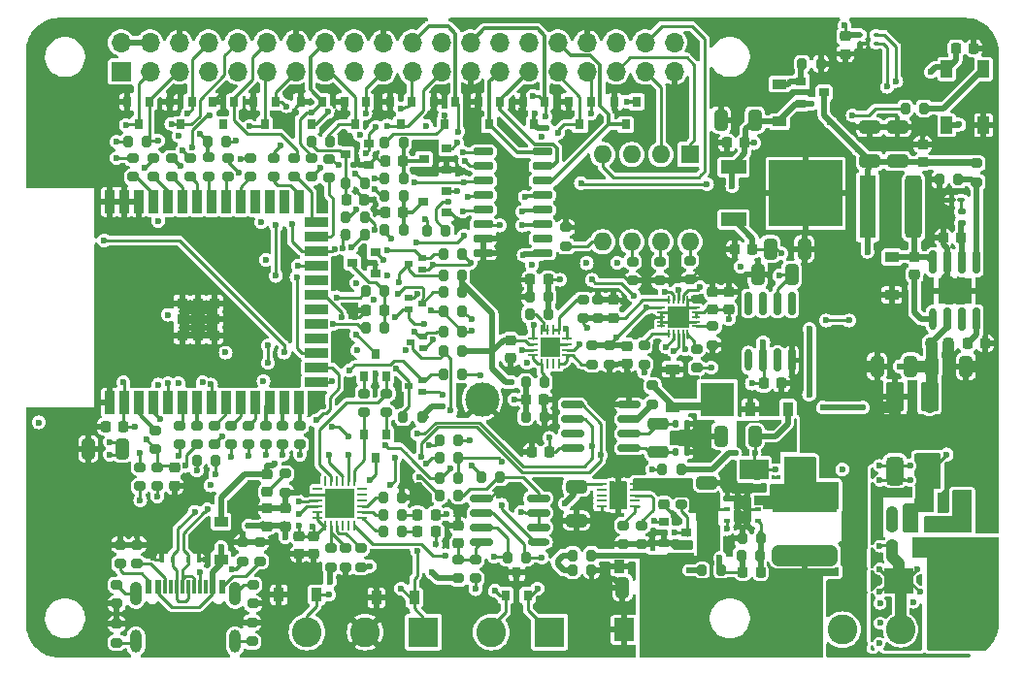
<source format=gtl>
G04 #@! TF.GenerationSoftware,KiCad,Pcbnew,7.0.1*
G04 #@! TF.CreationDate,2023-05-18T20:02:14+01:00*
G04 #@! TF.ProjectId,AnthC,416e7468-432e-46b6-9963-61645f706362,rev?*
G04 #@! TF.SameCoordinates,Original*
G04 #@! TF.FileFunction,Copper,L1,Top*
G04 #@! TF.FilePolarity,Positive*
%FSLAX46Y46*%
G04 Gerber Fmt 4.6, Leading zero omitted, Abs format (unit mm)*
G04 Created by KiCad (PCBNEW 7.0.1) date 2023-05-18 20:02:14*
%MOMM*%
%LPD*%
G01*
G04 APERTURE LIST*
G04 Aperture macros list*
%AMRoundRect*
0 Rectangle with rounded corners*
0 $1 Rounding radius*
0 $2 $3 $4 $5 $6 $7 $8 $9 X,Y pos of 4 corners*
0 Add a 4 corners polygon primitive as box body*
4,1,4,$2,$3,$4,$5,$6,$7,$8,$9,$2,$3,0*
0 Add four circle primitives for the rounded corners*
1,1,$1+$1,$2,$3*
1,1,$1+$1,$4,$5*
1,1,$1+$1,$6,$7*
1,1,$1+$1,$8,$9*
0 Add four rect primitives between the rounded corners*
20,1,$1+$1,$2,$3,$4,$5,0*
20,1,$1+$1,$4,$5,$6,$7,0*
20,1,$1+$1,$6,$7,$8,$9,0*
20,1,$1+$1,$8,$9,$2,$3,0*%
G04 Aperture macros list end*
G04 #@! TA.AperFunction,SMDPad,CuDef*
%ADD10R,1.200000X0.900000*%
G04 #@! TD*
G04 #@! TA.AperFunction,SMDPad,CuDef*
%ADD11RoundRect,0.150000X0.825000X0.150000X-0.825000X0.150000X-0.825000X-0.150000X0.825000X-0.150000X0*%
G04 #@! TD*
G04 #@! TA.AperFunction,SMDPad,CuDef*
%ADD12RoundRect,0.250000X-0.650000X0.250000X-0.650000X-0.250000X0.650000X-0.250000X0.650000X0.250000X0*%
G04 #@! TD*
G04 #@! TA.AperFunction,SMDPad,CuDef*
%ADD13RoundRect,0.225000X0.225000X0.250000X-0.225000X0.250000X-0.225000X-0.250000X0.225000X-0.250000X0*%
G04 #@! TD*
G04 #@! TA.AperFunction,SMDPad,CuDef*
%ADD14RoundRect,0.140000X-0.140000X-0.170000X0.140000X-0.170000X0.140000X0.170000X-0.140000X0.170000X0*%
G04 #@! TD*
G04 #@! TA.AperFunction,SMDPad,CuDef*
%ADD15RoundRect,0.200000X-0.200000X-0.275000X0.200000X-0.275000X0.200000X0.275000X-0.200000X0.275000X0*%
G04 #@! TD*
G04 #@! TA.AperFunction,SMDPad,CuDef*
%ADD16RoundRect,0.200000X-0.275000X0.200000X-0.275000X-0.200000X0.275000X-0.200000X0.275000X0.200000X0*%
G04 #@! TD*
G04 #@! TA.AperFunction,SMDPad,CuDef*
%ADD17RoundRect,0.200000X0.200000X0.275000X-0.200000X0.275000X-0.200000X-0.275000X0.200000X-0.275000X0*%
G04 #@! TD*
G04 #@! TA.AperFunction,SMDPad,CuDef*
%ADD18RoundRect,0.225000X0.250000X-0.225000X0.250000X0.225000X-0.250000X0.225000X-0.250000X-0.225000X0*%
G04 #@! TD*
G04 #@! TA.AperFunction,SMDPad,CuDef*
%ADD19R,0.900000X0.800000*%
G04 #@! TD*
G04 #@! TA.AperFunction,SMDPad,CuDef*
%ADD20RoundRect,0.225000X-0.250000X0.225000X-0.250000X-0.225000X0.250000X-0.225000X0.250000X0.225000X0*%
G04 #@! TD*
G04 #@! TA.AperFunction,SMDPad,CuDef*
%ADD21RoundRect,0.249999X0.325001X0.650001X-0.325001X0.650001X-0.325001X-0.650001X0.325001X-0.650001X0*%
G04 #@! TD*
G04 #@! TA.AperFunction,SMDPad,CuDef*
%ADD22RoundRect,0.300000X0.675000X0.000000X-0.675000X0.000000X-0.675000X0.000000X0.675000X0.000000X0*%
G04 #@! TD*
G04 #@! TA.AperFunction,SMDPad,CuDef*
%ADD23R,0.660000X0.500000*%
G04 #@! TD*
G04 #@! TA.AperFunction,SMDPad,CuDef*
%ADD24RoundRect,0.200000X0.275000X-0.200000X0.275000X0.200000X-0.275000X0.200000X-0.275000X-0.200000X0*%
G04 #@! TD*
G04 #@! TA.AperFunction,SMDPad,CuDef*
%ADD25RoundRect,0.225000X-0.225000X-0.250000X0.225000X-0.250000X0.225000X0.250000X-0.225000X0.250000X0*%
G04 #@! TD*
G04 #@! TA.AperFunction,SMDPad,CuDef*
%ADD26R,0.800000X0.900000*%
G04 #@! TD*
G04 #@! TA.AperFunction,SMDPad,CuDef*
%ADD27RoundRect,0.218750X-0.218750X-0.256250X0.218750X-0.256250X0.218750X0.256250X-0.218750X0.256250X0*%
G04 #@! TD*
G04 #@! TA.AperFunction,SMDPad,CuDef*
%ADD28RoundRect,0.300000X0.000000X-0.675000X0.000000X0.675000X0.000000X0.675000X0.000000X-0.675000X0*%
G04 #@! TD*
G04 #@! TA.AperFunction,SMDPad,CuDef*
%ADD29RoundRect,0.150000X0.150000X-0.825000X0.150000X0.825000X-0.150000X0.825000X-0.150000X-0.825000X0*%
G04 #@! TD*
G04 #@! TA.AperFunction,SMDPad,CuDef*
%ADD30RoundRect,0.140000X0.170000X-0.140000X0.170000X0.140000X-0.170000X0.140000X-0.170000X-0.140000X0*%
G04 #@! TD*
G04 #@! TA.AperFunction,SMDPad,CuDef*
%ADD31R,0.900000X1.200000*%
G04 #@! TD*
G04 #@! TA.AperFunction,ComponentPad*
%ADD32C,0.800000*%
G04 #@! TD*
G04 #@! TA.AperFunction,SMDPad,CuDef*
%ADD33R,3.000000X2.290000*%
G04 #@! TD*
G04 #@! TA.AperFunction,SMDPad,CuDef*
%ADD34RoundRect,0.375000X0.375000X0.875000X-0.375000X0.875000X-0.375000X-0.875000X0.375000X-0.875000X0*%
G04 #@! TD*
G04 #@! TA.AperFunction,SMDPad,CuDef*
%ADD35RoundRect,0.055500X0.694500X1.194500X-0.694500X1.194500X-0.694500X-1.194500X0.694500X-1.194500X0*%
G04 #@! TD*
G04 #@! TA.AperFunction,SMDPad,CuDef*
%ADD36RoundRect,0.362500X0.362500X2.387500X-0.362500X2.387500X-0.362500X-2.387500X0.362500X-2.387500X0*%
G04 #@! TD*
G04 #@! TA.AperFunction,SMDPad,CuDef*
%ADD37R,1.450000X5.500000*%
G04 #@! TD*
G04 #@! TA.AperFunction,SMDPad,CuDef*
%ADD38RoundRect,0.100000X0.217500X0.100000X-0.217500X0.100000X-0.217500X-0.100000X0.217500X-0.100000X0*%
G04 #@! TD*
G04 #@! TA.AperFunction,SMDPad,CuDef*
%ADD39R,0.900000X2.000000*%
G04 #@! TD*
G04 #@! TA.AperFunction,SMDPad,CuDef*
%ADD40R,2.000000X0.900000*%
G04 #@! TD*
G04 #@! TA.AperFunction,SMDPad,CuDef*
%ADD41R,0.900000X0.900000*%
G04 #@! TD*
G04 #@! TA.AperFunction,ComponentPad*
%ADD42C,0.600000*%
G04 #@! TD*
G04 #@! TA.AperFunction,SMDPad,CuDef*
%ADD43R,2.500000X2.300000*%
G04 #@! TD*
G04 #@! TA.AperFunction,SMDPad,CuDef*
%ADD44RoundRect,0.249999X-0.325001X-0.650001X0.325001X-0.650001X0.325001X0.650001X-0.325001X0.650001X0*%
G04 #@! TD*
G04 #@! TA.AperFunction,SMDPad,CuDef*
%ADD45RoundRect,0.062500X-0.350000X-0.062500X0.350000X-0.062500X0.350000X0.062500X-0.350000X0.062500X0*%
G04 #@! TD*
G04 #@! TA.AperFunction,SMDPad,CuDef*
%ADD46RoundRect,0.062500X-0.062500X-0.350000X0.062500X-0.350000X0.062500X0.350000X-0.062500X0.350000X0*%
G04 #@! TD*
G04 #@! TA.AperFunction,SMDPad,CuDef*
%ADD47R,1.700000X1.700000*%
G04 #@! TD*
G04 #@! TA.AperFunction,ComponentPad*
%ADD48R,1.700000X1.700000*%
G04 #@! TD*
G04 #@! TA.AperFunction,ComponentPad*
%ADD49O,1.700000X1.700000*%
G04 #@! TD*
G04 #@! TA.AperFunction,SMDPad,CuDef*
%ADD50R,0.600000X1.150000*%
G04 #@! TD*
G04 #@! TA.AperFunction,SMDPad,CuDef*
%ADD51R,0.300000X1.150000*%
G04 #@! TD*
G04 #@! TA.AperFunction,ComponentPad*
%ADD52O,1.000000X2.000000*%
G04 #@! TD*
G04 #@! TA.AperFunction,ComponentPad*
%ADD53O,1.050000X2.100000*%
G04 #@! TD*
G04 #@! TA.AperFunction,SMDPad,CuDef*
%ADD54RoundRect,0.249999X-0.650001X0.325001X-0.650001X-0.325001X0.650001X-0.325001X0.650001X0.325001X0*%
G04 #@! TD*
G04 #@! TA.AperFunction,SMDPad,CuDef*
%ADD55R,2.600000X2.600000*%
G04 #@! TD*
G04 #@! TA.AperFunction,SMDPad,CuDef*
%ADD56RoundRect,0.075000X0.175000X0.075000X-0.175000X0.075000X-0.175000X-0.075000X0.175000X-0.075000X0*%
G04 #@! TD*
G04 #@! TA.AperFunction,SMDPad,CuDef*
%ADD57RoundRect,0.150000X-0.725000X-0.150000X0.725000X-0.150000X0.725000X0.150000X-0.725000X0.150000X0*%
G04 #@! TD*
G04 #@! TA.AperFunction,SMDPad,CuDef*
%ADD58RoundRect,0.218750X-0.256250X0.218750X-0.256250X-0.218750X0.256250X-0.218750X0.256250X0.218750X0*%
G04 #@! TD*
G04 #@! TA.AperFunction,SMDPad,CuDef*
%ADD59R,1.650000X2.380000*%
G04 #@! TD*
G04 #@! TA.AperFunction,SMDPad,CuDef*
%ADD60RoundRect,0.062500X-0.362500X-0.062500X0.362500X-0.062500X0.362500X0.062500X-0.362500X0.062500X0*%
G04 #@! TD*
G04 #@! TA.AperFunction,SMDPad,CuDef*
%ADD61RoundRect,0.249999X0.650001X-0.325001X0.650001X0.325001X-0.650001X0.325001X-0.650001X-0.325001X0*%
G04 #@! TD*
G04 #@! TA.AperFunction,SMDPad,CuDef*
%ADD62R,2.500000X1.800000*%
G04 #@! TD*
G04 #@! TA.AperFunction,SMDPad,CuDef*
%ADD63R,2.200000X1.200000*%
G04 #@! TD*
G04 #@! TA.AperFunction,SMDPad,CuDef*
%ADD64R,6.400000X5.800000*%
G04 #@! TD*
G04 #@! TA.AperFunction,ComponentPad*
%ADD65R,1.600000X1.600000*%
G04 #@! TD*
G04 #@! TA.AperFunction,ComponentPad*
%ADD66O,1.600000X1.600000*%
G04 #@! TD*
G04 #@! TA.AperFunction,SMDPad,CuDef*
%ADD67R,1.000000X1.500000*%
G04 #@! TD*
G04 #@! TA.AperFunction,SMDPad,CuDef*
%ADD68RoundRect,0.050000X-0.050000X0.312500X-0.050000X-0.312500X0.050000X-0.312500X0.050000X0.312500X0*%
G04 #@! TD*
G04 #@! TA.AperFunction,SMDPad,CuDef*
%ADD69RoundRect,0.050000X-0.312500X0.050000X-0.312500X-0.050000X0.312500X-0.050000X0.312500X0.050000X0*%
G04 #@! TD*
G04 #@! TA.AperFunction,SMDPad,CuDef*
%ADD70R,1.850000X1.850000*%
G04 #@! TD*
G04 #@! TA.AperFunction,SMDPad,CuDef*
%ADD71RoundRect,0.450000X2.400000X-0.450000X2.400000X0.450000X-2.400000X0.450000X-2.400000X-0.450000X0*%
G04 #@! TD*
G04 #@! TA.AperFunction,SMDPad,CuDef*
%ADD72R,5.700000X1.800000*%
G04 #@! TD*
G04 #@! TA.AperFunction,SMDPad,CuDef*
%ADD73RoundRect,0.112500X-0.202500X-0.112500X0.202500X-0.112500X0.202500X0.112500X-0.202500X0.112500X0*%
G04 #@! TD*
G04 #@! TA.AperFunction,SMDPad,CuDef*
%ADD74R,0.630000X0.450000*%
G04 #@! TD*
G04 #@! TA.AperFunction,SMDPad,CuDef*
%ADD75R,0.800000X1.050000*%
G04 #@! TD*
G04 #@! TA.AperFunction,SMDPad,CuDef*
%ADD76R,0.350000X0.600000*%
G04 #@! TD*
G04 #@! TA.AperFunction,ComponentPad*
%ADD77R,3.000000X3.000000*%
G04 #@! TD*
G04 #@! TA.AperFunction,ComponentPad*
%ADD78C,3.000000*%
G04 #@! TD*
G04 #@! TA.AperFunction,ComponentPad*
%ADD79O,1.700000X2.000000*%
G04 #@! TD*
G04 #@! TA.AperFunction,ComponentPad*
%ADD80R,1.700000X2.000000*%
G04 #@! TD*
G04 #@! TA.AperFunction,ComponentPad*
%ADD81R,2.600000X2.600000*%
G04 #@! TD*
G04 #@! TA.AperFunction,ComponentPad*
%ADD82C,2.600000*%
G04 #@! TD*
G04 #@! TA.AperFunction,ViaPad*
%ADD83C,0.600000*%
G04 #@! TD*
G04 #@! TA.AperFunction,Conductor*
%ADD84C,0.250000*%
G04 #@! TD*
G04 #@! TA.AperFunction,Conductor*
%ADD85C,0.500000*%
G04 #@! TD*
G04 #@! TA.AperFunction,Conductor*
%ADD86C,0.300000*%
G04 #@! TD*
G04 #@! TA.AperFunction,Conductor*
%ADD87C,1.000000*%
G04 #@! TD*
G04 APERTURE END LIST*
D10*
X236500000Y-129050000D03*
X236500000Y-125750000D03*
D11*
X227750000Y-132655000D03*
X227750000Y-131385000D03*
X227750000Y-130115000D03*
X227750000Y-128845000D03*
X232700000Y-128845000D03*
X232700000Y-130115000D03*
X232700000Y-131385000D03*
X232700000Y-132655000D03*
D12*
X235250000Y-130500000D03*
X235250000Y-133000000D03*
D13*
X225775000Y-133000000D03*
X224225000Y-133000000D03*
D14*
X237730000Y-130500000D03*
X236770000Y-130500000D03*
X236770000Y-133000000D03*
X237730000Y-133000000D03*
D15*
X224025000Y-120950000D03*
X225675000Y-120950000D03*
X224025000Y-119450000D03*
X225675000Y-119450000D03*
D16*
X230000000Y-119675000D03*
X230000000Y-121325000D03*
D17*
X225325000Y-126900000D03*
X223675000Y-126900000D03*
D18*
X240000000Y-120575000D03*
X240000000Y-119025000D03*
D19*
X210000000Y-107950000D03*
X210000000Y-106050000D03*
X208000000Y-107000000D03*
D20*
X222350000Y-123225000D03*
X222350000Y-124775000D03*
D13*
X188575000Y-130750000D03*
X187025000Y-130750000D03*
D21*
X188475000Y-132700000D03*
X185525000Y-132700000D03*
D22*
X224775000Y-140855000D03*
D11*
X224775000Y-139585000D03*
X224775000Y-138315000D03*
X224775000Y-137045000D03*
X219825000Y-137045000D03*
X219825000Y-138315000D03*
X219825000Y-139585000D03*
X219825000Y-140855000D03*
D17*
X218125000Y-124200000D03*
X216475000Y-124200000D03*
D23*
X214770000Y-123900000D03*
X214770000Y-122900000D03*
X213630000Y-123400000D03*
D24*
X209550000Y-129525000D03*
X209550000Y-127875000D03*
D17*
X197575000Y-105900000D03*
X195925000Y-105900000D03*
D20*
X235750000Y-135975000D03*
X235750000Y-137525000D03*
D25*
X261225000Y-97750000D03*
X262775000Y-97750000D03*
D26*
X209600000Y-126400000D03*
X211500000Y-126400000D03*
X210550000Y-124400000D03*
D25*
X208025000Y-111000000D03*
X209575000Y-111000000D03*
D18*
X202700000Y-139475000D03*
X202700000Y-137925000D03*
D25*
X223725000Y-128400000D03*
X225275000Y-128400000D03*
D18*
X231300000Y-121275000D03*
X231300000Y-119725000D03*
D27*
X214262500Y-139950000D03*
X215837500Y-139950000D03*
X214262500Y-138450000D03*
X215837500Y-138450000D03*
D17*
X218125000Y-115700000D03*
X216475000Y-115700000D03*
X218125000Y-117550000D03*
X216475000Y-117550000D03*
X218125000Y-126200000D03*
X216475000Y-126200000D03*
D24*
X189800000Y-142725000D03*
X189800000Y-141075000D03*
D16*
X233000000Y-116375000D03*
X233000000Y-118025000D03*
X235400000Y-116375000D03*
X235400000Y-118025000D03*
D24*
X227200000Y-115025000D03*
X227200000Y-113375000D03*
D15*
X216475000Y-120700000D03*
X218125000Y-120700000D03*
D17*
X218125000Y-119050000D03*
X216475000Y-119050000D03*
D24*
X206700000Y-143025000D03*
X206700000Y-141375000D03*
D16*
X191400000Y-131075000D03*
X191400000Y-132725000D03*
X196500000Y-130675000D03*
X196500000Y-132325000D03*
X199500000Y-130675000D03*
X199500000Y-132325000D03*
X201000000Y-130675000D03*
X201000000Y-132325000D03*
X202500000Y-130675000D03*
X202500000Y-132325000D03*
D15*
X207975000Y-112500000D03*
X209625000Y-112500000D03*
D24*
X192850000Y-108975000D03*
X192850000Y-107325000D03*
D17*
X216725000Y-113700000D03*
X215075000Y-113700000D03*
D24*
X196000000Y-108925000D03*
X196000000Y-107275000D03*
X199700000Y-108975000D03*
X199700000Y-107325000D03*
X201700000Y-108975000D03*
X201700000Y-107325000D03*
X191200000Y-108975000D03*
X191200000Y-107325000D03*
X189450000Y-108975000D03*
X189450000Y-107325000D03*
X203450000Y-108975000D03*
X203450000Y-107325000D03*
X206500000Y-109025000D03*
X206500000Y-107375000D03*
D28*
X243095000Y-124975000D03*
D29*
X244365000Y-124975000D03*
X245635000Y-124975000D03*
X246905000Y-124975000D03*
X246905000Y-120025000D03*
X245635000Y-120025000D03*
X244365000Y-120025000D03*
X243095000Y-120025000D03*
D25*
X259025000Y-123500000D03*
X260575000Y-123500000D03*
D13*
X261675000Y-114300000D03*
X260125000Y-114300000D03*
D30*
X261700000Y-112980000D03*
X261700000Y-112020000D03*
D13*
X243475000Y-115250000D03*
X241925000Y-115250000D03*
D31*
X205450000Y-145450000D03*
X202150000Y-145450000D03*
X213950000Y-145700000D03*
X210650000Y-145700000D03*
D10*
X255600000Y-115950000D03*
X255600000Y-119250000D03*
D23*
X214620000Y-117050000D03*
X214620000Y-116050000D03*
X213480000Y-116550000D03*
X214620000Y-127700000D03*
X214620000Y-126700000D03*
X213480000Y-127200000D03*
X213480000Y-119550000D03*
X213480000Y-120550000D03*
X214620000Y-120050000D03*
D15*
X211225000Y-139950000D03*
X212875000Y-139950000D03*
X211225000Y-138450000D03*
X212875000Y-138450000D03*
X247775000Y-99100000D03*
X249425000Y-99100000D03*
D28*
X259195000Y-121375000D03*
D29*
X260465000Y-121375000D03*
X261735000Y-121375000D03*
X263005000Y-121375000D03*
X263005000Y-116425000D03*
X261735000Y-116425000D03*
X260465000Y-116425000D03*
X259195000Y-116425000D03*
D32*
X260100000Y-119550000D03*
X261100000Y-119550000D03*
X262100000Y-119550000D03*
D33*
X261100000Y-118900000D03*
D32*
X260100000Y-118250000D03*
X261100000Y-118250000D03*
X262100000Y-118250000D03*
D21*
X257275000Y-125500000D03*
X254325000Y-125500000D03*
D18*
X257600000Y-117475000D03*
X257600000Y-115925000D03*
D15*
X227775000Y-142000000D03*
X229425000Y-142000000D03*
D21*
X235075000Y-144800000D03*
X232125000Y-144800000D03*
D15*
X242575000Y-140500000D03*
X244225000Y-140500000D03*
D20*
X251550000Y-96675000D03*
X251550000Y-98225000D03*
D24*
X188300000Y-142725000D03*
X188300000Y-141075000D03*
D15*
X207975000Y-109500000D03*
X209625000Y-109500000D03*
D17*
X206625000Y-105850000D03*
X204975000Y-105850000D03*
D15*
X211375000Y-106000000D03*
X213025000Y-106000000D03*
D16*
X208000000Y-141375000D03*
X208000000Y-143025000D03*
D15*
X209725000Y-122100000D03*
X211375000Y-122100000D03*
D19*
X216800000Y-108350000D03*
X216800000Y-106450000D03*
X214800000Y-107400000D03*
D13*
X212975000Y-107600000D03*
X211425000Y-107600000D03*
D34*
X255900000Y-134650000D03*
D35*
X258900000Y-134650000D03*
X258900000Y-128150000D03*
X255900000Y-128150000D03*
D36*
X257500000Y-111600000D03*
D37*
X253500000Y-111600000D03*
D38*
X261657500Y-111000000D03*
X260842500Y-111000000D03*
D18*
X217800000Y-140975000D03*
X217800000Y-139425000D03*
D17*
X196625000Y-133700000D03*
X194975000Y-133700000D03*
D24*
X229500000Y-125325000D03*
X229500000Y-123675000D03*
X231000000Y-125325000D03*
X231000000Y-123675000D03*
D26*
X190850000Y-102400000D03*
X188950000Y-102400000D03*
X189900000Y-104400000D03*
X201850000Y-102400000D03*
X199950000Y-102400000D03*
X200900000Y-104400000D03*
X221450000Y-102400000D03*
X219550000Y-102400000D03*
X220500000Y-104400000D03*
X229350000Y-102400000D03*
X227450000Y-102400000D03*
X228400000Y-104400000D03*
X205950000Y-102400000D03*
X204050000Y-102400000D03*
X205000000Y-104400000D03*
X217550000Y-102400000D03*
X215650000Y-102400000D03*
X216600000Y-104400000D03*
X225350000Y-102400000D03*
X223450000Y-102400000D03*
X224400000Y-104400000D03*
X233350000Y-102400000D03*
X231450000Y-102400000D03*
X232400000Y-104400000D03*
D17*
X218125000Y-122450000D03*
X216475000Y-122450000D03*
D16*
X211550000Y-127875000D03*
X211550000Y-129525000D03*
D26*
X213750000Y-102400000D03*
X211850000Y-102400000D03*
X212800000Y-104400000D03*
D15*
X211375000Y-110600000D03*
X213025000Y-110600000D03*
D17*
X213025000Y-113600000D03*
X211375000Y-113600000D03*
D19*
X216750000Y-112100000D03*
X216750000Y-110200000D03*
X214750000Y-111150000D03*
D13*
X212975000Y-112100000D03*
X211425000Y-112100000D03*
D15*
X207975000Y-114000000D03*
X209625000Y-114000000D03*
D24*
X237250000Y-137575000D03*
X237250000Y-135925000D03*
X190050000Y-135975000D03*
X190050000Y-134325000D03*
D39*
X187390000Y-128650000D03*
X188660000Y-128650000D03*
X189930000Y-128650000D03*
X191200000Y-128650000D03*
X192470000Y-128650000D03*
X193740000Y-128650000D03*
X195010000Y-128650000D03*
X196280000Y-128650000D03*
X197550000Y-128650000D03*
X198820000Y-128650000D03*
X200090000Y-128650000D03*
X201360000Y-128650000D03*
X202630000Y-128650000D03*
X203900000Y-128650000D03*
D40*
X205400000Y-126885000D03*
X205400000Y-125615000D03*
X205400000Y-124345000D03*
X205400000Y-123075000D03*
X205400000Y-121805000D03*
X205400000Y-120535000D03*
X205400000Y-119265000D03*
X205400000Y-117995000D03*
X205400000Y-116725000D03*
X205400000Y-115455000D03*
X205400000Y-114185000D03*
X205400000Y-112915000D03*
D39*
X203900000Y-111150000D03*
X202630000Y-111150000D03*
X201360000Y-111150000D03*
X200090000Y-111150000D03*
X198820000Y-111150000D03*
X197550000Y-111150000D03*
X196280000Y-111150000D03*
X195010000Y-111150000D03*
X193740000Y-111150000D03*
X192470000Y-111150000D03*
X191200000Y-111150000D03*
X189930000Y-111150000D03*
X188660000Y-111150000D03*
X187390000Y-111150000D03*
D41*
X193710000Y-122800000D03*
D42*
X194410000Y-122800000D03*
D41*
X195110000Y-122800000D03*
D42*
X195810000Y-122800000D03*
D41*
X196510000Y-122800000D03*
D42*
X193710000Y-122100000D03*
X195110000Y-122100000D03*
X196510000Y-122100000D03*
D41*
X193710000Y-121400000D03*
D42*
X194410000Y-121400000D03*
D41*
X195110000Y-121400000D03*
D42*
X195810000Y-121400000D03*
D41*
X196510000Y-121400000D03*
D42*
X193710000Y-120700000D03*
X195110000Y-120700000D03*
X196510000Y-120700000D03*
D41*
X193710000Y-120000000D03*
D42*
X194410000Y-120000000D03*
D41*
X195110000Y-120000000D03*
D42*
X195810000Y-120000000D03*
D41*
X196510000Y-120000000D03*
D17*
X211375000Y-118950000D03*
X209725000Y-118950000D03*
X258425000Y-103000000D03*
X256775000Y-103000000D03*
D25*
X244425000Y-127000000D03*
X245975000Y-127000000D03*
D17*
X213025000Y-109100000D03*
X211375000Y-109100000D03*
D16*
X195000000Y-130675000D03*
X195000000Y-132325000D03*
D18*
X258300000Y-107675000D03*
X258300000Y-106125000D03*
D24*
X209300000Y-143025000D03*
X209300000Y-141375000D03*
X228700000Y-121325000D03*
X228700000Y-119675000D03*
D15*
X188975000Y-105900000D03*
X190625000Y-105900000D03*
D13*
X211325000Y-120600000D03*
X209775000Y-120600000D03*
D16*
X198000000Y-130675000D03*
X198000000Y-132325000D03*
D17*
X214625000Y-129950000D03*
X212975000Y-129950000D03*
D16*
X193500000Y-130675000D03*
X193500000Y-132325000D03*
D26*
X221950000Y-145500000D03*
X223850000Y-145500000D03*
X222900000Y-143500000D03*
D19*
X210550000Y-117400000D03*
X210550000Y-115500000D03*
X208550000Y-116450000D03*
D26*
X259150000Y-139200000D03*
X257250000Y-139200000D03*
X258200000Y-141200000D03*
D31*
X258450000Y-137300000D03*
X261750000Y-137300000D03*
D43*
X260550000Y-144200000D03*
X256250000Y-144200000D03*
D44*
X259125000Y-125500000D03*
X262075000Y-125500000D03*
D16*
X255600000Y-139475000D03*
X255600000Y-141125000D03*
D45*
X224337500Y-123050000D03*
X224337500Y-123550000D03*
X224337500Y-124050000D03*
X224337500Y-124550000D03*
D46*
X225050000Y-125262500D03*
X225550000Y-125262500D03*
X226050000Y-125262500D03*
X226550000Y-125262500D03*
D45*
X227262500Y-124550000D03*
X227262500Y-124050000D03*
X227262500Y-123550000D03*
X227262500Y-123050000D03*
D46*
X226550000Y-122337500D03*
X226050000Y-122337500D03*
X225550000Y-122337500D03*
X225050000Y-122337500D03*
D42*
X225300000Y-123300000D03*
X225300000Y-124300000D03*
X225800000Y-123800000D03*
D47*
X225800000Y-123800000D03*
D42*
X226300000Y-123300000D03*
X226300000Y-124300000D03*
D19*
X247700000Y-100650000D03*
X247700000Y-102550000D03*
X249700000Y-101600000D03*
D44*
X245025000Y-115250000D03*
X247975000Y-115250000D03*
D13*
X225625000Y-117950000D03*
X224075000Y-117950000D03*
D17*
X225325000Y-129900000D03*
X223675000Y-129900000D03*
D26*
X194550000Y-102400000D03*
X192650000Y-102400000D03*
X193600000Y-104400000D03*
X198250000Y-102400000D03*
X196350000Y-102400000D03*
X197300000Y-104400000D03*
D48*
X188372600Y-99772300D03*
D49*
X188372600Y-97232300D03*
X190912600Y-99772300D03*
X190912600Y-97232300D03*
X193452600Y-99772300D03*
X193452600Y-97232300D03*
X195992600Y-99772300D03*
X195992600Y-97232300D03*
X198532600Y-99772300D03*
X198532600Y-97232300D03*
X201072600Y-99772300D03*
X201072600Y-97232300D03*
X203612600Y-99772300D03*
X203612600Y-97232300D03*
X206152600Y-99772300D03*
X206152600Y-97232300D03*
X208692600Y-99772300D03*
X208692600Y-97232300D03*
X211232600Y-99772300D03*
X211232600Y-97232300D03*
X213772600Y-99772300D03*
X213772600Y-97232300D03*
X216312600Y-99772300D03*
X216312600Y-97232300D03*
X218852600Y-99772300D03*
X218852600Y-97232300D03*
X221392600Y-99772300D03*
X221392600Y-97232300D03*
X223932600Y-99772300D03*
X223932600Y-97232300D03*
X226472600Y-99772300D03*
X226472600Y-97232300D03*
X229012600Y-99772300D03*
X229012600Y-97232300D03*
X231552600Y-99772300D03*
X231552600Y-97232300D03*
X234092600Y-99772300D03*
X234092600Y-97232300D03*
X236632600Y-99772300D03*
X236632600Y-97232300D03*
D26*
X209750000Y-102400000D03*
X207850000Y-102400000D03*
X208800000Y-104400000D03*
D24*
X199000000Y-142525000D03*
X199000000Y-140875000D03*
D16*
X234000000Y-125325000D03*
X234000000Y-123675000D03*
D20*
X232500000Y-123725000D03*
X232500000Y-125275000D03*
D24*
X263000000Y-109425000D03*
X263000000Y-107775000D03*
D10*
X245800000Y-104150000D03*
X245800000Y-100850000D03*
D21*
X243675000Y-104000000D03*
X240725000Y-104000000D03*
D15*
X259775000Y-109200000D03*
X261425000Y-109200000D03*
D50*
X190800000Y-144745000D03*
X191600000Y-144745000D03*
D51*
X192750000Y-144745000D03*
X193750000Y-144745000D03*
X194250000Y-144745000D03*
X195250000Y-144745000D03*
D50*
X197200000Y-144745000D03*
X196400000Y-144745000D03*
D51*
X195750000Y-144745000D03*
X194750000Y-144745000D03*
X193250000Y-144745000D03*
X192250000Y-144745000D03*
D52*
X189680000Y-149500000D03*
X198320000Y-149500000D03*
D53*
X189680000Y-145320000D03*
X198320000Y-145320000D03*
D24*
X188000000Y-149625000D03*
X188000000Y-147975000D03*
X199800000Y-149525000D03*
X199800000Y-147875000D03*
D54*
X228100000Y-136025000D03*
X228100000Y-138975000D03*
D20*
X203900000Y-140325000D03*
X203900000Y-141875000D03*
X193050000Y-134375000D03*
X193050000Y-135925000D03*
D24*
X191550000Y-135975000D03*
X191550000Y-134325000D03*
D16*
X219300000Y-142375000D03*
X219300000Y-144025000D03*
X217800000Y-142375000D03*
X217800000Y-144025000D03*
D15*
X211225000Y-136950000D03*
X212875000Y-136950000D03*
D45*
X205512500Y-136200000D03*
X205512500Y-136700000D03*
X205512500Y-137200000D03*
X205512500Y-137700000D03*
X205512500Y-138200000D03*
X205512500Y-138700000D03*
D46*
X206200000Y-139387500D03*
X206700000Y-139387500D03*
X207200000Y-139387500D03*
X207700000Y-139387500D03*
X208200000Y-139387500D03*
X208700000Y-139387500D03*
D45*
X209387500Y-138700000D03*
X209387500Y-138200000D03*
X209387500Y-137700000D03*
X209387500Y-137200000D03*
X209387500Y-136700000D03*
X209387500Y-136200000D03*
D46*
X208700000Y-135512500D03*
X208200000Y-135512500D03*
X207700000Y-135512500D03*
X207200000Y-135512500D03*
X206700000Y-135512500D03*
X206200000Y-135512500D03*
D55*
X207450000Y-137450000D03*
D56*
X254250000Y-97350000D03*
X254250000Y-96550000D03*
X252850000Y-96550000D03*
X252850000Y-97350000D03*
D57*
X219975000Y-106755000D03*
X219975000Y-108025000D03*
X219975000Y-109295000D03*
X219975000Y-110565000D03*
X219975000Y-111835000D03*
X219975000Y-113105000D03*
X219975000Y-114375000D03*
X219975000Y-115645000D03*
X225125000Y-115645000D03*
X225125000Y-114375000D03*
X225125000Y-113105000D03*
X225125000Y-111835000D03*
X225125000Y-110565000D03*
X225125000Y-109295000D03*
X225125000Y-108025000D03*
X225125000Y-106755000D03*
D18*
X201100000Y-139475000D03*
X201100000Y-137925000D03*
D20*
X205200000Y-140325000D03*
X205200000Y-141875000D03*
D26*
X211500000Y-131450000D03*
X209600000Y-131450000D03*
X210550000Y-133450000D03*
D16*
X204000000Y-130675000D03*
X204000000Y-132325000D03*
D24*
X234750000Y-128825000D03*
X234750000Y-127175000D03*
D21*
X246875000Y-117500000D03*
X243925000Y-117500000D03*
D16*
X232200000Y-139375000D03*
X232200000Y-141025000D03*
X233800000Y-139375000D03*
X233800000Y-141025000D03*
D58*
X201100000Y-134912500D03*
X201100000Y-136487500D03*
D16*
X202700000Y-134875000D03*
X202700000Y-136525000D03*
D42*
X232250000Y-137690000D03*
X232250000Y-136750000D03*
X232250000Y-135810000D03*
D59*
X231750000Y-136750000D03*
D42*
X231250000Y-137690000D03*
X231250000Y-136750000D03*
X231250000Y-135810000D03*
D60*
X233200000Y-135750000D03*
X233200000Y-136250000D03*
X233200000Y-136750000D03*
X233200000Y-137250000D03*
X233200000Y-137750000D03*
X230300000Y-137750000D03*
X230300000Y-137250000D03*
X230300000Y-136750000D03*
X230300000Y-136250000D03*
X230300000Y-135750000D03*
D31*
X235150000Y-143000000D03*
X231850000Y-143000000D03*
D61*
X239450000Y-138625000D03*
X239450000Y-135675000D03*
D62*
X243650000Y-134500000D03*
X247650000Y-134500000D03*
D17*
X244125000Y-142000000D03*
X242475000Y-142000000D03*
D24*
X238600000Y-125625000D03*
X238600000Y-123975000D03*
D18*
X241400000Y-120575000D03*
X241400000Y-119025000D03*
D24*
X205000000Y-108975000D03*
X205000000Y-107325000D03*
D19*
X235700000Y-139050000D03*
X235700000Y-140950000D03*
X237700000Y-140000000D03*
D24*
X194450000Y-108975000D03*
X194450000Y-107325000D03*
X197700000Y-108975000D03*
X197700000Y-107325000D03*
D63*
X241800000Y-108120000D03*
D64*
X248100000Y-110400000D03*
D63*
X241800000Y-112680000D03*
D13*
X242775000Y-106000000D03*
X241225000Y-106000000D03*
D61*
X256100000Y-107575000D03*
X256100000Y-104625000D03*
D25*
X262225000Y-123500000D03*
X263775000Y-123500000D03*
D65*
X238000000Y-107000000D03*
D66*
X235460000Y-107000000D03*
X232920000Y-107000000D03*
X230380000Y-107000000D03*
X230380000Y-114620000D03*
X232920000Y-114620000D03*
X235460000Y-114620000D03*
X238000000Y-114620000D03*
D67*
X260400000Y-104450000D03*
X263600000Y-104450000D03*
X263600000Y-99550000D03*
X260400000Y-99550000D03*
D24*
X240000000Y-123625000D03*
X240000000Y-121975000D03*
D68*
X237800000Y-119712500D03*
X237400000Y-119712500D03*
X237000000Y-119712500D03*
X236600000Y-119712500D03*
X236200000Y-119712500D03*
D69*
X235512500Y-120400000D03*
X235512500Y-120800000D03*
X235512500Y-121200000D03*
X235512500Y-121600000D03*
X235512500Y-122000000D03*
D68*
X236200000Y-122687500D03*
X236600000Y-122687500D03*
X237000000Y-122687500D03*
X237400000Y-122687500D03*
X237800000Y-122687500D03*
D69*
X238487500Y-122000000D03*
X238487500Y-121600000D03*
X238487500Y-121200000D03*
X238487500Y-120800000D03*
X238487500Y-120400000D03*
D42*
X237500000Y-120700000D03*
X236500000Y-120700000D03*
D70*
X237000000Y-121200000D03*
D42*
X237500000Y-121700000D03*
X236500000Y-121700000D03*
D21*
X243675000Y-131600000D03*
X240725000Y-131600000D03*
D25*
X242625000Y-143500000D03*
X244175000Y-143500000D03*
D61*
X253700000Y-107575000D03*
X253700000Y-104625000D03*
D31*
X243250000Y-129250000D03*
X246550000Y-129250000D03*
D17*
X217825000Y-132000000D03*
X216175000Y-132000000D03*
X217825000Y-136750000D03*
X216175000Y-136750000D03*
X217825000Y-135250000D03*
X216175000Y-135250000D03*
X240725000Y-143300000D03*
X239075000Y-143300000D03*
X237225000Y-134500000D03*
X235575000Y-134500000D03*
D71*
X248000000Y-142000000D03*
D72*
X248000000Y-137400000D03*
D73*
X241260000Y-137050000D03*
D74*
X241260000Y-138000000D03*
X241260000Y-138950000D03*
X243940000Y-138950000D03*
X243940000Y-138000000D03*
X243940000Y-137050000D03*
D42*
X242200000Y-137300000D03*
D75*
X242200000Y-137475000D03*
X242200000Y-138525000D03*
D42*
X242200000Y-138700000D03*
X243000000Y-137300000D03*
D75*
X243000000Y-137475000D03*
X243000000Y-138525000D03*
D42*
X243000000Y-138700000D03*
D15*
X216175000Y-133500000D03*
X217825000Y-133500000D03*
X219775000Y-135200000D03*
X221425000Y-135200000D03*
D16*
X188000000Y-144575000D03*
X188000000Y-146225000D03*
X199900000Y-144575000D03*
X199900000Y-146225000D03*
D76*
X194225000Y-142400000D03*
X195175000Y-142400000D03*
D24*
X200500000Y-142525000D03*
X200500000Y-140875000D03*
D10*
X197100000Y-139050000D03*
X197100000Y-142350000D03*
D16*
X238000000Y-116275000D03*
X238000000Y-117925000D03*
D17*
X229425000Y-143300000D03*
X227775000Y-143300000D03*
X223725000Y-142200000D03*
X222075000Y-142200000D03*
D76*
X192875000Y-142400000D03*
X191925000Y-142400000D03*
D77*
X240400000Y-128400000D03*
D78*
X219910000Y-128400000D03*
D79*
X234750000Y-148500000D03*
D80*
X232250000Y-148500000D03*
D81*
X261460000Y-148500000D03*
D82*
X256380000Y-148500000D03*
X251300000Y-148500000D03*
D81*
X214760000Y-148700000D03*
D82*
X209680000Y-148700000D03*
X204600000Y-148700000D03*
D81*
X225760000Y-148700000D03*
D82*
X220680000Y-148700000D03*
D83*
X264250000Y-122250000D03*
X188225500Y-109500000D03*
X187250000Y-109500000D03*
X260000000Y-111000000D03*
X249750000Y-115250000D03*
X254500000Y-121000000D03*
X253000000Y-123750000D03*
X228750000Y-148000000D03*
X228750000Y-145500000D03*
X227000000Y-145500000D03*
X226500000Y-140750000D03*
X225750000Y-135750000D03*
X235250000Y-125774500D03*
X232750000Y-127750000D03*
X231250000Y-134000000D03*
X230250000Y-128000000D03*
X238500000Y-133274500D03*
X238500000Y-130500000D03*
X225750000Y-131750000D03*
X230250000Y-133250000D03*
X229500000Y-132500000D03*
X223250000Y-133000000D03*
X239869622Y-125619622D03*
X259000000Y-130200000D03*
X264300000Y-109400000D03*
X264300000Y-111400000D03*
X264300000Y-113600000D03*
X257000000Y-96000000D03*
X249400000Y-97200000D03*
X245800000Y-98400000D03*
X245800000Y-99600000D03*
X183000000Y-143000000D03*
X212600000Y-128500000D03*
X252300000Y-132400000D03*
X241025000Y-135675000D03*
X257425000Y-104625000D03*
X217800000Y-108400000D03*
X232600000Y-126000000D03*
X259000000Y-131800000D03*
X207050000Y-150200000D03*
X238800000Y-117100000D03*
X185525000Y-134075000D03*
X235000000Y-123800000D03*
X228050000Y-110900000D03*
X210600000Y-107200000D03*
X212300000Y-147450000D03*
X237450000Y-105400000D03*
X219100000Y-103200000D03*
X226250000Y-129900000D03*
X251200000Y-119600000D03*
X263600000Y-105700000D03*
X236621350Y-138491994D03*
X192000000Y-140000000D03*
X200200000Y-101300000D03*
X199000000Y-113800000D03*
X249400000Y-98100000D03*
X239300000Y-110700000D03*
X264000000Y-131200000D03*
X189450000Y-119650000D03*
X264100000Y-127400000D03*
X264300000Y-116000000D03*
X232800000Y-112450000D03*
X222900000Y-144400000D03*
X193300000Y-149700000D03*
X252800000Y-100800000D03*
X189800000Y-140300000D03*
X234700000Y-140300000D03*
X191200000Y-119150000D03*
X187300000Y-120500000D03*
X231000000Y-126000000D03*
X246600000Y-112400000D03*
X217800000Y-138450000D03*
X247400000Y-97200000D03*
X212200000Y-148700000D03*
X236600000Y-141000000D03*
X195000000Y-147800000D03*
X248000000Y-106800000D03*
X251200000Y-115800000D03*
X187200000Y-117500000D03*
X246900000Y-127000000D03*
X243700000Y-101400000D03*
X210550000Y-111950000D03*
X214800000Y-108400000D03*
X253100000Y-136000000D03*
X185200000Y-136400000D03*
X205000000Y-128000000D03*
X227500000Y-103400000D03*
X260600000Y-124700000D03*
X200825000Y-146225000D03*
X249900000Y-133300000D03*
X236293413Y-118106587D03*
X189450000Y-116150000D03*
X229500000Y-140600000D03*
X223700000Y-143500000D03*
X205900000Y-111450000D03*
X260100000Y-113300000D03*
X238400000Y-119600000D03*
X231200000Y-141000000D03*
X213200000Y-135800000D03*
X260800000Y-129200000D03*
X186200000Y-104700000D03*
X221525000Y-114475000D03*
X222300000Y-105000000D03*
X191900000Y-141500000D03*
X240200000Y-106000000D03*
X255600000Y-118200000D03*
X264000000Y-132800000D03*
X210500000Y-116500000D03*
X246900000Y-115200000D03*
X195175000Y-141575000D03*
X240725000Y-102625000D03*
X264300000Y-107400000D03*
X256000000Y-131800000D03*
X206000000Y-129000000D03*
X249800000Y-112400000D03*
X253600000Y-131400000D03*
X189950000Y-112650000D03*
X245200000Y-122400000D03*
X221700000Y-115700000D03*
X253050000Y-138450000D03*
X208850000Y-121200000D03*
X252600000Y-118400000D03*
X191200000Y-142200000D03*
X264200000Y-139650000D03*
X250100000Y-126800000D03*
X264200000Y-136650000D03*
X190950000Y-149650000D03*
X199900000Y-119700000D03*
X193600000Y-116500000D03*
X252425000Y-104625000D03*
X200000000Y-137500000D03*
X207200000Y-147700000D03*
X234800000Y-121200000D03*
X187200000Y-125400000D03*
X191050000Y-138200000D03*
X187200000Y-113400000D03*
X241300000Y-134300000D03*
X243400000Y-121600000D03*
X259000000Y-109200000D03*
X202500000Y-125400000D03*
X254000000Y-99600000D03*
X230000000Y-118900000D03*
X260000000Y-96000000D03*
X196700000Y-149650000D03*
X201900000Y-121600000D03*
X246600000Y-108400000D03*
X246600000Y-123400000D03*
X262000000Y-96000000D03*
X227150000Y-112150000D03*
X210600000Y-126200000D03*
X252300000Y-128100000D03*
X208750000Y-107900000D03*
X221450000Y-109400000D03*
X190800000Y-147700000D03*
X193000000Y-138000000D03*
X219600000Y-105600000D03*
X223300000Y-107950000D03*
X230700000Y-144100000D03*
X263200000Y-125500000D03*
X192400000Y-147800000D03*
X186050000Y-130750000D03*
X227100000Y-106400000D03*
X211800000Y-101400000D03*
X254600000Y-129100000D03*
X208900000Y-110200000D03*
X221600000Y-107300000D03*
X201900000Y-126500000D03*
X205200000Y-142700000D03*
X208000000Y-143800000D03*
X222250000Y-125750000D03*
X185200000Y-141400000D03*
X201200000Y-119100000D03*
X236200000Y-105400000D03*
X213800000Y-136950000D03*
X230000000Y-144600000D03*
X187000000Y-145900000D03*
X182300000Y-104700000D03*
X231000000Y-110600000D03*
X233050000Y-110450000D03*
X201562829Y-140900000D03*
X197300000Y-102900000D03*
X218225000Y-113200000D03*
X247400000Y-95800000D03*
X200900000Y-147900000D03*
X257000000Y-97400000D03*
X202975000Y-141875000D03*
X187200000Y-123150000D03*
X199200000Y-125500000D03*
X196500000Y-114200000D03*
X252850000Y-98150000D03*
X188000000Y-102250000D03*
X184100000Y-130400000D03*
X200300000Y-122300000D03*
X231050000Y-105700000D03*
X264000000Y-97800000D03*
X235050000Y-112700000D03*
X201200000Y-145500000D03*
X255900000Y-130200000D03*
X207250000Y-123600000D03*
X222100000Y-143500000D03*
X196500000Y-116250000D03*
X228100000Y-140100000D03*
X236550000Y-102700000D03*
X234700000Y-104150000D03*
X195000000Y-137000000D03*
X238300000Y-97800000D03*
X188300000Y-140400000D03*
X227200000Y-119000000D03*
X223300000Y-103200000D03*
X249400000Y-95800000D03*
X226800000Y-111000000D03*
X212800000Y-131200000D03*
X237500000Y-111500000D03*
X214400000Y-135900000D03*
X210600000Y-144700000D03*
X223100000Y-148000000D03*
X204542852Y-136685704D03*
X208150000Y-127050000D03*
X226250000Y-128400000D03*
X230900000Y-143000000D03*
X207800000Y-103200000D03*
X187390000Y-127190000D03*
X249750000Y-119550000D03*
X244200000Y-110400000D03*
X182300000Y-108700000D03*
X191200000Y-116400000D03*
X240000000Y-118200000D03*
X232200000Y-119850000D03*
X237300000Y-112700000D03*
X251550000Y-99200000D03*
X221200000Y-136400000D03*
X257000000Y-99000000D03*
X241700000Y-140500000D03*
X244600000Y-98100000D03*
X223050000Y-149700000D03*
X203550000Y-103300000D03*
X264050000Y-129200000D03*
X253050000Y-141700000D03*
X257000000Y-100600000D03*
X253000000Y-125500000D03*
X264000000Y-134400000D03*
X197400000Y-101400000D03*
X231500000Y-103200000D03*
X241025000Y-123625000D03*
X239800000Y-131600000D03*
X230200000Y-138400000D03*
X232100000Y-117500000D03*
X238550000Y-113200000D03*
X181200000Y-143000000D03*
X252500000Y-145400000D03*
X195800000Y-142400000D03*
X212050000Y-150200000D03*
X215600000Y-103300000D03*
X202700000Y-117600000D03*
X241400000Y-118200000D03*
X234550000Y-102200000D03*
X193300000Y-101300000D03*
X245000000Y-117600000D03*
X236550000Y-108200000D03*
X207150000Y-116800000D03*
X249800000Y-108400000D03*
X258300000Y-105300000D03*
X233800000Y-103950000D03*
X203800000Y-136500000D03*
X189200000Y-147900000D03*
X219750000Y-126250000D03*
X188600000Y-126900000D03*
X219000000Y-122400000D03*
X244400000Y-123400000D03*
X209700000Y-106900000D03*
X198400000Y-105800000D03*
X216400000Y-128000000D03*
X187400000Y-132100000D03*
X181200000Y-130400000D03*
X215600000Y-123200000D03*
X210050000Y-142950000D03*
X188000000Y-105900000D03*
X205100000Y-139500000D03*
X215600000Y-116600000D03*
X218862500Y-116437500D03*
X217700000Y-110200000D03*
X215837500Y-140987500D03*
X203900000Y-139400000D03*
X251500000Y-95750000D03*
X241400000Y-121400000D03*
X219300000Y-144950000D03*
X210600000Y-104600000D03*
X217700000Y-106000000D03*
X214200000Y-119200000D03*
X187400000Y-133200000D03*
X243400000Y-127000000D03*
X215400000Y-120600000D03*
X211300000Y-116200000D03*
X208500000Y-115100000D03*
X191550000Y-136850000D03*
X189550000Y-130750000D03*
X216800000Y-138400000D03*
X225050000Y-105450000D03*
X245950000Y-115650000D03*
X201800000Y-134000000D03*
X259000000Y-99800000D03*
X248400000Y-128000000D03*
X216400000Y-129036002D03*
X241700000Y-109800000D03*
X248450000Y-122250000D03*
X237900000Y-143300000D03*
X222450000Y-126900000D03*
X248600000Y-102600000D03*
X220750000Y-124200000D03*
X243600000Y-106000000D03*
X215500000Y-143500000D03*
X196200000Y-135900000D03*
X190600000Y-131900000D03*
X193400000Y-105400000D03*
X199600000Y-104550001D03*
X210050000Y-135450000D03*
X207750000Y-115200000D03*
X200600000Y-112900000D03*
X208900000Y-122725000D03*
X202300000Y-106200000D03*
X202800000Y-102800000D03*
X225400000Y-103700000D03*
X198634100Y-108632896D03*
X224295479Y-101886361D03*
X203900000Y-137300000D03*
X195911467Y-138005693D03*
X214600000Y-133400000D03*
X255200000Y-101100000D03*
X188800000Y-104450000D03*
X195256086Y-105193914D03*
X256000000Y-100600000D03*
X214200000Y-131400000D03*
X249900000Y-121500000D03*
X191600000Y-105800000D03*
X193762500Y-106637500D03*
X251900000Y-121500000D03*
X198800000Y-107400000D03*
X212800000Y-103000000D03*
X237600000Y-124000000D03*
X207400000Y-107900000D03*
X235909634Y-123800000D03*
X211600000Y-104500000D03*
X209200000Y-105300000D03*
X215000000Y-104500000D03*
X196150000Y-103600000D03*
X209700000Y-103400000D03*
X194600000Y-106400000D03*
X236600000Y-124200000D03*
X193600000Y-108000000D03*
X199500000Y-139400000D03*
X206600000Y-144300000D03*
X197100000Y-141300000D03*
X227100000Y-137500000D03*
X202700000Y-140400000D03*
X224700000Y-144900000D03*
X225100000Y-142200000D03*
X221000000Y-145100000D03*
X220900000Y-142100000D03*
X214200000Y-141600000D03*
X212800000Y-144900000D03*
X217150010Y-129349990D03*
X235799990Y-118999990D03*
X226650000Y-117950001D03*
X233106587Y-119306587D03*
X229450000Y-117950001D03*
X222700000Y-128400000D03*
X231649999Y-116449999D03*
X237000000Y-118800000D03*
X229000000Y-116500000D03*
X224200000Y-116650000D03*
X229081068Y-122178667D03*
X248200000Y-147200000D03*
X245200000Y-145200000D03*
X234800000Y-146800000D03*
X246600000Y-149400000D03*
X246600000Y-145200000D03*
X248200000Y-150400000D03*
X236700000Y-142900000D03*
X246600000Y-147200000D03*
X244700000Y-150400000D03*
X248200000Y-145200000D03*
X241200000Y-139700000D03*
X236700000Y-140000000D03*
X234900000Y-139000000D03*
X234700000Y-134500000D03*
X226475000Y-142625000D03*
X196226009Y-127088181D03*
X242400000Y-116800000D03*
X245800000Y-117600000D03*
X238900000Y-118600000D03*
X223400000Y-124100000D03*
X224350000Y-121900000D03*
X227200000Y-122200000D03*
X253500000Y-115500000D03*
X252662500Y-106537500D03*
X250250000Y-104175000D03*
X251300000Y-134500000D03*
X224500000Y-103400000D03*
X223500000Y-115800000D03*
X225500000Y-104700000D03*
X203900000Y-138400000D03*
X194800000Y-138200000D03*
X264300000Y-142050000D03*
X264200000Y-144400000D03*
X263050000Y-143400000D03*
X259300000Y-146000000D03*
X260400000Y-146000000D03*
X264500000Y-141000000D03*
X261400000Y-146000000D03*
X264400000Y-143500000D03*
X260500000Y-141000000D03*
X212600000Y-118200000D03*
X206550000Y-145450000D03*
X212250000Y-133500000D03*
X211900010Y-135899990D03*
X195300000Y-143500000D03*
X198100008Y-143199992D03*
X191800000Y-130100000D03*
X190050000Y-137200000D03*
X192500000Y-127000000D03*
X196600000Y-134900000D03*
X210500000Y-113600000D03*
X203700000Y-117700000D03*
X234000000Y-126000000D03*
X209000000Y-124100000D03*
X207606587Y-121200000D03*
X223800000Y-125200000D03*
X213200000Y-124125000D03*
X203800000Y-116700000D03*
X218300000Y-114100000D03*
X228500000Y-109500000D03*
X252200000Y-103600000D03*
X239500000Y-109600000D03*
X214162099Y-114675272D03*
X205800000Y-108150000D03*
X207000000Y-115250000D03*
X203300000Y-113100000D03*
X223300000Y-138200000D03*
X216700000Y-142000000D03*
X218800000Y-132000000D03*
X258425000Y-121375000D03*
X257600000Y-118600000D03*
X254550000Y-135450000D03*
X257800000Y-143200000D03*
X254550000Y-141200000D03*
X254550000Y-134200000D03*
X254550000Y-143200000D03*
X258050000Y-145200000D03*
X257500000Y-146100000D03*
X254500000Y-149700000D03*
X254550000Y-145200000D03*
X254600000Y-147900000D03*
X257200000Y-135450000D03*
X254600000Y-146200000D03*
X257200000Y-134200000D03*
X255600000Y-138200000D03*
X260700000Y-139000000D03*
X260400000Y-133200000D03*
X249600000Y-129100000D03*
X253100000Y-129100000D03*
X242000000Y-133100000D03*
X256300000Y-125500000D03*
X223400000Y-112000000D03*
X229400000Y-103400000D03*
X226500000Y-105100000D03*
X223600000Y-110700000D03*
X205000000Y-103325000D03*
X201900000Y-117600000D03*
X206900000Y-121800000D03*
X206400000Y-103300000D03*
X201900000Y-113200000D03*
X210500000Y-110000000D03*
X217800000Y-105000000D03*
X216600000Y-103600000D03*
X232500000Y-102400000D03*
X223405000Y-113205000D03*
X190000000Y-133100000D03*
X191600000Y-127100000D03*
X192500000Y-121000000D03*
X208803435Y-108648096D03*
X207175000Y-119475000D03*
X201200000Y-125200000D03*
X195000000Y-134600000D03*
X201200000Y-123700000D03*
X195500000Y-126900000D03*
X197500000Y-124300000D03*
X210543413Y-109143413D03*
X194000000Y-134200000D03*
X193400000Y-133300000D03*
X210425000Y-119700000D03*
X211575000Y-117600000D03*
X193400000Y-127000000D03*
X211925000Y-114325000D03*
X197200000Y-131600000D03*
X218200000Y-106800000D03*
X201000000Y-133200000D03*
X218600000Y-110700000D03*
X218200000Y-112000000D03*
X202500000Y-133200000D03*
X204000000Y-133200000D03*
X221400000Y-113200000D03*
X208900000Y-111800000D03*
X218300000Y-109400000D03*
X213950000Y-109400000D03*
X214925000Y-112625000D03*
X206800000Y-126800000D03*
X218400000Y-107600000D03*
X216900000Y-111100000D03*
X231600000Y-123000000D03*
X234200000Y-120400000D03*
X228350000Y-123600000D03*
X261500000Y-104400000D03*
X212500000Y-119200000D03*
X194200000Y-103400000D03*
X208912500Y-118212500D03*
X192775000Y-104325000D03*
X212400000Y-125700000D03*
X199500000Y-133300000D03*
X214000000Y-122500000D03*
X211600000Y-115400000D03*
X201000000Y-116200000D03*
X198000000Y-133400000D03*
X200806587Y-126806587D03*
X206501974Y-133251974D03*
X211400000Y-132350002D03*
X217100000Y-134400000D03*
X190400000Y-108200000D03*
X219000000Y-134200000D03*
X208300000Y-125856587D03*
X191600000Y-112800000D03*
X188000000Y-107300000D03*
X186900000Y-114500000D03*
X219000000Y-121400000D03*
X214800000Y-121800000D03*
X215016026Y-134024039D03*
X212300000Y-121200000D03*
X202600000Y-124300000D03*
X208200000Y-133200000D03*
X214400000Y-135149997D03*
X206800000Y-130800000D03*
X208200000Y-131600000D03*
X205400000Y-130225000D03*
X215206587Y-132406587D03*
X221600000Y-137600000D03*
X221600000Y-133800000D03*
X244600000Y-131600000D03*
X243700000Y-133100000D03*
X246550000Y-130250000D03*
X240600000Y-142200000D03*
X245500000Y-134500000D03*
D84*
X263775000Y-122725000D02*
X264250000Y-122250000D01*
X263775000Y-123500000D02*
X263775000Y-122725000D01*
X202600000Y-123600000D02*
X202600000Y-124300000D01*
X202548998Y-123600000D02*
X202600000Y-123600000D01*
X186900000Y-114500000D02*
X193448998Y-114500000D01*
X193448998Y-114500000D02*
X202548998Y-123600000D01*
X188660000Y-109934500D02*
X188225500Y-109500000D01*
X188660000Y-111150000D02*
X188660000Y-109934500D01*
X187390000Y-109640000D02*
X187250000Y-109500000D01*
X187390000Y-111150000D02*
X187390000Y-109640000D01*
X260842500Y-111000000D02*
X260000000Y-111000000D01*
X261657500Y-111977500D02*
X261700000Y-112020000D01*
X261657500Y-111000000D02*
X261657500Y-111977500D01*
X224775000Y-136525000D02*
X224775000Y-137045000D01*
X223450000Y-135200000D02*
X224775000Y-136525000D01*
X221425000Y-135200000D02*
X223450000Y-135200000D01*
X208000000Y-140075000D02*
X209300000Y-141375000D01*
X207340686Y-140075000D02*
X208000000Y-140075000D01*
X207200000Y-139934314D02*
X207340686Y-140075000D01*
X207200000Y-139387500D02*
X207200000Y-139934314D01*
X235274500Y-125750000D02*
X235250000Y-125774500D01*
X236500000Y-125750000D02*
X235274500Y-125750000D01*
D85*
X236500000Y-128925000D02*
X234750000Y-127175000D01*
X236500000Y-129050000D02*
X236500000Y-128925000D01*
X239750000Y-129050000D02*
X240400000Y-128400000D01*
X236500000Y-129050000D02*
X239750000Y-129050000D01*
D84*
X228865000Y-130115000D02*
X229500000Y-130750000D01*
X229500000Y-130750000D02*
X229500000Y-132500000D01*
X227750000Y-130115000D02*
X228865000Y-130115000D01*
X238225500Y-133000000D02*
X238500000Y-133274500D01*
X237730000Y-133000000D02*
X238225500Y-133000000D01*
D85*
X240000000Y-134500000D02*
X241400000Y-133100000D01*
X237225000Y-134500000D02*
X240000000Y-134500000D01*
X241400000Y-133100000D02*
X242000000Y-133100000D01*
D84*
X237730000Y-130500000D02*
X238500000Y-130500000D01*
D85*
X233460000Y-130115000D02*
X232700000Y-130115000D01*
X234750000Y-128825000D02*
X233460000Y-130115000D01*
X239700000Y-128900000D02*
X236750000Y-128900000D01*
X240400000Y-128400000D02*
X239800000Y-129000000D01*
X239800000Y-129000000D02*
X239700000Y-128900000D01*
D84*
X225775000Y-131775000D02*
X225750000Y-131750000D01*
X225775000Y-133000000D02*
X225775000Y-131775000D01*
X226595000Y-132655000D02*
X227750000Y-132655000D01*
X226250000Y-133000000D02*
X226595000Y-132655000D01*
X225775000Y-133000000D02*
X226250000Y-133000000D01*
X228595000Y-128845000D02*
X230250000Y-130500000D01*
X227750000Y-128845000D02*
X228595000Y-128845000D01*
X230250000Y-130500000D02*
X230250000Y-133250000D01*
X234365000Y-131385000D02*
X235250000Y-130500000D01*
X232700000Y-131385000D02*
X234365000Y-131385000D01*
X234155000Y-132655000D02*
X232700000Y-132655000D01*
X235250000Y-133000000D02*
X234500000Y-133000000D01*
X234500000Y-133000000D02*
X234155000Y-132655000D01*
X236770000Y-130500000D02*
X235250000Y-130500000D01*
X235250000Y-133000000D02*
X236770000Y-133000000D01*
X230250000Y-133750000D02*
X230250000Y-133250000D01*
X229250000Y-134750000D02*
X230250000Y-133750000D01*
X229250000Y-134750000D02*
X223363173Y-134750000D01*
X229500000Y-133500000D02*
X229500000Y-132500000D01*
X228750000Y-134250000D02*
X229500000Y-133500000D01*
X224225000Y-133000000D02*
X223250000Y-133000000D01*
X219650000Y-130400000D02*
X223500000Y-134250000D01*
X223500000Y-134250000D02*
X228750000Y-134250000D01*
X215800000Y-130400000D02*
X219650000Y-130400000D01*
X214800000Y-131400000D02*
X215800000Y-130400000D01*
X214200000Y-131400000D02*
X214800000Y-131400000D01*
X216000000Y-130800000D02*
X214600000Y-132200000D01*
X219413173Y-130800000D02*
X216000000Y-130800000D01*
X223363173Y-134750000D02*
X219413173Y-130800000D01*
X214600000Y-132200000D02*
X214600000Y-133400000D01*
X239864244Y-125625000D02*
X239869622Y-125619622D01*
X238600000Y-125625000D02*
X239864244Y-125625000D01*
X225325000Y-126275000D02*
X225050000Y-126000000D01*
X225325000Y-126900000D02*
X225325000Y-126275000D01*
X225050000Y-126000000D02*
X225050000Y-125262500D01*
X223725000Y-128400000D02*
X222700000Y-128400000D01*
X226250000Y-129900000D02*
X225325000Y-129900000D01*
X226250000Y-128400000D02*
X225775000Y-128400000D01*
D85*
X241225000Y-106000000D02*
X240200000Y-106000000D01*
D84*
X200000000Y-137500000D02*
X200425000Y-137925000D01*
X258300000Y-106125000D02*
X258300000Y-105300000D01*
D85*
X246950000Y-115250000D02*
X246900000Y-115200000D01*
D84*
X243925000Y-117500000D02*
X244900000Y-117500000D01*
X219825000Y-137045000D02*
X220555000Y-137045000D01*
X235400000Y-118025000D02*
X236211826Y-118025000D01*
D86*
X231450000Y-102400000D02*
X231450000Y-103150000D01*
D84*
X222900000Y-143500000D02*
X222900000Y-144400000D01*
D86*
X185525000Y-134075000D02*
X185525000Y-134225000D01*
D84*
X210000000Y-107800000D02*
X210600000Y-107200000D01*
X249425000Y-98125000D02*
X249400000Y-98100000D01*
X200825000Y-146225000D02*
X201025000Y-146225000D01*
X241175000Y-123625000D02*
X240000000Y-123625000D01*
D86*
X211425000Y-112100000D02*
X211200000Y-112100000D01*
X219550000Y-102750000D02*
X219100000Y-103200000D01*
X209800000Y-107900000D02*
X208750000Y-107900000D01*
D84*
X195175000Y-142400000D02*
X195800000Y-142400000D01*
X238000000Y-117925000D02*
X238000000Y-117900000D01*
X216800000Y-108350000D02*
X216800000Y-108400000D01*
X211850000Y-101450000D02*
X211800000Y-101400000D01*
D85*
X230700000Y-144100000D02*
X231425000Y-144100000D01*
D84*
X227200000Y-113375000D02*
X227200000Y-112200000D01*
X203550000Y-103300000D02*
X203550000Y-102900000D01*
X199950000Y-101550000D02*
X200200000Y-101300000D01*
X188300000Y-141075000D02*
X188300000Y-140400000D01*
D87*
X262075000Y-125500000D02*
X263200000Y-125500000D01*
D84*
X188000000Y-146225000D02*
X187325000Y-146225000D01*
X202700000Y-137925000D02*
X202700000Y-136525000D01*
D85*
X262775000Y-97750000D02*
X263950000Y-97750000D01*
D84*
X210650000Y-144750000D02*
X210600000Y-144700000D01*
X235512500Y-120800000D02*
X235512500Y-121687500D01*
X244900000Y-117500000D02*
X245000000Y-117600000D01*
X217750000Y-108350000D02*
X217800000Y-108400000D01*
D87*
X255900000Y-130200000D02*
X255900000Y-129050000D01*
D84*
X231225000Y-141025000D02*
X231200000Y-141000000D01*
D85*
X252850000Y-98150000D02*
X252850000Y-97350000D01*
D84*
X201562829Y-140900000D02*
X201376315Y-140875000D01*
X211850000Y-102400000D02*
X211850000Y-101450000D01*
X236600000Y-120800000D02*
X237000000Y-121200000D01*
D85*
X194020000Y-122100000D02*
X193710000Y-121790000D01*
X193710000Y-121790000D02*
X193710000Y-120000000D01*
D84*
X226050000Y-123550000D02*
X225800000Y-123800000D01*
D85*
X260125000Y-114300000D02*
X260125000Y-114825000D01*
X241025000Y-135675000D02*
X239450000Y-135675000D01*
D84*
X209575000Y-110875000D02*
X209575000Y-111000000D01*
X216800000Y-108350000D02*
X214850000Y-108350000D01*
X201025000Y-146225000D02*
X199900000Y-146225000D01*
D85*
X260100000Y-118250000D02*
X260100000Y-117800000D01*
D84*
X237800000Y-120400000D02*
X237000000Y-121200000D01*
X211425000Y-112100000D02*
X210700000Y-112100000D01*
D85*
X263600000Y-104450000D02*
X263600000Y-105700000D01*
X255600000Y-119250000D02*
X255600000Y-118200000D01*
X193710000Y-122800000D02*
X193710000Y-121790000D01*
D84*
X239700000Y-131600000D02*
X240725000Y-131600000D01*
X203775000Y-136525000D02*
X203800000Y-136500000D01*
X235750000Y-137620644D02*
X236621350Y-138491994D01*
X217800000Y-139425000D02*
X217800000Y-138450000D01*
X187325000Y-146225000D02*
X187000000Y-145900000D01*
X238000000Y-117900000D02*
X238800000Y-117100000D01*
X234175000Y-141025000D02*
X233800000Y-141025000D01*
X200425000Y-137925000D02*
X201100000Y-137925000D01*
X222900000Y-143500000D02*
X222100000Y-143500000D01*
X228100000Y-138975000D02*
X228100000Y-140100000D01*
X187390000Y-127190000D02*
X187390000Y-128650000D01*
D86*
X185525000Y-134225000D02*
X185525000Y-132700000D01*
D84*
X209175000Y-121200000D02*
X209775000Y-120600000D01*
X249425000Y-99100000D02*
X249425000Y-98125000D01*
D85*
X196510000Y-120000000D02*
X196510000Y-122800000D01*
D86*
X231450000Y-103150000D02*
X231500000Y-103200000D01*
D84*
X189125000Y-147975000D02*
X189200000Y-147900000D01*
X206700000Y-136700000D02*
X207450000Y-137450000D01*
X216750000Y-112100000D02*
X217125000Y-112100000D01*
X257575000Y-104625000D02*
X256100000Y-104625000D01*
D85*
X232500000Y-125900000D02*
X232600000Y-126000000D01*
D84*
X239800000Y-131600000D02*
X239700000Y-131600000D01*
X210650000Y-145700000D02*
X210650000Y-144750000D01*
D85*
X251550000Y-98225000D02*
X251550000Y-99200000D01*
D84*
X238487500Y-120400000D02*
X237800000Y-120400000D01*
X217125000Y-112100000D02*
X218225000Y-113200000D01*
X211000000Y-107600000D02*
X210600000Y-107200000D01*
D85*
X231000000Y-125325000D02*
X231000000Y-126000000D01*
D84*
X189930000Y-112630000D02*
X189950000Y-112650000D01*
X236550000Y-140950000D02*
X236600000Y-141000000D01*
D86*
X215650000Y-102400000D02*
X215650000Y-103250000D01*
D85*
X248100000Y-110400000D02*
X244200000Y-110400000D01*
D84*
X230300000Y-137750000D02*
X230300000Y-138300000D01*
X235512500Y-121687500D02*
X235512500Y-122000000D01*
D85*
X196510000Y-122800000D02*
X193710000Y-122800000D01*
D84*
X188000000Y-102250000D02*
X188950000Y-102350000D01*
X236600000Y-121600000D02*
X237000000Y-121200000D01*
D85*
X231850000Y-143000000D02*
X230900000Y-143000000D01*
D84*
X238287500Y-119712500D02*
X238400000Y-119600000D01*
X202975000Y-141875000D02*
X203900000Y-141875000D01*
X188950000Y-102350000D02*
X188950000Y-102400000D01*
D85*
X193710000Y-120700000D02*
X196510000Y-120700000D01*
D84*
X235512500Y-120800000D02*
X236600000Y-120800000D01*
D85*
X240725000Y-102625000D02*
X240725000Y-104000000D01*
D84*
X227200000Y-112200000D02*
X227150000Y-112150000D01*
X210550000Y-116550000D02*
X210500000Y-116500000D01*
X234700000Y-140300000D02*
X234175000Y-141025000D01*
X196400000Y-102400000D02*
X197400000Y-101400000D01*
D85*
X260125000Y-113325000D02*
X260100000Y-113300000D01*
X263950000Y-97750000D02*
X264000000Y-97800000D01*
D84*
X186000000Y-130750000D02*
X187175000Y-130750000D01*
X227450000Y-103350000D02*
X227500000Y-103400000D01*
X203550000Y-102900000D02*
X204050000Y-102400000D01*
X232075000Y-119725000D02*
X232200000Y-119850000D01*
X196350000Y-102400000D02*
X196400000Y-102400000D01*
D86*
X223450000Y-103050000D02*
X223300000Y-103200000D01*
D84*
X230200000Y-119806032D02*
X230200000Y-119675000D01*
X232500000Y-125275000D02*
X232500000Y-125100000D01*
X205512500Y-136700000D02*
X204557148Y-136700000D01*
X205512500Y-136700000D02*
X206700000Y-136700000D01*
X216800000Y-108350000D02*
X217750000Y-108350000D01*
D85*
X260100000Y-117800000D02*
X260465000Y-117435000D01*
D84*
X200875000Y-147875000D02*
X200900000Y-147900000D01*
X237800000Y-119712500D02*
X237800000Y-120400000D01*
X227450000Y-102400000D02*
X227450000Y-103350000D01*
X231300000Y-119725000D02*
X232075000Y-119725000D01*
X232200000Y-141025000D02*
X231225000Y-141025000D01*
X222900000Y-143500000D02*
X223700000Y-143500000D01*
X189800000Y-141075000D02*
X189800000Y-140300000D01*
D85*
X260465000Y-115165000D02*
X260465000Y-116425000D01*
D84*
X253700000Y-104625000D02*
X252425000Y-104625000D01*
X207850000Y-102400000D02*
X207850000Y-103150000D01*
X199950000Y-102400000D02*
X199950000Y-101550000D01*
X236211826Y-118025000D02*
X236293413Y-118106587D01*
D85*
X241700000Y-140500000D02*
X242575000Y-140500000D01*
D84*
X207850000Y-103150000D02*
X207800000Y-103200000D01*
X259775000Y-109200000D02*
X259000000Y-109200000D01*
D86*
X215650000Y-103250000D02*
X215600000Y-103300000D01*
D84*
X192650000Y-102400000D02*
X192650000Y-101950000D01*
X201250000Y-145450000D02*
X201200000Y-145500000D01*
D87*
X255900000Y-129050000D02*
X254650000Y-129050000D01*
D84*
X243940000Y-138000000D02*
X242725000Y-138000000D01*
D85*
X193710000Y-121400000D02*
X196510000Y-121400000D01*
D84*
X237800000Y-120400000D02*
X237675000Y-120525000D01*
X241400000Y-119025000D02*
X241400000Y-118200000D01*
X242725000Y-138000000D02*
X242200000Y-137475000D01*
X202150000Y-145450000D02*
X201250000Y-145450000D01*
X208900000Y-110200000D02*
X209575000Y-110875000D01*
X210000000Y-107950000D02*
X210000000Y-107800000D01*
X199800000Y-147875000D02*
X200875000Y-147875000D01*
D87*
X260575000Y-123500000D02*
X260575000Y-124675000D01*
D85*
X231425000Y-144100000D02*
X232125000Y-144800000D01*
X248100000Y-110400000D02*
X248100000Y-106900000D01*
D86*
X223450000Y-102400000D02*
X223450000Y-103050000D01*
D84*
X191925000Y-141525000D02*
X191900000Y-141500000D01*
D85*
X260125000Y-114300000D02*
X260125000Y-113325000D01*
D84*
X235512500Y-121600000D02*
X236600000Y-121600000D01*
X205200000Y-141875000D02*
X205200000Y-142700000D01*
X209525000Y-120575000D02*
X209450000Y-120500000D01*
X210550000Y-117400000D02*
X210550000Y-116550000D01*
X237000000Y-121200000D02*
X237375010Y-121575010D01*
X222350000Y-125650000D02*
X222250000Y-125750000D01*
X201376315Y-140875000D02*
X200500000Y-140875000D01*
X230000000Y-119675000D02*
X230000000Y-118900000D01*
X241025000Y-123625000D02*
X241175000Y-123625000D01*
X214850000Y-108350000D02*
X214800000Y-108400000D01*
D85*
X247975000Y-115250000D02*
X246950000Y-115250000D01*
D84*
X220555000Y-137045000D02*
X221200000Y-136400000D01*
D87*
X254650000Y-129050000D02*
X254600000Y-129100000D01*
D84*
X195175000Y-141575000D02*
X195175000Y-141425000D01*
X238487500Y-121600000D02*
X237400000Y-121600000D01*
X210700000Y-112100000D02*
X210550000Y-111950000D01*
X188000000Y-147975000D02*
X189125000Y-147975000D01*
D85*
X208000000Y-143025000D02*
X208000000Y-143800000D01*
X196510000Y-122100000D02*
X194020000Y-122100000D01*
D84*
X204557148Y-136700000D02*
X204542852Y-136685704D01*
X192650000Y-101950000D02*
X193300000Y-101300000D01*
X211425000Y-107600000D02*
X211000000Y-107600000D01*
D87*
X260575000Y-124675000D02*
X260600000Y-124700000D01*
D84*
X237400000Y-121600000D02*
X237000000Y-121200000D01*
X191925000Y-142400000D02*
X191400000Y-142400000D01*
D86*
X220025000Y-115745000D02*
X221655000Y-115745000D01*
D84*
X208850000Y-121200000D02*
X209175000Y-121200000D01*
X222350000Y-124775000D02*
X222350000Y-125650000D01*
X191925000Y-142400000D02*
X191925000Y-141525000D01*
X202700000Y-136525000D02*
X203775000Y-136525000D01*
X212875000Y-136950000D02*
X213800000Y-136950000D01*
X235512500Y-121200000D02*
X234800000Y-121200000D01*
D86*
X219550000Y-102400000D02*
X219550000Y-102750000D01*
X221655000Y-115745000D02*
X221700000Y-115700000D01*
D85*
X260465000Y-117435000D02*
X260465000Y-116425000D01*
D84*
X237800000Y-119712500D02*
X238287500Y-119712500D01*
X227262500Y-123550000D02*
X226050000Y-123550000D01*
D85*
X248100000Y-106900000D02*
X248000000Y-106800000D01*
D84*
X232625000Y-118025000D02*
X232100000Y-117500000D01*
D85*
X193710000Y-120000000D02*
X196510000Y-120000000D01*
D84*
X191400000Y-142400000D02*
X191200000Y-142200000D01*
X240000000Y-119025000D02*
X240000000Y-118200000D01*
D86*
X221525000Y-114475000D02*
X221575000Y-114475000D01*
D84*
X195175000Y-141425000D02*
X195175000Y-142400000D01*
D87*
X254325000Y-125500000D02*
X253000000Y-125500000D01*
D85*
X260125000Y-114825000D02*
X260465000Y-115165000D01*
D84*
X233000000Y-118025000D02*
X232625000Y-118025000D01*
X257425000Y-104625000D02*
X257575000Y-104625000D01*
X230300000Y-138300000D02*
X230200000Y-138400000D01*
X235750000Y-140950000D02*
X236550000Y-140950000D01*
X189930000Y-111150000D02*
X189930000Y-112630000D01*
D85*
X232500000Y-125275000D02*
X232500000Y-125900000D01*
X224075000Y-119400000D02*
X224025000Y-119450000D01*
D86*
X221575000Y-114475000D02*
X220025000Y-114475000D01*
D84*
X245975000Y-127000000D02*
X246900000Y-127000000D01*
X235750000Y-137525000D02*
X235750000Y-137620644D01*
X240000000Y-120575000D02*
X241400000Y-120575000D01*
X219700000Y-126200000D02*
X219750000Y-126250000D01*
X216475000Y-120700000D02*
X216475000Y-120800000D01*
X218125000Y-126200000D02*
X219700000Y-126200000D01*
X239200000Y-120800000D02*
X239425000Y-120575000D01*
X210000000Y-106050000D02*
X210000000Y-105200000D01*
X209600000Y-114000000D02*
X208500000Y-115100000D01*
D85*
X241800000Y-112680000D02*
X241800000Y-112700000D01*
D84*
X205512500Y-138200000D02*
X205512500Y-138700000D01*
X188475000Y-133200000D02*
X187400000Y-133200000D01*
X188575000Y-128735000D02*
X188660000Y-128650000D01*
X217700000Y-110200000D02*
X216750000Y-110200000D01*
X244425000Y-125035000D02*
X244365000Y-124975000D01*
X198200000Y-105900000D02*
X197575000Y-105900000D01*
D85*
X252850000Y-96550000D02*
X251675000Y-96550000D01*
D84*
X245550000Y-115250000D02*
X245025000Y-115250000D01*
X216100000Y-127700000D02*
X216400000Y-128000000D01*
X216800000Y-106450000D02*
X217250000Y-106450000D01*
X214770000Y-123900000D02*
X214900000Y-123900000D01*
X209975000Y-143025000D02*
X210050000Y-142950000D01*
X216800000Y-138400000D02*
X216550000Y-138450000D01*
X215600000Y-116600000D02*
X215150000Y-117050000D01*
X251550000Y-95800000D02*
X251500000Y-95750000D01*
X210000000Y-106050000D02*
X210000000Y-106600000D01*
X188660000Y-126960000D02*
X188600000Y-126900000D01*
D85*
X244365000Y-123435000D02*
X244400000Y-123400000D01*
D84*
X216300000Y-120700000D02*
X216475000Y-120700000D01*
X209625000Y-114000000D02*
X209600000Y-114000000D01*
X210600000Y-115500000D02*
X210550000Y-115500000D01*
X215500000Y-120700000D02*
X215400000Y-120600000D01*
X206200000Y-139387500D02*
X205987500Y-139387500D01*
X215837500Y-141162500D02*
X215837500Y-139950000D01*
X216475000Y-120800000D02*
X218125000Y-122450000D01*
X188975000Y-105900000D02*
X188000000Y-105900000D01*
X216550000Y-138450000D02*
X215837500Y-138450000D01*
X205987500Y-139387500D02*
X205512500Y-138912500D01*
X188475000Y-132100000D02*
X187400000Y-132100000D01*
X218700000Y-116600000D02*
X218862500Y-116437500D01*
X245025000Y-115250000D02*
X243475000Y-115250000D01*
D85*
X243475000Y-114375000D02*
X243475000Y-115250000D01*
D84*
X188575000Y-130750000D02*
X188575000Y-128735000D01*
X238487500Y-120800000D02*
X239200000Y-120800000D01*
X205200000Y-140325000D02*
X205262500Y-140325000D01*
X218862500Y-116437500D02*
X218125000Y-115700000D01*
X215150000Y-117050000D02*
X214620000Y-117050000D01*
X205200000Y-140325000D02*
X203900000Y-140325000D01*
X215837500Y-140987500D02*
X215837500Y-141162500D01*
X217250000Y-106450000D02*
X217700000Y-106000000D01*
X219300000Y-144025000D02*
X219300000Y-144950000D01*
X245950000Y-115650000D02*
X245550000Y-115250000D01*
X239425000Y-120575000D02*
X240000000Y-120575000D01*
X213480000Y-119550000D02*
X213850000Y-119550000D01*
X211300000Y-116200000D02*
X210600000Y-115500000D01*
X238487500Y-121200000D02*
X238487500Y-121087500D01*
X216475000Y-120700000D02*
X215500000Y-120700000D01*
X203900000Y-140325000D02*
X203900000Y-139400000D01*
D85*
X251675000Y-96550000D02*
X251550000Y-96675000D01*
D84*
X214900000Y-123900000D02*
X215600000Y-123200000D01*
X213850000Y-119550000D02*
X214200000Y-119200000D01*
X205512500Y-138912500D02*
X205512500Y-138700000D01*
X244425000Y-127000000D02*
X243400000Y-127000000D01*
X214620000Y-127700000D02*
X216100000Y-127700000D01*
X238487500Y-121087500D02*
X238487500Y-120800000D01*
X251550000Y-96675000D02*
X251550000Y-95800000D01*
X189550000Y-130750000D02*
X188575000Y-130750000D01*
X210000000Y-106600000D02*
X209700000Y-106900000D01*
D85*
X241800000Y-112700000D02*
X243475000Y-114375000D01*
D84*
X198400000Y-105800000D02*
X198200000Y-105900000D01*
X215600000Y-116600000D02*
X218700000Y-116600000D01*
X218775000Y-122450000D02*
X218125000Y-122450000D01*
X244425000Y-127000000D02*
X244425000Y-125035000D01*
X205200000Y-140325000D02*
X205200000Y-139600000D01*
X241400000Y-120575000D02*
X241400000Y-121400000D01*
X209050000Y-143025000D02*
X209975000Y-143025000D01*
X188660000Y-128650000D02*
X188660000Y-126960000D01*
X219000000Y-122400000D02*
X218775000Y-122450000D01*
X205200000Y-139600000D02*
X205100000Y-139500000D01*
X210000000Y-105200000D02*
X210600000Y-104600000D01*
D85*
X244365000Y-124975000D02*
X244365000Y-123435000D01*
D84*
X205262500Y-140325000D02*
X206200000Y-139387500D01*
X191550000Y-135775000D02*
X191550000Y-136850000D01*
D85*
X241700000Y-108220000D02*
X241800000Y-108120000D01*
X220750000Y-124200000D02*
X221725000Y-123225000D01*
X218125000Y-117550000D02*
X218125000Y-118275000D01*
X259000000Y-99800000D02*
X259400000Y-99400000D01*
X217800000Y-144025000D02*
X216025000Y-144025000D01*
X245800000Y-104000000D02*
X245800000Y-104150000D01*
X260450000Y-99550000D02*
X261225000Y-98775000D01*
X220750000Y-120900000D02*
X220750000Y-124200000D01*
X222225000Y-123100000D02*
X222350000Y-123225000D01*
X218125000Y-124200000D02*
X220750000Y-124200000D01*
X248550000Y-102550000D02*
X248600000Y-102600000D01*
X243825000Y-104150000D02*
X243675000Y-104000000D01*
X214625000Y-129950000D02*
X214625000Y-129875000D01*
X215463998Y-129036002D02*
X216400000Y-129036002D01*
X261225000Y-98775000D02*
X261225000Y-97750000D01*
X214625000Y-129875000D02*
X215463998Y-129036002D01*
D84*
X223925000Y-123550000D02*
X223600000Y-123225000D01*
D85*
X259400000Y-99400000D02*
X260250000Y-99400000D01*
X243675000Y-104000000D02*
X242875000Y-104800000D01*
X247700000Y-102550000D02*
X247250000Y-102550000D01*
X242775000Y-106000000D02*
X242900000Y-106000000D01*
X200612500Y-134912500D02*
X201100000Y-134912500D01*
X200612500Y-134912500D02*
X199187500Y-134912500D01*
X241800000Y-108120000D02*
X241800000Y-107900000D01*
X201100000Y-134912500D02*
X201100000Y-134200000D01*
X248450000Y-127950000D02*
X248400000Y-128000000D01*
X216025000Y-144025000D02*
X215500000Y-143500000D01*
X201100000Y-134200000D02*
X201600000Y-134200000D01*
X197100000Y-137000000D02*
X197100000Y-139050000D01*
D84*
X243600000Y-106000000D02*
X242775000Y-106000000D01*
D85*
X241700000Y-109800000D02*
X241700000Y-108220000D01*
X199187500Y-134912500D02*
X197100000Y-137000000D01*
X241800000Y-107900000D02*
X242775000Y-106925000D01*
X218125000Y-118275000D02*
X218125000Y-119050000D01*
X247700000Y-102550000D02*
X248550000Y-102550000D01*
X242775000Y-106925000D02*
X242775000Y-106000000D01*
X248450000Y-127050000D02*
X248450000Y-122250000D01*
X214625000Y-129950000D02*
X215000000Y-129950000D01*
X221725000Y-123225000D02*
X222350000Y-123225000D01*
X201600000Y-134200000D02*
X201800000Y-134000000D01*
D84*
X224337500Y-123550000D02*
X223925000Y-123550000D01*
D85*
X214550000Y-130025000D02*
X214625000Y-129950000D01*
D84*
X223600000Y-123225000D02*
X222350000Y-123225000D01*
D85*
X190912600Y-97232300D02*
X188372600Y-97232300D01*
X260400000Y-99550000D02*
X260450000Y-99550000D01*
X218125000Y-118275000D02*
X220750000Y-120900000D01*
X260250000Y-99400000D02*
X260400000Y-99550000D01*
X248450000Y-127950000D02*
X248450000Y-127050000D01*
X245800000Y-104150000D02*
X243825000Y-104150000D01*
X242875000Y-104800000D02*
X242875000Y-105900000D01*
X242875000Y-105900000D02*
X242775000Y-106000000D01*
X247250000Y-102550000D02*
X245800000Y-104000000D01*
X220750000Y-125700000D02*
X220750000Y-124200000D01*
X260400000Y-99550000D02*
X260400000Y-99400000D01*
X222450000Y-126900000D02*
X221950000Y-126900000D01*
X237900000Y-143300000D02*
X239075000Y-143300000D01*
X221950000Y-126900000D02*
X220750000Y-125700000D01*
D84*
X191400000Y-132700000D02*
X190600000Y-131900000D01*
X210550000Y-134950000D02*
X210050000Y-135450000D01*
X191400000Y-132725000D02*
X191400000Y-132700000D01*
X200900000Y-104400000D02*
X200900000Y-99944900D01*
X210550000Y-133760000D02*
X210550000Y-134950000D01*
X199600000Y-104550001D02*
X200749999Y-104550001D01*
X191550000Y-134125000D02*
X191550000Y-132875000D01*
X200900000Y-99944900D02*
X201072600Y-99772300D01*
X193050000Y-134175000D02*
X191600000Y-134175000D01*
X191550000Y-132875000D02*
X191400000Y-132725000D01*
X191600000Y-134175000D02*
X191550000Y-134125000D01*
X201700000Y-107325000D02*
X201700000Y-106800000D01*
X208925000Y-122725000D02*
X208900000Y-122725000D01*
X207750000Y-114225000D02*
X207750000Y-115200000D01*
X201850000Y-101534900D02*
X203612600Y-99772300D01*
X201700000Y-107325000D02*
X201700000Y-107400000D01*
X208900000Y-122725000D02*
X208900000Y-122750000D01*
X201850000Y-102400000D02*
X202400000Y-102400000D01*
X207975000Y-114000000D02*
X207575000Y-114000000D01*
X201850000Y-102400000D02*
X201850000Y-101534900D01*
X210550000Y-124400000D02*
X210550000Y-124375000D01*
X207975000Y-114000000D02*
X207975000Y-114225000D01*
X202400000Y-102400000D02*
X202800000Y-102800000D01*
X201700000Y-106800000D02*
X202300000Y-106200000D01*
X210550000Y-124375000D02*
X208900000Y-122725000D01*
X207975000Y-114000000D02*
X207750000Y-114225000D01*
D86*
X225322599Y-96622599D02*
X224700000Y-96000000D01*
X225350000Y-102400000D02*
X225322599Y-102372599D01*
X224700000Y-96000000D02*
X220084900Y-96000000D01*
X225322599Y-102372599D02*
X225322599Y-96622599D01*
D84*
X197700000Y-107325000D02*
X197700000Y-107698796D01*
X225400000Y-102450000D02*
X225350000Y-102400000D01*
X225400000Y-103700000D02*
X225400000Y-102450000D01*
X224295479Y-101886361D02*
X224836361Y-101886361D01*
D86*
X220084900Y-96000000D02*
X218852600Y-97232300D01*
D84*
X197700000Y-107698796D02*
X198634100Y-108632896D01*
X224836361Y-101886361D02*
X225350000Y-102400000D01*
X193750000Y-144745000D02*
X193750000Y-144050000D01*
X194200000Y-143800000D02*
X194525002Y-143800000D01*
X195667160Y-138250000D02*
X195911467Y-138005693D01*
X193750000Y-144745000D02*
X193750000Y-143250000D01*
X204700000Y-137300000D02*
X204800000Y-137200000D01*
X194225000Y-142775000D02*
X194225000Y-142400000D01*
X203900000Y-137300000D02*
X204700000Y-137300000D01*
X195603554Y-138250000D02*
X195667160Y-138250000D01*
X194750000Y-144024998D02*
X194750000Y-144745000D01*
X193750000Y-143250000D02*
X194225000Y-142775000D01*
X193750000Y-144050000D02*
X194000000Y-143800000D01*
X194000000Y-143800000D02*
X194200000Y-143800000D01*
X194225000Y-142400000D02*
X194225000Y-141949999D01*
X204800000Y-137200000D02*
X205512500Y-137200000D01*
X194525002Y-143800000D02*
X194750000Y-144024998D01*
X193800000Y-140053554D02*
X195603554Y-138250000D01*
X194225000Y-141949999D02*
X193800000Y-141524999D01*
X193800000Y-141524999D02*
X193800000Y-140053554D01*
X208700000Y-134550000D02*
X209600000Y-133650000D01*
X208700000Y-135512500D02*
X208700000Y-134550000D01*
X209600000Y-133650000D02*
X209600000Y-131140000D01*
X209550000Y-131090000D02*
X209600000Y-131140000D01*
X209550000Y-129525000D02*
X209550000Y-131090000D01*
X211550000Y-127875000D02*
X211550000Y-126310000D01*
X210725000Y-128700000D02*
X208050000Y-128700000D01*
X205700000Y-134100000D02*
X205700000Y-133050000D01*
X211550000Y-127875000D02*
X210725000Y-128700000D01*
X211550000Y-126310000D02*
X211500000Y-126260000D01*
X206700000Y-135512500D02*
X206700000Y-135100000D01*
X208050000Y-128700000D02*
X205700000Y-131050000D01*
X205700000Y-131050000D02*
X205700000Y-133050000D01*
X205700000Y-133050000D02*
X205700000Y-132550000D01*
X206700000Y-135100000D02*
X205700000Y-134100000D01*
X211550000Y-129525000D02*
X211550000Y-131090000D01*
X211550000Y-131090000D02*
X211500000Y-131140000D01*
X209550000Y-126310000D02*
X209600000Y-126260000D01*
X209550000Y-127875000D02*
X209550000Y-126310000D01*
X188850000Y-104400000D02*
X188800000Y-104450000D01*
X254250000Y-97350000D02*
X254850000Y-97350000D01*
D86*
X195925000Y-107200000D02*
X196000000Y-107275000D01*
D84*
X255200000Y-97700000D02*
X255200000Y-99800000D01*
D86*
X195925000Y-105900000D02*
X195925000Y-107200000D01*
D84*
X254850000Y-97350000D02*
X255200000Y-97700000D01*
X255200000Y-99800000D02*
X255200000Y-101100000D01*
X195925000Y-105900000D02*
X195925000Y-105862828D01*
X189900000Y-100784900D02*
X190912600Y-99772300D01*
X189900000Y-104400000D02*
X188850000Y-104400000D01*
X189900000Y-104400000D02*
X189900000Y-100784900D01*
X195925000Y-105862828D02*
X195256086Y-105193914D01*
X256000000Y-100600000D02*
X256000000Y-98300000D01*
X214200000Y-131400000D02*
X214600000Y-131400000D01*
X190625000Y-105775000D02*
X190850000Y-105550000D01*
X193327700Y-99772300D02*
X193452600Y-99772300D01*
X254250000Y-96550000D02*
X254950000Y-96550000D01*
X190625000Y-105900000D02*
X190625000Y-105775000D01*
X190725000Y-105800000D02*
X190625000Y-105900000D01*
X191600000Y-105800000D02*
X190725000Y-105800000D01*
X194450000Y-107325000D02*
X193762500Y-106637500D01*
X190850000Y-105550000D02*
X190850000Y-102400000D01*
X249900000Y-121500000D02*
X251900000Y-121500000D01*
X190850000Y-102400000D02*
X190850000Y-102250000D01*
X190850000Y-102250000D02*
X193327700Y-99772300D01*
X256000000Y-98300000D02*
X256000000Y-98200000D01*
X256000000Y-97600000D02*
X256000000Y-98300000D01*
X254950000Y-96550000D02*
X256000000Y-97600000D01*
X237400000Y-122687500D02*
X237400000Y-123400000D01*
X237400000Y-123400000D02*
X237400000Y-123800000D01*
X212800000Y-103000000D02*
X213750000Y-102650000D01*
X213750000Y-102400000D02*
X213750000Y-99794900D01*
X213750000Y-99794900D02*
X213772600Y-99772300D01*
X199700000Y-107325000D02*
X198875000Y-107325000D01*
X198875000Y-107325000D02*
X198800000Y-107400000D01*
X213750000Y-102650000D02*
X213750000Y-102400000D01*
X237400000Y-123400000D02*
X237400000Y-123600000D01*
X237400000Y-123800000D02*
X237600000Y-124000000D01*
X206500000Y-107425000D02*
X206500000Y-107450000D01*
X212700000Y-104500000D02*
X212800000Y-104400000D01*
X216312600Y-99772300D02*
X214700000Y-101384900D01*
X214700000Y-101384900D02*
X214700000Y-103150000D01*
X211600000Y-104500000D02*
X212700000Y-104500000D01*
X236600000Y-123109634D02*
X235909634Y-123800000D01*
X214700000Y-103150000D02*
X213350000Y-104500000D01*
X206625000Y-107425000D02*
X206500000Y-107425000D01*
X236600000Y-122687500D02*
X236600000Y-123109634D01*
X213350000Y-104500000D02*
X212700000Y-104500000D01*
X207400000Y-107900000D02*
X206625000Y-107425000D01*
X209750000Y-102400000D02*
X209750000Y-101254900D01*
X209750000Y-102400000D02*
X209750000Y-103350000D01*
X192850000Y-107325000D02*
X192925000Y-107325000D01*
X193400000Y-107875000D02*
X192850000Y-107325000D01*
X209750000Y-103350000D02*
X209700000Y-103400000D01*
X192850000Y-107325000D02*
X192850000Y-107450000D01*
X195865699Y-103600000D02*
X196150000Y-103600000D01*
D86*
X209800000Y-101204900D02*
X211232600Y-99772300D01*
D84*
X209750000Y-101254900D02*
X211232600Y-99772300D01*
X237000000Y-123800000D02*
X236600000Y-124200000D01*
X192925000Y-107325000D02*
X193400000Y-107800000D01*
X193525000Y-108000000D02*
X192850000Y-107325000D01*
X194832849Y-104632849D02*
X194600000Y-104865698D01*
X194832849Y-104632849D02*
X195865699Y-103600000D01*
X193600000Y-108000000D02*
X193525000Y-108000000D01*
X237000000Y-122687500D02*
X237000000Y-123800000D01*
X194600000Y-104865698D02*
X194600000Y-106400000D01*
X192784998Y-146500000D02*
X195215002Y-146500000D01*
X227250000Y-136025000D02*
X227525000Y-135750000D01*
D85*
X206600000Y-143125000D02*
X206700000Y-143025000D01*
X196400000Y-143450000D02*
X197100000Y-142750000D01*
X227100000Y-137500000D02*
X227900000Y-136700000D01*
X199450000Y-139450000D02*
X199500000Y-139400000D01*
D84*
X191600000Y-144745000D02*
X191600000Y-145315002D01*
D85*
X202600000Y-139275000D02*
X202700000Y-139375000D01*
X196400000Y-144745000D02*
X196400000Y-143450000D01*
X200800000Y-139450000D02*
X202600000Y-139450000D01*
X199450000Y-139450000D02*
X200625000Y-139450000D01*
X206600000Y-144300000D02*
X206600000Y-143125000D01*
X202700000Y-140400000D02*
X202700000Y-139475000D01*
D84*
X230300000Y-135750000D02*
X228375000Y-135750000D01*
D85*
X197100000Y-142350000D02*
X197100000Y-141300000D01*
X200625000Y-139450000D02*
X200800000Y-139275000D01*
X227900000Y-136225000D02*
X228100000Y-136025000D01*
D84*
X195215002Y-146500000D02*
X196400000Y-145315002D01*
X196400000Y-145315002D02*
X196400000Y-144745000D01*
X191600000Y-145315002D02*
X192784998Y-146500000D01*
D85*
X228075000Y-136000000D02*
X228100000Y-136025000D01*
X227900000Y-136700000D02*
X227900000Y-136225000D01*
D84*
X228375000Y-135750000D02*
X228100000Y-136025000D01*
X225760000Y-148700000D02*
X225760000Y-148660000D01*
X223524990Y-141999990D02*
X223524990Y-141039990D01*
X223524990Y-141039990D02*
X220800000Y-138315000D01*
X225760000Y-148660000D02*
X223850000Y-146750000D01*
X223850000Y-145500000D02*
X224100000Y-145500000D01*
X223725000Y-142200000D02*
X223524990Y-141999990D01*
X225100000Y-142200000D02*
X223725000Y-142200000D01*
X223850000Y-146750000D02*
X223850000Y-145500000D01*
X225760000Y-148700000D02*
X224800000Y-148700000D01*
X224100000Y-145500000D02*
X224700000Y-144900000D01*
X220800000Y-138315000D02*
X219825000Y-138315000D01*
X221400000Y-145500000D02*
X221000000Y-145100000D01*
X222075000Y-140475000D02*
X221185000Y-139585000D01*
X219825000Y-139585000D02*
X221185000Y-139585000D01*
X220680000Y-148220000D02*
X221950000Y-146950000D01*
X221185000Y-139585000D02*
X221475000Y-139875000D01*
X222075000Y-142200000D02*
X222075000Y-140475000D01*
X220680000Y-148700000D02*
X220680000Y-148220000D01*
X220900000Y-142100000D02*
X221975000Y-142100000D01*
X221950000Y-146950000D02*
X221950000Y-145500000D01*
X221950000Y-145500000D02*
X221400000Y-145500000D01*
X221975000Y-142100000D02*
X222075000Y-142200000D01*
X220680000Y-148700000D02*
X220680000Y-147570000D01*
X216475000Y-124200000D02*
X216475000Y-124125000D01*
X217150010Y-129349990D02*
X217150010Y-124875010D01*
X217150010Y-124875010D02*
X216475000Y-124200000D01*
X216475000Y-124200000D02*
X216475000Y-124525000D01*
X214760000Y-147460000D02*
X213950000Y-146650000D01*
X214594998Y-124800000D02*
X213775001Y-123980003D01*
X213600000Y-145700000D02*
X212800000Y-144900000D01*
X216200000Y-124800000D02*
X214594998Y-124800000D01*
X214200000Y-143800000D02*
X214200000Y-141600000D01*
X213775001Y-123545001D02*
X213630000Y-123400000D01*
X213950000Y-146650000D02*
X213950000Y-145700000D01*
X213950000Y-144050000D02*
X214200000Y-143800000D01*
X213775001Y-123980003D02*
X213775001Y-123545001D01*
X213950000Y-145700000D02*
X213950000Y-144050000D01*
X216475000Y-124525000D02*
X216200000Y-124800000D01*
X213950000Y-145700000D02*
X213600000Y-145700000D01*
X214760000Y-148700000D02*
X214760000Y-147460000D01*
X214050000Y-145600000D02*
X213950000Y-145700000D01*
D85*
X240492000Y-127300000D02*
X240538000Y-127254000D01*
D84*
X229749999Y-118250000D02*
X232050000Y-118250000D01*
D85*
X225675000Y-120950000D02*
X225675000Y-118000000D01*
D84*
X236309624Y-118999990D02*
X236600000Y-119290366D01*
X226649999Y-117950000D02*
X226650000Y-117950001D01*
X236600000Y-119290366D02*
X236600000Y-119712500D01*
X232050000Y-118250000D02*
X233106587Y-119306587D01*
X235799990Y-118999990D02*
X236309624Y-118999990D01*
X229450000Y-117950001D02*
X229749999Y-118250000D01*
X225625000Y-117950000D02*
X226649999Y-117950000D01*
X225675000Y-120950000D02*
X225550000Y-121075000D01*
D85*
X225675000Y-118000000D02*
X225625000Y-117950000D01*
X223750000Y-129900000D02*
X223750000Y-126900000D01*
D84*
X237000000Y-119712500D02*
X237000000Y-118800000D01*
X232325000Y-121275000D02*
X233887500Y-119712500D01*
X233887500Y-119712500D02*
X236200000Y-119712500D01*
X228700000Y-121325000D02*
X228700000Y-121797599D01*
D85*
X231700000Y-121275000D02*
X228750000Y-121275000D01*
D84*
X228700000Y-121797599D02*
X229081068Y-122178667D01*
D85*
X228750000Y-121275000D02*
X228700000Y-121325000D01*
D84*
X231700000Y-121275000D02*
X232325000Y-121275000D01*
X224999990Y-121421756D02*
X225262500Y-121684266D01*
X225262500Y-121684266D02*
X225262500Y-122337500D01*
X225550000Y-122337500D02*
X225262500Y-122337500D01*
X224025000Y-120950000D02*
X224550000Y-120950000D01*
X224550000Y-120950000D02*
X224550000Y-120971766D01*
X225262500Y-122337500D02*
X225050000Y-122337500D01*
X224999990Y-121399990D02*
X224999990Y-121421756D01*
X224550000Y-120950000D02*
X224999990Y-121399990D01*
X227387500Y-124675000D02*
X227262500Y-124550000D01*
X227262500Y-124987500D02*
X227262500Y-124550000D01*
X227262500Y-124550000D02*
X227750000Y-124550000D01*
D85*
X229550000Y-125275000D02*
X229500000Y-125325000D01*
D84*
X228525000Y-125325000D02*
X229500000Y-125325000D01*
X227750000Y-124550000D02*
X228525000Y-125325000D01*
X226987500Y-125262500D02*
X227262500Y-124987500D01*
X226550000Y-125262500D02*
X226987500Y-125262500D01*
X226550000Y-121200000D02*
X228075000Y-119675000D01*
X226550000Y-122337500D02*
X226050000Y-122337500D01*
X228075000Y-119675000D02*
X228700000Y-119675000D01*
X226550000Y-122337500D02*
X226550000Y-121200000D01*
D85*
X234975000Y-144425000D02*
X235150000Y-144250000D01*
D84*
X240075000Y-138000000D02*
X239450000Y-138625000D01*
D85*
X234975000Y-145250000D02*
X234975000Y-144425000D01*
X229500001Y-141999999D02*
X234149999Y-141999999D01*
D84*
X241260000Y-138000000D02*
X240075000Y-138000000D01*
D85*
X235150000Y-144250000D02*
X235150000Y-143000000D01*
D84*
X240025000Y-138625000D02*
X239450000Y-138625000D01*
D85*
X234149999Y-141999999D02*
X235150000Y-143000000D01*
D84*
X237750000Y-140250000D02*
X237750000Y-140000000D01*
X237250000Y-138150000D02*
X237750000Y-138650000D01*
X237750000Y-138650000D02*
X237750000Y-140000000D01*
X241260000Y-138950000D02*
X241260000Y-139640000D01*
X241260000Y-139640000D02*
X241200000Y-139700000D01*
X237750000Y-140000000D02*
X236700000Y-140000000D01*
X237250000Y-137575000D02*
X237250000Y-138150000D01*
X235575000Y-134500000D02*
X234700000Y-134500000D01*
X234950000Y-139050000D02*
X234900000Y-139000000D01*
X235750000Y-139050000D02*
X234950000Y-139050000D01*
X235675000Y-134500000D02*
X234700000Y-134500000D01*
D85*
X226475000Y-142625000D02*
X226475000Y-142725000D01*
X227775000Y-142000000D02*
X226900000Y-142000000D01*
X227775000Y-143300000D02*
X227000000Y-143300000D01*
D84*
X196280000Y-127142172D02*
X196226009Y-127088181D01*
D85*
X226475000Y-142775000D02*
X226475000Y-142725000D01*
D84*
X196280000Y-128650000D02*
X196280000Y-127142172D01*
D85*
X226900000Y-142000000D02*
X226475000Y-142425000D01*
X226475000Y-142425000D02*
X226475000Y-142625000D01*
X227000000Y-143300000D02*
X226475000Y-142775000D01*
D84*
X245635000Y-118740000D02*
X246875000Y-117500000D01*
X237400000Y-119290366D02*
X237400000Y-119712500D01*
X245635000Y-120025000D02*
X245635000Y-118740000D01*
X237400000Y-119290366D02*
X237890366Y-118800000D01*
X245900000Y-117500000D02*
X245800000Y-117600000D01*
X246875000Y-117500000D02*
X245900000Y-117500000D01*
X237890366Y-118800000D02*
X238700000Y-118800000D01*
X238700000Y-118800000D02*
X238900000Y-118600000D01*
X234092600Y-97232300D02*
X235524900Y-95800000D01*
X231300000Y-109000000D02*
X230380000Y-108080000D01*
X235524900Y-95800000D02*
X238150000Y-95800000D01*
X223450000Y-124050000D02*
X223400000Y-124100000D01*
X239300000Y-100100000D02*
X239300000Y-108450000D01*
X238750000Y-109000000D02*
X238975000Y-108775000D01*
X238750000Y-109000000D02*
X231300000Y-109000000D01*
X238150000Y-95800000D02*
X239300000Y-96950000D01*
X239300000Y-96950000D02*
X239300000Y-100100000D01*
X239300000Y-100100000D02*
X239300000Y-100400000D01*
X224337500Y-124050000D02*
X223450000Y-124050000D01*
X239300000Y-108450000D02*
X238750000Y-109000000D01*
X230380000Y-108080000D02*
X230380000Y-107000000D01*
X224337500Y-123050000D02*
X224337500Y-121912500D01*
X224337500Y-121912500D02*
X224350000Y-121900000D01*
X224337500Y-123050000D02*
X224337500Y-123037500D01*
X235460000Y-107000000D02*
X235460000Y-101139700D01*
X235460000Y-101139700D02*
X234092600Y-99772300D01*
X227262500Y-122262500D02*
X227200000Y-122200000D01*
X227262500Y-123050000D02*
X227262500Y-122262500D01*
D85*
X262875000Y-107650000D02*
X263000000Y-107775000D01*
X257975000Y-107675000D02*
X258000000Y-107650000D01*
X251900000Y-105775000D02*
X251875000Y-105775000D01*
X256000000Y-107675000D02*
X257975000Y-107675000D01*
X258000000Y-107650000D02*
X262875000Y-107650000D01*
X263000000Y-107775000D02*
X258400000Y-107775000D01*
X249700000Y-103600000D02*
X249700000Y-101600000D01*
X256000000Y-107675000D02*
X253800000Y-107675000D01*
X253500000Y-108300000D02*
X253500000Y-111600000D01*
X253700000Y-107575000D02*
X253700000Y-108100000D01*
X253500000Y-111600000D02*
X253500000Y-115500000D01*
X258400000Y-107775000D02*
X258300000Y-107675000D01*
X253700000Y-108100000D02*
X253500000Y-108300000D01*
X252662500Y-106537500D02*
X253700000Y-107575000D01*
X252662500Y-106537500D02*
X251900000Y-105775000D01*
X253800000Y-107675000D02*
X253700000Y-107575000D01*
X251875000Y-105775000D02*
X249700000Y-103600000D01*
X263700000Y-99650000D02*
X263600000Y-99550000D01*
X260375000Y-102775000D02*
X263600000Y-99550000D01*
X263550000Y-99600000D02*
X263600000Y-99550000D01*
X260150000Y-103000000D02*
X260375000Y-102775000D01*
X258425000Y-103000000D02*
X260150000Y-103000000D01*
X263600000Y-99550000D02*
X263600000Y-99500000D01*
D84*
X207975000Y-107025000D02*
X208000000Y-107000000D01*
X207450010Y-106650010D02*
X205521776Y-106650010D01*
X207800000Y-107000000D02*
X207450010Y-106650010D01*
X205521776Y-106650010D02*
X204771766Y-105900000D01*
X207975000Y-109500000D02*
X207975000Y-107025000D01*
X207975000Y-111250000D02*
X208025000Y-111300000D01*
X208000000Y-107000000D02*
X207800000Y-107000000D01*
X204771766Y-105900000D02*
X204675000Y-105900000D01*
X207975000Y-109800000D02*
X207975000Y-111250000D01*
X211325000Y-120450000D02*
X211325000Y-119000000D01*
X210000010Y-118199990D02*
X210624990Y-118199990D01*
X211325000Y-119000000D02*
X211375000Y-118950000D01*
X208550000Y-116749980D02*
X210000010Y-118199990D01*
X211375000Y-122000000D02*
X211375000Y-120500000D01*
X211375000Y-120500000D02*
X211325000Y-120450000D01*
X208550000Y-116450000D02*
X208550000Y-116749980D01*
X210624990Y-118199990D02*
X211375000Y-118950000D01*
D86*
X213025000Y-109100000D02*
X213025000Y-107650000D01*
X212975000Y-107600000D02*
X214600000Y-107600000D01*
X214600000Y-107600000D02*
X214800000Y-107400000D01*
X213025000Y-106000000D02*
X213025000Y-107550000D01*
X213025000Y-107550000D02*
X212975000Y-107600000D01*
X213025000Y-107650000D02*
X212975000Y-107600000D01*
X213025000Y-113600000D02*
X213025000Y-112150000D01*
X213800000Y-112100000D02*
X214750000Y-111150000D01*
X213025000Y-112050000D02*
X212975000Y-112100000D01*
X213025000Y-112150000D02*
X212975000Y-112100000D01*
X213025000Y-110600000D02*
X213025000Y-112050000D01*
X212975000Y-112100000D02*
X213800000Y-112100000D01*
D85*
X225500000Y-104700000D02*
X224700000Y-104700000D01*
X223555000Y-115745000D02*
X223500000Y-115800000D01*
D86*
X224400000Y-103500000D02*
X224500000Y-103400000D01*
X224400000Y-104400000D02*
X224400000Y-103500000D01*
D85*
X224700000Y-104700000D02*
X224400000Y-104400000D01*
X224975000Y-115745000D02*
X223555000Y-115745000D01*
D84*
X212875000Y-139950000D02*
X214262500Y-139950000D01*
X193250000Y-145850000D02*
X193400000Y-146000000D01*
X193250000Y-144745000D02*
X193250000Y-145850000D01*
X193400000Y-146000000D02*
X194000000Y-146000000D01*
X194000000Y-146000000D02*
X194250000Y-145750000D01*
X194250000Y-145750000D02*
X194250000Y-144745000D01*
X192875000Y-142400000D02*
X192875000Y-141949999D01*
X193250000Y-144745000D02*
X193250000Y-143350000D01*
X192875000Y-141949999D02*
X193300000Y-141524999D01*
X203900000Y-138400000D02*
X204600000Y-137700000D01*
X192875000Y-142975000D02*
X192875000Y-142400000D01*
X193300000Y-139846446D02*
X193300000Y-139700000D01*
X193250000Y-143350000D02*
X192875000Y-142975000D01*
X193300000Y-141524999D02*
X193300000Y-139846446D01*
X204600000Y-137700000D02*
X205512500Y-137700000D01*
X193300000Y-139700000D02*
X194800000Y-138200000D01*
X212875000Y-138450000D02*
X214262500Y-138450000D01*
X216475000Y-117550000D02*
X216449999Y-117575001D01*
X212250000Y-135550000D02*
X211900010Y-135899990D01*
X214005001Y-117575001D02*
X213480000Y-117050000D01*
X212600000Y-117430000D02*
X213480000Y-116550000D01*
X216449999Y-117575001D02*
X214005001Y-117575001D01*
X204600000Y-148700000D02*
X204600000Y-147300000D01*
X213480000Y-117050000D02*
X213480000Y-116550000D01*
X212600000Y-118200000D02*
X212600000Y-117430000D01*
X212250000Y-133500000D02*
X212250000Y-135550000D01*
X204600000Y-147300000D02*
X205450000Y-146450000D01*
X204650000Y-148650000D02*
X204600000Y-148700000D01*
X205450000Y-146450000D02*
X205450000Y-145450000D01*
X206550000Y-145450000D02*
X205450000Y-145450000D01*
X189555000Y-149625000D02*
X189680000Y-149500000D01*
X188000000Y-149625000D02*
X189555000Y-149625000D01*
X232200000Y-139375000D02*
X232200000Y-139200000D01*
X233200000Y-138200000D02*
X233200000Y-137750000D01*
X233200000Y-137750000D02*
X233550000Y-137750000D01*
X232200000Y-139200000D02*
X233200000Y-138200000D01*
X225050000Y-125262500D02*
X224712500Y-125262500D01*
X224337500Y-124887500D02*
X224337500Y-124550000D01*
X224712500Y-125262500D02*
X224337500Y-124887500D01*
X190950002Y-142725000D02*
X192250000Y-144024998D01*
X190100000Y-142725000D02*
X190950002Y-142725000D01*
X189800000Y-142725000D02*
X190950002Y-142725000D01*
X192250000Y-144024998D02*
X192250000Y-144745000D01*
X232920000Y-114620000D02*
X232920000Y-116295000D01*
X232920000Y-116295000D02*
X233000000Y-116375000D01*
X235400000Y-116375000D02*
X235400000Y-114680000D01*
X235400000Y-114680000D02*
X235460000Y-114620000D01*
X230380000Y-114620000D02*
X229480000Y-114620000D01*
X229075000Y-115025000D02*
X227200000Y-115025000D01*
X229480000Y-114620000D02*
X229075000Y-115025000D01*
X198100008Y-143199992D02*
X198325008Y-143199992D01*
X198325008Y-143199992D02*
X199000000Y-142525000D01*
X195250000Y-144745000D02*
X195250000Y-144024998D01*
X195250000Y-144024998D02*
X195250000Y-143550000D01*
X198425008Y-143199992D02*
X199000000Y-142625000D01*
X195250000Y-143550000D02*
X195300000Y-143500000D01*
X198100008Y-143199992D02*
X198425008Y-143199992D01*
X238000000Y-116275000D02*
X238000000Y-114620000D01*
X208000000Y-141300000D02*
X206700000Y-140000000D01*
X208000000Y-141375000D02*
X208000000Y-141300000D01*
X206700000Y-140000000D02*
X206700000Y-139387500D01*
X206700000Y-141375000D02*
X206700000Y-139387500D01*
D86*
X191400000Y-131075000D02*
X189930000Y-129605000D01*
X189930000Y-129605000D02*
X189930000Y-128650000D01*
D84*
X191200000Y-129325002D02*
X191200000Y-128650000D01*
X191200000Y-129500000D02*
X191800000Y-130100000D01*
X191200000Y-128650000D02*
X191200000Y-129500000D01*
X190050000Y-137200000D02*
X190050000Y-135775000D01*
X196625000Y-134875000D02*
X196600000Y-134900000D01*
X192470000Y-127030000D02*
X192500000Y-127000000D01*
X192470000Y-128650000D02*
X192470000Y-127030000D01*
X196625000Y-133700000D02*
X196625000Y-134875000D01*
X193500000Y-130600000D02*
X193740000Y-130360000D01*
X193500000Y-130675000D02*
X193500000Y-130600000D01*
X193740000Y-130360000D02*
X193740000Y-128650000D01*
D86*
X195000000Y-130675000D02*
X195000000Y-128660000D01*
X195000000Y-128660000D02*
X195010000Y-128650000D01*
D84*
X197550000Y-129625000D02*
X197550000Y-128650000D01*
X196500000Y-130675000D02*
X197550000Y-129625000D01*
X198000000Y-130675000D02*
X198820000Y-129855000D01*
X198820000Y-129855000D02*
X198820000Y-128650000D01*
X199500000Y-130675000D02*
X200090000Y-130085000D01*
X200090000Y-130085000D02*
X200090000Y-128650000D01*
D86*
X201000000Y-130675000D02*
X201000000Y-129010000D01*
X201000000Y-129010000D02*
X201360000Y-128650000D01*
X202500000Y-128780000D02*
X202630000Y-128650000D01*
X202500000Y-130675000D02*
X202500000Y-128780000D01*
X204000000Y-130675000D02*
X204000000Y-128750000D01*
X204000000Y-128750000D02*
X203900000Y-128650000D01*
D84*
X210500000Y-113100000D02*
X210050000Y-112650000D01*
X203700000Y-123895000D02*
X203700000Y-117700000D01*
X205400000Y-124345000D02*
X204150000Y-124345000D01*
X204150000Y-124345000D02*
X203700000Y-123895000D01*
X210500000Y-113600000D02*
X210500000Y-113100000D01*
X209900000Y-112500000D02*
X210050000Y-112650000D01*
X210050000Y-112650000D02*
X210400000Y-113000000D01*
X209625000Y-112500000D02*
X209900000Y-112500000D01*
X207606587Y-121200000D02*
X207600000Y-121000000D01*
X207600000Y-120789998D02*
X206075002Y-119265000D01*
X234000000Y-125325000D02*
X234000000Y-126000000D01*
X206135000Y-119265000D02*
X205400000Y-119265000D01*
X206075002Y-119265000D02*
X205400000Y-119265000D01*
X207600000Y-121000000D02*
X207600000Y-120789998D01*
X234712500Y-122687500D02*
X234000000Y-123400000D01*
X234000000Y-123400000D02*
X234000000Y-123675000D01*
X236200000Y-122687500D02*
X234712500Y-122687500D01*
X234000000Y-123650000D02*
X234000000Y-123675000D01*
X203825000Y-116725000D02*
X203800000Y-116700000D01*
X252200000Y-103600000D02*
X253600000Y-103600000D01*
X228600000Y-109600000D02*
X228500000Y-109500000D01*
X253600000Y-103600000D02*
X254200000Y-103000000D01*
X217724728Y-114675272D02*
X218300000Y-114100000D01*
X205400000Y-116725000D02*
X203825000Y-116725000D01*
X214162099Y-114675272D02*
X217724728Y-114675272D01*
X254200000Y-103000000D02*
X256775000Y-103000000D01*
X239500000Y-109600000D02*
X228600000Y-109600000D01*
X193740000Y-111150000D02*
X193740000Y-109865000D01*
X193740000Y-109865000D02*
X192850000Y-108975000D01*
X195010000Y-111150000D02*
X195010000Y-109535000D01*
X195010000Y-109535000D02*
X194450000Y-108975000D01*
X205200000Y-108750000D02*
X205800000Y-108150000D01*
X205400000Y-115455000D02*
X206745000Y-115455000D01*
X206745000Y-115455000D02*
X207000000Y-115200000D01*
X203300000Y-114605000D02*
X203300000Y-113100000D01*
X205400000Y-115455000D02*
X204150000Y-115455000D01*
X205200000Y-108975000D02*
X205200000Y-108750000D01*
X205200000Y-108975000D02*
X205200000Y-108900000D01*
X204150000Y-115455000D02*
X203300000Y-114605000D01*
X196000000Y-108925000D02*
X196000000Y-110870000D01*
X196280000Y-109205000D02*
X196000000Y-108925000D01*
X196000000Y-110870000D02*
X196280000Y-111150000D01*
X198820000Y-109855000D02*
X199700000Y-108975000D01*
X198820000Y-111150000D02*
X198820000Y-109855000D01*
X203900000Y-110474998D02*
X203137501Y-109712499D01*
X202037499Y-109712499D02*
X203137501Y-109712499D01*
X201700000Y-108975000D02*
X201700000Y-109375000D01*
X203900000Y-111150000D02*
X203900000Y-110474998D01*
X201700000Y-109375000D02*
X202037499Y-109712499D01*
X197550000Y-109125000D02*
X197700000Y-108975000D01*
X197550000Y-111150000D02*
X197550000Y-109125000D01*
X192470000Y-111150000D02*
X192470000Y-110245000D01*
X192470000Y-110245000D02*
X191200000Y-108975000D01*
X191200000Y-111150000D02*
X191200000Y-110474998D01*
X191200000Y-110474998D02*
X189700002Y-108975000D01*
X189700002Y-108975000D02*
X189450000Y-108975000D01*
X203450000Y-108975000D02*
X203675000Y-108975000D01*
X203675000Y-108975000D02*
X205000000Y-110300000D01*
X205000000Y-112515000D02*
X205400000Y-112915000D01*
X205000000Y-110300000D02*
X205000000Y-112515000D01*
X206650000Y-114185000D02*
X206850001Y-113984999D01*
X206500000Y-110500000D02*
X206500000Y-109075000D01*
X205400000Y-114185000D02*
X206650000Y-114185000D01*
X206850001Y-110850001D02*
X206500000Y-110500000D01*
X206850001Y-113984999D02*
X206850001Y-110850001D01*
X237800000Y-123000000D02*
X237800000Y-122687500D01*
X237800000Y-122687500D02*
X238400000Y-123287500D01*
X238400000Y-123287500D02*
X238400000Y-123975000D01*
X210550000Y-139862500D02*
X211137500Y-139862500D01*
X209387500Y-138700000D02*
X210550000Y-139862500D01*
X211137500Y-139862500D02*
X211225000Y-139950000D01*
X210300000Y-138200000D02*
X210550000Y-138450000D01*
X210550000Y-138450000D02*
X211225000Y-138450000D01*
X209387500Y-138200000D02*
X210300000Y-138200000D01*
X224775000Y-138315000D02*
X224775000Y-139585000D01*
X214600000Y-141000000D02*
X210312500Y-141000000D01*
X223685000Y-138315000D02*
X224775000Y-138315000D01*
X223300000Y-138200000D02*
X223570000Y-138200000D01*
X215600000Y-142000000D02*
X214600000Y-141000000D01*
X223570000Y-138200000D02*
X223685000Y-138315000D01*
X216700000Y-142000000D02*
X215600000Y-142000000D01*
X218800000Y-132000000D02*
X217825000Y-132000000D01*
X210312500Y-141000000D02*
X208700000Y-139387500D01*
D85*
X263005000Y-122720000D02*
X263005000Y-121375000D01*
X262225000Y-123500000D02*
X263005000Y-122720000D01*
X261735000Y-114360000D02*
X261675000Y-114300000D01*
X261735000Y-116425000D02*
X261735000Y-114360000D01*
X261675000Y-114300000D02*
X261675000Y-113005000D01*
X261675000Y-113005000D02*
X261700000Y-112980000D01*
X259195000Y-116425000D02*
X258770000Y-116000000D01*
X257575000Y-115950000D02*
X257600000Y-115925000D01*
X257675000Y-116000000D02*
X257600000Y-115925000D01*
X257600000Y-115925000D02*
X257600000Y-111700000D01*
X258770000Y-116000000D02*
X257675000Y-116000000D01*
X257600000Y-111700000D02*
X257500000Y-111600000D01*
X255600000Y-115950000D02*
X257575000Y-115950000D01*
X258175000Y-121375000D02*
X257600000Y-120800000D01*
X257600000Y-118600000D02*
X257600000Y-117475000D01*
X257600000Y-120800000D02*
X257600000Y-118600000D01*
X258425000Y-121375000D02*
X258175000Y-121375000D01*
X259195000Y-121375000D02*
X258425000Y-121375000D01*
D84*
X257200000Y-134200000D02*
X256350000Y-134200000D01*
D87*
X255600000Y-142100000D02*
X255600000Y-141125000D01*
D84*
X255550000Y-144200000D02*
X254550000Y-143200000D01*
D87*
X256250000Y-142750000D02*
X255600000Y-142100000D01*
D84*
X255600000Y-141125000D02*
X254625000Y-141125000D01*
X256350000Y-134200000D02*
X255900000Y-134650000D01*
X256250000Y-144200000D02*
X255550000Y-144200000D01*
D87*
X256250000Y-144200000D02*
X256250000Y-143150000D01*
D84*
X254550000Y-134200000D02*
X255450000Y-134200000D01*
X256700000Y-135450000D02*
X255900000Y-134650000D01*
X256250000Y-144200000D02*
X257050000Y-144200000D01*
D87*
X256380000Y-144330000D02*
X256250000Y-144200000D01*
D84*
X255550000Y-144200000D02*
X254550000Y-145200000D01*
X257200000Y-135450000D02*
X256700000Y-135450000D01*
X255900000Y-134650000D02*
X255350000Y-134650000D01*
X256250000Y-144200000D02*
X256800000Y-144200000D01*
X255900000Y-134650000D02*
X256000000Y-134650000D01*
X257050000Y-144200000D02*
X258050000Y-145200000D01*
X255450000Y-134200000D02*
X255900000Y-134650000D01*
X256800000Y-144200000D02*
X257800000Y-143200000D01*
D87*
X256380000Y-148500000D02*
X256380000Y-144330000D01*
D84*
X254550000Y-135450000D02*
X255100000Y-135450000D01*
X255100000Y-135450000D02*
X255900000Y-134650000D01*
X254625000Y-141125000D02*
X254550000Y-141200000D01*
D87*
X256250000Y-144200000D02*
X256250000Y-142750000D01*
X255600000Y-139475000D02*
X255600000Y-138200000D01*
D84*
X260350000Y-133200000D02*
X258900000Y-134650000D01*
X260400000Y-133200000D02*
X260350000Y-133200000D01*
D85*
X245800000Y-100850000D02*
X246550000Y-100850000D01*
X246550000Y-100850000D02*
X246750000Y-100650000D01*
X247700000Y-100650000D02*
X247700000Y-99175000D01*
X246750000Y-100650000D02*
X247700000Y-100650000D01*
X247700000Y-99175000D02*
X247775000Y-99100000D01*
D84*
X197200000Y-144745000D02*
X197200000Y-144500000D01*
X198145000Y-143800000D02*
X199225000Y-143800000D01*
X199225000Y-143800000D02*
X200500000Y-142525000D01*
X197200000Y-144745000D02*
X198145000Y-143800000D01*
X190800000Y-144200000D02*
X190150000Y-143550000D01*
X190800000Y-144745000D02*
X190800000Y-144200000D01*
X188300000Y-143300000D02*
X188300000Y-142725000D01*
X190150000Y-143550000D02*
X188550000Y-143550000D01*
X188550000Y-143550000D02*
X188300000Y-143300000D01*
X199775000Y-149500000D02*
X199800000Y-149525000D01*
X198320000Y-149500000D02*
X198925000Y-149500000D01*
X198320000Y-149500000D02*
X199775000Y-149500000D01*
D85*
X263000000Y-109425000D02*
X263000000Y-116420000D01*
X262600000Y-109200000D02*
X261425000Y-109200000D01*
X263000000Y-116420000D02*
X263005000Y-116425000D01*
X263000000Y-109425000D02*
X262825000Y-109425000D01*
X262825000Y-109425000D02*
X262600000Y-109200000D01*
D84*
X261700000Y-112020000D02*
X261620000Y-112020000D01*
D87*
X257275000Y-125500000D02*
X258200000Y-125500000D01*
D85*
X259025000Y-123500000D02*
X260465000Y-122060000D01*
X249600000Y-129100000D02*
X253100000Y-129100000D01*
D87*
X259125000Y-123600000D02*
X259025000Y-123500000D01*
D85*
X257275000Y-125500000D02*
X256300000Y-125500000D01*
X260465000Y-122060000D02*
X260465000Y-121375000D01*
D87*
X259125000Y-125500000D02*
X259125000Y-123600000D01*
X258900000Y-129050000D02*
X258900000Y-127400000D01*
X259125000Y-127175000D02*
X259125000Y-125500000D01*
X258200000Y-125500000D02*
X259125000Y-125500000D01*
X258900000Y-127400000D02*
X259125000Y-127175000D01*
D84*
X219300000Y-141380000D02*
X219300000Y-142375000D01*
X217800000Y-142375000D02*
X219300000Y-142375000D01*
X219825000Y-140855000D02*
X219300000Y-141380000D01*
X217800000Y-142375000D02*
X217800000Y-140975000D01*
X201100000Y-136487500D02*
X201100000Y-136475000D01*
X201100000Y-136475000D02*
X202700000Y-134875000D01*
X209387500Y-137700000D02*
X209800000Y-137700000D01*
X210550000Y-136950000D02*
X211225000Y-136950000D01*
X209800000Y-137700000D02*
X210550000Y-136950000D01*
X233800000Y-139000000D02*
X233800000Y-139375000D01*
X234775001Y-138024999D02*
X233800000Y-139000000D01*
X234775001Y-136975001D02*
X234775001Y-138024999D01*
X233200000Y-136750000D02*
X234550000Y-136750000D01*
X234550000Y-136750000D02*
X234775001Y-136975001D01*
X206325000Y-105475000D02*
X207400000Y-104400000D01*
X208800000Y-102004998D02*
X206567302Y-99772300D01*
X208800000Y-104400000D02*
X208800000Y-102004998D01*
X207400000Y-104400000D02*
X208800000Y-104400000D01*
X206567302Y-99772300D02*
X206152600Y-99772300D01*
D86*
X208750000Y-104350000D02*
X208800000Y-104400000D01*
D84*
X206325000Y-105900000D02*
X206325000Y-105475000D01*
D86*
X221450000Y-102400000D02*
X221450000Y-102254900D01*
X221450000Y-103110002D02*
X221450000Y-102400000D01*
X221450000Y-102254900D02*
X223932600Y-99772300D01*
X226400010Y-107674990D02*
X226400010Y-106456466D01*
X226048534Y-106104990D02*
X224444988Y-106104990D01*
X224444988Y-106104990D02*
X221450000Y-103110002D01*
X225950000Y-108125000D02*
X226400010Y-107674990D01*
X226400010Y-106456466D02*
X226048534Y-106104990D01*
X224975000Y-108125000D02*
X225950000Y-108125000D01*
X220500000Y-100664900D02*
X221392600Y-99772300D01*
X224975000Y-106855000D02*
X222955000Y-106855000D01*
X222955000Y-106855000D02*
X220500000Y-104400000D01*
X220500000Y-104400000D02*
X220500000Y-100664900D01*
D84*
X229350000Y-103350000D02*
X229400000Y-103400000D01*
D86*
X223465000Y-111935000D02*
X223400000Y-112000000D01*
X224975000Y-111935000D02*
X223465000Y-111935000D01*
D84*
X229350000Y-102400000D02*
X229350000Y-100109700D01*
X229350000Y-102400000D02*
X229350000Y-103350000D01*
X229350000Y-100109700D02*
X229012600Y-99772300D01*
X228400000Y-104400000D02*
X228400000Y-102004998D01*
D86*
X224975000Y-110665000D02*
X223635000Y-110665000D01*
X223635000Y-110665000D02*
X223600000Y-110700000D01*
D84*
X228400000Y-102004998D02*
X226472600Y-100077598D01*
X226500000Y-105100000D02*
X226500000Y-104900000D01*
X226472600Y-100077598D02*
X226472600Y-99772300D01*
X227000000Y-104400000D02*
X228400000Y-104400000D01*
X226500000Y-104900000D02*
X227000000Y-104400000D01*
D86*
X204900000Y-98484900D02*
X206152600Y-97232300D01*
D84*
X205000000Y-103325000D02*
X205025000Y-103325000D01*
D86*
X204900000Y-101350000D02*
X204900000Y-98484900D01*
D84*
X203950000Y-103950736D02*
X204575736Y-103325000D01*
X205025000Y-103325000D02*
X205950000Y-102400000D01*
D86*
X205950000Y-102400000D02*
X204900000Y-101350000D01*
D84*
X204575736Y-103325000D02*
X205000000Y-103325000D01*
X203950000Y-106075000D02*
X203950000Y-103950736D01*
X205200000Y-107325000D02*
X203950000Y-106075000D01*
X205300000Y-104400000D02*
X206400000Y-103300000D01*
X201900000Y-117600000D02*
X201900000Y-113200000D01*
X209300000Y-122100000D02*
X209000000Y-121800000D01*
X209725000Y-122100000D02*
X209300000Y-122100000D01*
X205000000Y-104400000D02*
X205300000Y-104400000D01*
X209000000Y-121800000D02*
X206900000Y-121800000D01*
D86*
X217550000Y-102400000D02*
X217550000Y-96450000D01*
D84*
X211375000Y-110600000D02*
X211100000Y-110600000D01*
D86*
X217550000Y-96450000D02*
X216900000Y-95800000D01*
X215204900Y-95800000D02*
X213772600Y-97232300D01*
D84*
X211100000Y-110600000D02*
X210500000Y-110000000D01*
X217800000Y-105000000D02*
X217750000Y-102600000D01*
X217750000Y-102600000D02*
X217550000Y-102400000D01*
D86*
X216900000Y-95800000D02*
X215204900Y-95800000D01*
D84*
X216600000Y-103600000D02*
X216600000Y-104400000D01*
X215850010Y-105249990D02*
X216600000Y-104500000D01*
X211375000Y-106000000D02*
X212125010Y-105249990D01*
X212125010Y-105249990D02*
X215850010Y-105249990D01*
X216600000Y-104500000D02*
X216600000Y-104400000D01*
D86*
X224975000Y-113205000D02*
X223405000Y-113205000D01*
X233350000Y-102400000D02*
X232500000Y-102400000D01*
X230162601Y-99220299D02*
X229324603Y-98382301D01*
X225950000Y-109395000D02*
X230945000Y-104400000D01*
X224975000Y-109395000D02*
X225950000Y-109395000D01*
X230945000Y-104400000D02*
X232400000Y-104400000D01*
X229324603Y-98382301D02*
X227622601Y-98382301D01*
X230945000Y-104400000D02*
X230945000Y-103533002D01*
X227622601Y-98382301D02*
X226472600Y-97232300D01*
X230162601Y-102750603D02*
X230162601Y-99220299D01*
X230945000Y-103533002D02*
X230162601Y-102750603D01*
D84*
X201099999Y-105224999D02*
X201125001Y-105224999D01*
X198250000Y-102400000D02*
X198250000Y-102050000D01*
X201125001Y-105224999D02*
X201524999Y-105224999D01*
X199800000Y-98504900D02*
X201072600Y-97232300D01*
X199800000Y-100500000D02*
X199800000Y-98504900D01*
X201125001Y-105224999D02*
X202274999Y-105224999D01*
X203700000Y-106650000D02*
X203700000Y-107325000D01*
X202274999Y-105224999D02*
X203700000Y-106650000D01*
X198250000Y-104051003D02*
X199423996Y-105224999D01*
X198250000Y-102050000D02*
X199800000Y-100500000D01*
X201099999Y-105224999D02*
X199875001Y-105224999D01*
X198250000Y-102400000D02*
X198250000Y-104051003D01*
X199423996Y-105224999D02*
X199875001Y-105224999D01*
X209625000Y-109469661D02*
X208803435Y-108648096D01*
X209625000Y-109500000D02*
X209625000Y-109469661D01*
X190050000Y-134125000D02*
X190050000Y-133150000D01*
X190050000Y-133150000D02*
X190000000Y-133100000D01*
X201200000Y-123800000D02*
X201200000Y-123700000D01*
X209200000Y-119475000D02*
X209725000Y-118950000D01*
X194975000Y-134575000D02*
X195000000Y-134600000D01*
X201200000Y-125200000D02*
X201200000Y-123800000D01*
X209450000Y-119075000D02*
X209525000Y-119000000D01*
X207175000Y-119475000D02*
X209200000Y-119475000D01*
X194975000Y-133700000D02*
X194975000Y-134575000D01*
X194100000Y-134100000D02*
X194000000Y-134200000D01*
D86*
X195000000Y-132325000D02*
X195000000Y-132300000D01*
D84*
X195000000Y-132325000D02*
X194100000Y-133225000D01*
X210586826Y-109100000D02*
X210543413Y-109143413D01*
X211375000Y-109100000D02*
X210586826Y-109100000D01*
X194100000Y-133225000D02*
X194100000Y-134100000D01*
X193500000Y-132325000D02*
X193500000Y-133200000D01*
X211925000Y-114325000D02*
X211375000Y-113775000D01*
X193500000Y-133200000D02*
X193400000Y-133300000D01*
X211375000Y-113775000D02*
X211375000Y-113600000D01*
X220025000Y-106855000D02*
X218255000Y-106855000D01*
D86*
X196500000Y-132300000D02*
X197200000Y-131600000D01*
X196500000Y-132325000D02*
X196500000Y-132300000D01*
D84*
X218255000Y-106855000D02*
X218200000Y-106800000D01*
X201000000Y-132325000D02*
X201000000Y-133200000D01*
X220025000Y-110665000D02*
X218465000Y-110665000D01*
D86*
X202500000Y-132325000D02*
X202500000Y-133200000D01*
D84*
X220025000Y-111935000D02*
X218265000Y-111935000D01*
X218265000Y-111935000D02*
X218200000Y-112000000D01*
X204000000Y-132325000D02*
X204000000Y-132600000D01*
X204000000Y-132325000D02*
X204000000Y-133200000D01*
X220030000Y-113200000D02*
X220025000Y-113205000D01*
X221400000Y-113200000D02*
X220030000Y-113200000D01*
X218300000Y-109400000D02*
X213950000Y-109400000D01*
X218305000Y-109395000D02*
X218300000Y-109400000D01*
X207975000Y-112500000D02*
X208200000Y-112500000D01*
X220025000Y-109395000D02*
X218305000Y-109395000D01*
X208200000Y-112500000D02*
X208900000Y-111800000D01*
X205400000Y-126885000D02*
X206650000Y-126885000D01*
X214925000Y-112625000D02*
X215075000Y-112775000D01*
X215075000Y-112775000D02*
X215075000Y-113700000D01*
X218400000Y-107600000D02*
X218825000Y-108025000D01*
X218825000Y-108025000D02*
X219975000Y-108025000D01*
X216725000Y-113700000D02*
X215800000Y-112775000D01*
X216404998Y-111100000D02*
X216900000Y-111100000D01*
X215800000Y-111704998D02*
X216404998Y-111100000D01*
X215800000Y-112775000D02*
X215800000Y-111704998D01*
X234200000Y-120400000D02*
X235512500Y-120400000D01*
D85*
X232450000Y-123675000D02*
X232500000Y-123725000D01*
D84*
X231600000Y-123000000D02*
X234200000Y-120400000D01*
D85*
X229500000Y-123675000D02*
X231000000Y-123675000D01*
X231000000Y-123675000D02*
X231925000Y-123675000D01*
X231925000Y-123675000D02*
X232450000Y-123675000D01*
D84*
X231000000Y-123675000D02*
X231000000Y-123500000D01*
X231000000Y-123600000D02*
X231000000Y-123675000D01*
X231600000Y-123000000D02*
X231000000Y-123600000D01*
X232774900Y-98550000D02*
X231552600Y-99772300D01*
X238400000Y-105700000D02*
X238400000Y-99200000D01*
X227262500Y-124050000D02*
X227900000Y-124050000D01*
X238000000Y-106100000D02*
X238400000Y-105700000D01*
X227900000Y-124050000D02*
X228350000Y-123600000D01*
X238400000Y-99200000D02*
X237750000Y-98550000D01*
X237750000Y-98550000D02*
X232774900Y-98550000D01*
X238000000Y-107000000D02*
X238000000Y-106100000D01*
X239975000Y-122000000D02*
X240000000Y-121975000D01*
X238487500Y-122000000D02*
X239975000Y-122000000D01*
D85*
X261450000Y-104450000D02*
X261500000Y-104400000D01*
X260400000Y-104450000D02*
X261450000Y-104450000D01*
D84*
X244225000Y-140075000D02*
X244040000Y-139890000D01*
D85*
X244225000Y-140500000D02*
X244225000Y-141900000D01*
X244225000Y-141900000D02*
X244125000Y-142000000D01*
D84*
X244225000Y-140500000D02*
X244225000Y-140075000D01*
X244225000Y-139235000D02*
X243940000Y-138950000D01*
X244225000Y-140500000D02*
X244225000Y-139235000D01*
D85*
X244175000Y-143500000D02*
X244175000Y-142050000D01*
X244175000Y-142050000D02*
X244125000Y-142000000D01*
D84*
X214775001Y-119476001D02*
X214775001Y-118725003D01*
X194550000Y-103050000D02*
X194200000Y-103400000D01*
X194550000Y-102400000D02*
X194550000Y-103050000D01*
X194550000Y-102400000D02*
X194577601Y-102372399D01*
X212799999Y-118900001D02*
X212500000Y-119200000D01*
X214620000Y-119631002D02*
X214775001Y-119476001D01*
X216475000Y-119050000D02*
X215620000Y-119050000D01*
X214775001Y-118725003D02*
X214624999Y-118575001D01*
X213124999Y-118575001D02*
X212500000Y-119200000D01*
X194577601Y-98647299D02*
X195992600Y-97232300D01*
X194577601Y-102372399D02*
X194577601Y-98647299D01*
X214624999Y-118575001D02*
X213124999Y-118575001D01*
X216475000Y-119050000D02*
X216050000Y-119050000D01*
X214620000Y-120050000D02*
X214620000Y-119631002D01*
X215620000Y-119050000D02*
X214620000Y-120050000D01*
X212975000Y-129950000D02*
X212975000Y-129525000D01*
X193600000Y-104400000D02*
X193400000Y-104400000D01*
X195225001Y-102204901D02*
X197400000Y-100029902D01*
X197400000Y-100029902D02*
X197400000Y-98364900D01*
X197400000Y-98364900D02*
X198532600Y-97232300D01*
X213480000Y-129020000D02*
X213480000Y-127200000D01*
X194500000Y-104400000D02*
X195225001Y-103674999D01*
X212400000Y-125700000D02*
X213050000Y-126350000D01*
X193525000Y-104325000D02*
X193600000Y-104400000D01*
X213480000Y-127200000D02*
X213480000Y-126780000D01*
X192775000Y-104325000D02*
X193525000Y-104325000D01*
X213480000Y-126780000D02*
X213050000Y-126350000D01*
X212975000Y-129525000D02*
X213480000Y-129020000D01*
X195225001Y-103674999D02*
X195225001Y-102204901D01*
X193600000Y-104400000D02*
X194500000Y-104400000D01*
X199450000Y-132375000D02*
X199500000Y-132325000D01*
X214400000Y-122900000D02*
X214000000Y-122500000D01*
X214770000Y-122880000D02*
X215050000Y-122600000D01*
X199500000Y-132325000D02*
X199500000Y-133300000D01*
X214100000Y-122600000D02*
X214000000Y-122500000D01*
X215950000Y-122450000D02*
X215800000Y-122600000D01*
X214770000Y-122900000D02*
X214400000Y-122900000D01*
X216475000Y-122450000D02*
X215950000Y-122450000D01*
X215800000Y-122600000D02*
X215050000Y-122600000D01*
X214770000Y-122900000D02*
X214770000Y-122880000D01*
X214620000Y-116050000D02*
X213970000Y-115400000D01*
X213970000Y-115400000D02*
X211600000Y-115400000D01*
X197900000Y-132425000D02*
X198000000Y-132325000D01*
X216375000Y-115600000D02*
X216475000Y-115700000D01*
X215700000Y-115700000D02*
X215350000Y-116050000D01*
X215350000Y-116050000D02*
X214620000Y-116050000D01*
X216475000Y-115700000D02*
X215700000Y-115700000D01*
X198000000Y-132325000D02*
X198000000Y-133400000D01*
X191200000Y-107400000D02*
X190400000Y-108200000D01*
X216175000Y-135250000D02*
X216250000Y-135250000D01*
X208756587Y-125400000D02*
X211848998Y-125400000D01*
X211848998Y-125400000D02*
X212200000Y-125048998D01*
X216250000Y-135250000D02*
X217100000Y-134400000D01*
X219775000Y-134975000D02*
X219000000Y-134200000D01*
X206500000Y-133400000D02*
X206500000Y-133900000D01*
X212920000Y-125000000D02*
X214620000Y-126700000D01*
X214620000Y-126700000D02*
X214900000Y-126700000D01*
X215350000Y-135250000D02*
X216175000Y-135250000D01*
X212200000Y-125000000D02*
X212920000Y-125000000D01*
X213925000Y-133825000D02*
X215350000Y-135250000D01*
X214900000Y-126700000D02*
X215400000Y-126200000D01*
X214050000Y-133950000D02*
X213925000Y-133825000D01*
X207700000Y-135100000D02*
X206500000Y-133900000D01*
X191200000Y-107325000D02*
X190975000Y-107325000D01*
X219775000Y-135200000D02*
X219775000Y-134975000D01*
X191100000Y-107275000D02*
X191100000Y-107200000D01*
X208300000Y-125856587D02*
X208756587Y-125400000D01*
X213200000Y-133100000D02*
X212974999Y-132874999D01*
X211649998Y-132600000D02*
X212700000Y-132600000D01*
X211400000Y-132350002D02*
X211649998Y-132600000D01*
X213925000Y-133825000D02*
X213200000Y-133100000D01*
X212200000Y-125048998D02*
X212200000Y-125000000D01*
X215400000Y-126200000D02*
X216475000Y-126200000D01*
X214050000Y-133950000D02*
X214075001Y-133975001D01*
X191200000Y-107325000D02*
X191200000Y-107400000D01*
X212700000Y-132600000D02*
X213200000Y-133100000D01*
X215540065Y-133500000D02*
X215016026Y-134024039D01*
X216175000Y-133500000D02*
X215540065Y-133500000D01*
X189450000Y-107325000D02*
X188025000Y-107325000D01*
X213480000Y-121280000D02*
X214000000Y-121800000D01*
X216175000Y-136750000D02*
X214574997Y-135149997D01*
X213480000Y-120550000D02*
X212950000Y-120550000D01*
X212950000Y-120550000D02*
X212300000Y-121200000D01*
X214574997Y-135149997D02*
X214400000Y-135149997D01*
X219000000Y-121400000D02*
X218125000Y-120700000D01*
X188025000Y-107325000D02*
X188000000Y-107300000D01*
X214000000Y-121800000D02*
X214800000Y-121800000D01*
X208200000Y-135512500D02*
X208200000Y-133200000D01*
X213480000Y-120550000D02*
X213480000Y-121280000D01*
X208200000Y-135034302D02*
X208200000Y-135512500D01*
X206049999Y-129575001D02*
X205400000Y-130225000D01*
X215213174Y-132400000D02*
X215206587Y-132406587D01*
X206276001Y-129575001D02*
X206575001Y-129276001D01*
X207400000Y-130800000D02*
X207200000Y-130800000D01*
X206276001Y-129575001D02*
X206049999Y-129575001D01*
X206815000Y-125615000D02*
X207375001Y-126175001D01*
X215206587Y-132406587D02*
X215768413Y-132406587D01*
X206575001Y-128224999D02*
X207375001Y-127424999D01*
X207375001Y-127424999D02*
X207375001Y-126175001D01*
X208200000Y-131600000D02*
X207400000Y-130800000D01*
X215768413Y-132406587D02*
X216175000Y-132000000D01*
X206575001Y-129276001D02*
X206575001Y-128224999D01*
X207200000Y-130800000D02*
X206800000Y-130800000D01*
X205400000Y-125615000D02*
X206815000Y-125615000D01*
X221600000Y-137986058D02*
X221600000Y-137600000D01*
X217825000Y-133500000D02*
X221300000Y-133500000D01*
X217825000Y-135250000D02*
X217825000Y-133500000D01*
X221300000Y-133500000D02*
X221600000Y-133800000D01*
X224775000Y-140855000D02*
X224468942Y-140855000D01*
X224468942Y-140855000D02*
X221600000Y-137986058D01*
X218250000Y-136750000D02*
X218800000Y-136200000D01*
X220225000Y-136200000D02*
X221425000Y-135000000D01*
X218800000Y-136200000D02*
X220225000Y-136200000D01*
X217825000Y-136750000D02*
X218250000Y-136750000D01*
D85*
X245500000Y-131600000D02*
X246550000Y-130550000D01*
D84*
X242625000Y-143500000D02*
X240925000Y-143500000D01*
X243650000Y-133150000D02*
X243700000Y-133100000D01*
X243700000Y-131625000D02*
X243675000Y-131600000D01*
D85*
X243675000Y-131600000D02*
X244600000Y-131600000D01*
D84*
X240925000Y-143500000D02*
X240725000Y-143300000D01*
D85*
X244600000Y-131600000D02*
X245500000Y-131600000D01*
D84*
X243700000Y-133100000D02*
X243700000Y-131625000D01*
X240600000Y-143175000D02*
X240725000Y-143300000D01*
D85*
X243700000Y-135200000D02*
X244000000Y-135200000D01*
X242625000Y-142150000D02*
X242475000Y-142000000D01*
X242625000Y-143500000D02*
X242625000Y-142150000D01*
X240600000Y-142200000D02*
X240600000Y-143175000D01*
X246550000Y-130250000D02*
X246550000Y-129250000D01*
X246550000Y-130550000D02*
X246550000Y-130250000D01*
D84*
X245500000Y-134500000D02*
X243650000Y-134500000D01*
X243650000Y-134500000D02*
X243650000Y-133150000D01*
X199065000Y-144575000D02*
X198320000Y-145320000D01*
X199900000Y-144575000D02*
X199065000Y-144575000D01*
X188745000Y-145320000D02*
X188000000Y-144575000D01*
X189680000Y-145320000D02*
X188745000Y-145320000D01*
G04 #@! TA.AperFunction,NonConductor*
G36*
X253997845Y-134353923D02*
G01*
X254040132Y-134407596D01*
X254069138Y-134477624D01*
X254069139Y-134477625D01*
X254157379Y-134592621D01*
X254272375Y-134680861D01*
X254339323Y-134708591D01*
X254386914Y-134743167D01*
X254413622Y-134795583D01*
X254413623Y-134854412D01*
X254386916Y-134906829D01*
X254339323Y-134941408D01*
X254272374Y-134969139D01*
X254157379Y-135057379D01*
X254069138Y-135172375D01*
X254037892Y-135247812D01*
X253995483Y-135301575D01*
X253931218Y-135325217D01*
X253864078Y-135311757D01*
X253813892Y-135265170D01*
X253795484Y-135199215D01*
X253795565Y-135172375D01*
X253797724Y-134455432D01*
X253816449Y-134389720D01*
X253866723Y-134343444D01*
X253933760Y-134330214D01*
X253997845Y-134353923D01*
G37*
G04 #@! TD.AperFunction*
G04 #@! TA.AperFunction,NonConductor*
G36*
X253994107Y-135594899D02*
G01*
X254036394Y-135648572D01*
X254069138Y-135727624D01*
X254069139Y-135727625D01*
X254157379Y-135842621D01*
X254238283Y-135904701D01*
X254272376Y-135930862D01*
X254406290Y-135986330D01*
X254425209Y-135988820D01*
X254550000Y-136005250D01*
X254693709Y-135986330D01*
X254827625Y-135930861D01*
X254863676Y-135903197D01*
X254918497Y-135879075D01*
X254978267Y-135882991D01*
X255029474Y-135914065D01*
X255138576Y-136023167D01*
X255138578Y-136023168D01*
X255138580Y-136023170D01*
X255274610Y-136103618D01*
X255426373Y-136147709D01*
X255461837Y-136150500D01*
X256338162Y-136150499D01*
X256373627Y-136147709D01*
X256525390Y-136103618D01*
X256661420Y-136023170D01*
X256748817Y-135935772D01*
X256800022Y-135904701D01*
X256859792Y-135900783D01*
X256914617Y-135924908D01*
X256922376Y-135930862D01*
X257056290Y-135986330D01*
X257073008Y-135988531D01*
X257200000Y-136005250D01*
X257245371Y-135999276D01*
X257257554Y-135997673D01*
X257327250Y-136008400D01*
X257380267Y-136054895D01*
X257400000Y-136122595D01*
X257400000Y-136874000D01*
X257383119Y-136937000D01*
X257337000Y-136983119D01*
X257274000Y-137000000D01*
X254900000Y-137000000D01*
X254900000Y-137891714D01*
X254891675Y-137926838D01*
X254893357Y-137927237D01*
X254889961Y-137941564D01*
X254889960Y-137941567D01*
X254862512Y-138057379D01*
X254849500Y-138112281D01*
X254849500Y-139518709D01*
X254864759Y-139649254D01*
X254866902Y-139655142D01*
X254874500Y-139698235D01*
X254874500Y-139729266D01*
X254876640Y-139752090D01*
X254877354Y-139759700D01*
X254892929Y-139804210D01*
X254900000Y-139845826D01*
X254900000Y-140400000D01*
X254902968Y-140400000D01*
X254969004Y-140418691D01*
X255015448Y-140469218D01*
X255028522Y-140536591D01*
X255004347Y-140600822D01*
X254954625Y-140668192D01*
X254912815Y-140704400D01*
X254859527Y-140719213D01*
X254805029Y-140709779D01*
X254693709Y-140663669D01*
X254550000Y-140644750D01*
X254406290Y-140663669D01*
X254272376Y-140719137D01*
X254157379Y-140807379D01*
X254069138Y-140922375D01*
X254020446Y-141039931D01*
X253978037Y-141093694D01*
X253913772Y-141117336D01*
X253846632Y-141103876D01*
X253796446Y-141057289D01*
X253778038Y-140991333D01*
X253781748Y-139759700D01*
X253793986Y-135696407D01*
X253812711Y-135630696D01*
X253862985Y-135584420D01*
X253930022Y-135571190D01*
X253994107Y-135594899D01*
G37*
G04 #@! TD.AperFunction*
G04 #@! TA.AperFunction,NonConductor*
G36*
X253976914Y-141303387D02*
G01*
X254019200Y-141357061D01*
X254069137Y-141477623D01*
X254069139Y-141477625D01*
X254157379Y-141592621D01*
X254250500Y-141664076D01*
X254272376Y-141680862D01*
X254406290Y-141736330D01*
X254425210Y-141738820D01*
X254550000Y-141755250D01*
X254693709Y-141736330D01*
X254693709Y-141736329D01*
X254707053Y-141734573D01*
X254776750Y-141745300D01*
X254829767Y-141791795D01*
X254849500Y-141859495D01*
X254849500Y-142036147D01*
X254848170Y-142054407D01*
X254844711Y-142078021D01*
X254849021Y-142127289D01*
X254849500Y-142138269D01*
X254849500Y-142143713D01*
X254853090Y-142174432D01*
X254853462Y-142178073D01*
X254860123Y-142254201D01*
X254864273Y-142272921D01*
X254890402Y-142344710D01*
X254891604Y-142348170D01*
X254915631Y-142420678D01*
X254923988Y-142437940D01*
X254965966Y-142501765D01*
X254967934Y-142504855D01*
X254989021Y-142539042D01*
X255007627Y-142598960D01*
X254995029Y-142660423D01*
X254954352Y-142708191D01*
X254895681Y-142730420D01*
X254833564Y-142721598D01*
X254693709Y-142663669D01*
X254550000Y-142644750D01*
X254406290Y-142663669D01*
X254272376Y-142719137D01*
X254157379Y-142807379D01*
X254069138Y-142922375D01*
X254014377Y-143054582D01*
X253971968Y-143108345D01*
X253907703Y-143131987D01*
X253840562Y-143118527D01*
X253790377Y-143071940D01*
X253771969Y-143005987D01*
X253776792Y-141404896D01*
X253795517Y-141339184D01*
X253845791Y-141292908D01*
X253912829Y-141279678D01*
X253976914Y-141303387D01*
G37*
G04 #@! TD.AperFunction*
G04 #@! TA.AperFunction,NonConductor*
G36*
X258223628Y-143657877D02*
G01*
X258274855Y-143704695D01*
X258293522Y-143771537D01*
X258288444Y-144533306D01*
X258268412Y-144600637D01*
X258215443Y-144646779D01*
X258146001Y-144657388D01*
X258064521Y-144646661D01*
X258025239Y-144634745D01*
X257991872Y-144610834D01*
X257787405Y-144406367D01*
X257760091Y-144365490D01*
X257750500Y-144317272D01*
X257750500Y-143872266D01*
X257764737Y-143814086D01*
X257804229Y-143769053D01*
X257860053Y-143747344D01*
X257943709Y-143736330D01*
X258077623Y-143680862D01*
X258077623Y-143680861D01*
X258077625Y-143680861D01*
X258090819Y-143670736D01*
X258155381Y-143645284D01*
X258223628Y-143657877D01*
G37*
G04 #@! TD.AperFunction*
G04 #@! TA.AperFunction,NonConductor*
G36*
X253970933Y-143288948D02*
G01*
X254013219Y-143342621D01*
X254069138Y-143477624D01*
X254069139Y-143477625D01*
X254157379Y-143592621D01*
X254242422Y-143657877D01*
X254272376Y-143680862D01*
X254406290Y-143736330D01*
X254452227Y-143742377D01*
X254535480Y-143753338D01*
X254574761Y-143765254D01*
X254608128Y-143789165D01*
X254712595Y-143893632D01*
X254739909Y-143934509D01*
X254749500Y-143982727D01*
X254749500Y-144417271D01*
X254739909Y-144465489D01*
X254712595Y-144506367D01*
X254608125Y-144610836D01*
X254574758Y-144634746D01*
X254535477Y-144646662D01*
X254406290Y-144663670D01*
X254272376Y-144719137D01*
X254157379Y-144807379D01*
X254069138Y-144922375D01*
X254008309Y-145069232D01*
X253965900Y-145122995D01*
X253901635Y-145146637D01*
X253834495Y-145133177D01*
X253784309Y-145086590D01*
X253765901Y-145020636D01*
X253770811Y-143390455D01*
X253789536Y-143324745D01*
X253839810Y-143278469D01*
X253906847Y-143265239D01*
X253970933Y-143288948D01*
G37*
G04 #@! TD.AperFunction*
G04 #@! TA.AperFunction,NonConductor*
G36*
X253944134Y-145261812D02*
G01*
X253992430Y-145301460D01*
X254003835Y-145329827D01*
X254007322Y-145328384D01*
X254069137Y-145477623D01*
X254069139Y-145477625D01*
X254157379Y-145592621D01*
X254189647Y-145617381D01*
X254192608Y-145619653D01*
X254232312Y-145671398D01*
X254240825Y-145736062D01*
X254215865Y-145796319D01*
X254119138Y-145922373D01*
X254063669Y-146056290D01*
X254044750Y-146200000D01*
X254063669Y-146343709D01*
X254119137Y-146477623D01*
X254119139Y-146477625D01*
X254207379Y-146592621D01*
X254288997Y-146655249D01*
X254322376Y-146680862D01*
X254456290Y-146736330D01*
X254473008Y-146738531D01*
X254600000Y-146755250D01*
X254743709Y-146736330D01*
X254877625Y-146680861D01*
X254992621Y-146592621D01*
X255080861Y-146477625D01*
X255136330Y-146343709D01*
X255155250Y-146200000D01*
X255136330Y-146056291D01*
X255136330Y-146056290D01*
X255080861Y-145922373D01*
X254989418Y-145803204D01*
X254963987Y-145738851D01*
X254976374Y-145670772D01*
X255022843Y-145619501D01*
X255089380Y-145600500D01*
X255503500Y-145600500D01*
X255566500Y-145617381D01*
X255612619Y-145663500D01*
X255629500Y-145726500D01*
X255629500Y-147070875D01*
X255613435Y-147132441D01*
X255569336Y-147178306D01*
X255474478Y-147236435D01*
X255465816Y-147241744D01*
X255280243Y-147400238D01*
X255186484Y-147510016D01*
X255141923Y-147543291D01*
X255087377Y-147554142D01*
X255033473Y-147540453D01*
X255005805Y-147517444D01*
X255005780Y-147517477D01*
X254992622Y-147507380D01*
X254992621Y-147507379D01*
X254929201Y-147458715D01*
X254877623Y-147419137D01*
X254743709Y-147363669D01*
X254600000Y-147344750D01*
X254456290Y-147363669D01*
X254322376Y-147419137D01*
X254207379Y-147507379D01*
X254119137Y-147622376D01*
X254063669Y-147756290D01*
X254044750Y-147899999D01*
X254063669Y-148043709D01*
X254119137Y-148177623D01*
X254119139Y-148177625D01*
X254207379Y-148292621D01*
X254300670Y-148364206D01*
X254322376Y-148380862D01*
X254456290Y-148436330D01*
X254478078Y-148439198D01*
X254600000Y-148455250D01*
X254687277Y-148443759D01*
X254753963Y-148453131D01*
X254806299Y-148495512D01*
X254829333Y-148558795D01*
X254843853Y-148743301D01*
X254900828Y-148980614D01*
X254929198Y-149049104D01*
X254938401Y-149107207D01*
X254920222Y-149163156D01*
X254878625Y-149204754D01*
X254822676Y-149222933D01*
X254764572Y-149213731D01*
X254643709Y-149163669D01*
X254500000Y-149144750D01*
X254356290Y-149163669D01*
X254222376Y-149219137D01*
X254107379Y-149307379D01*
X254019138Y-149422375D01*
X253995022Y-149480598D01*
X253952613Y-149534361D01*
X253888347Y-149558003D01*
X253821207Y-149544543D01*
X253771022Y-149497956D01*
X253752614Y-149432000D01*
X253752668Y-149414178D01*
X253764832Y-145375599D01*
X253780508Y-145315115D01*
X253823316Y-145269597D01*
X253882729Y-145250243D01*
X253944134Y-145261812D01*
G37*
G04 #@! TD.AperFunction*
G04 #@! TA.AperFunction,NonConductor*
G36*
X253951134Y-149861863D02*
G01*
X253993421Y-149915537D01*
X254019138Y-149977624D01*
X254019139Y-149977625D01*
X254089434Y-150069235D01*
X254110966Y-150097295D01*
X254136397Y-150161649D01*
X254124010Y-150229728D01*
X254077541Y-150280999D01*
X254011004Y-150300000D01*
X253876380Y-150300000D01*
X253813271Y-150283056D01*
X253767135Y-150236781D01*
X253750381Y-150173621D01*
X253750601Y-150100332D01*
X253751013Y-149963372D01*
X253769738Y-149897662D01*
X253820012Y-149851385D01*
X253887049Y-149838155D01*
X253951134Y-149861863D01*
G37*
G04 #@! TD.AperFunction*
G04 #@! TA.AperFunction,NonConductor*
G36*
X258208335Y-146184850D02*
G01*
X258258466Y-146231626D01*
X258276681Y-146297727D01*
X258250834Y-150174840D01*
X258233675Y-150237484D01*
X258187594Y-150283259D01*
X258124837Y-150300000D01*
X256477636Y-150300000D01*
X256416070Y-150283934D01*
X256379999Y-150249254D01*
X256343930Y-150283934D01*
X256282364Y-150300000D01*
X254988996Y-150300000D01*
X254922459Y-150280999D01*
X254875990Y-150229728D01*
X254863603Y-150161649D01*
X254889034Y-150097295D01*
X254892621Y-150092621D01*
X254980861Y-149977625D01*
X255028811Y-149861863D01*
X255036330Y-149843709D01*
X255037061Y-149838155D01*
X255055250Y-149700000D01*
X255054168Y-149691782D01*
X255062183Y-149628340D01*
X255100310Y-149577002D01*
X255158729Y-149550993D01*
X255222392Y-149557012D01*
X255274902Y-149593508D01*
X255280241Y-149599760D01*
X255465821Y-149758259D01*
X255673907Y-149885775D01*
X255673909Y-149885775D01*
X255673911Y-149885777D01*
X255751280Y-149917824D01*
X255899384Y-149979171D01*
X256136698Y-150036146D01*
X256292250Y-150048388D01*
X256352366Y-150069235D01*
X256380000Y-150100332D01*
X256407634Y-150069235D01*
X256467750Y-150048388D01*
X256623302Y-150036146D01*
X256860612Y-149979172D01*
X256860613Y-149979171D01*
X256860615Y-149979171D01*
X256915322Y-149956510D01*
X257086089Y-149885777D01*
X257294179Y-149758259D01*
X257479759Y-149599759D01*
X257638259Y-149414179D01*
X257765777Y-149206089D01*
X257859172Y-148980612D01*
X257916146Y-148743302D01*
X257935294Y-148500000D01*
X257916146Y-148256698D01*
X257859172Y-148019388D01*
X257859171Y-148019387D01*
X257859171Y-148019384D01*
X257765775Y-147793907D01*
X257638259Y-147585821D01*
X257479759Y-147400240D01*
X257294183Y-147241744D01*
X257294181Y-147241742D01*
X257294179Y-147241741D01*
X257190663Y-147178306D01*
X257146565Y-147132441D01*
X257130500Y-147070875D01*
X257130500Y-146731377D01*
X257145378Y-146671981D01*
X257186498Y-146626612D01*
X257244149Y-146605984D01*
X257304717Y-146614968D01*
X257356290Y-146636330D01*
X257373008Y-146638531D01*
X257500000Y-146655250D01*
X257643709Y-146636330D01*
X257716972Y-146605984D01*
X257777623Y-146580862D01*
X257777623Y-146580861D01*
X257777625Y-146580861D01*
X257892621Y-146492621D01*
X257980861Y-146377625D01*
X258034275Y-146248669D01*
X258076758Y-146194853D01*
X258141132Y-146171250D01*
X258208335Y-146184850D01*
G37*
G04 #@! TD.AperFunction*
G04 #@! TA.AperFunction,Conductor*
G36*
X245858729Y-134970647D02*
G01*
X245888841Y-134997939D01*
X245900000Y-135037016D01*
X245900000Y-135313986D01*
X245890167Y-135350845D01*
X245863281Y-135377909D01*
X245826488Y-135387983D01*
X245224986Y-135391940D01*
X245187781Y-135382191D01*
X245160495Y-135355083D01*
X245150500Y-135317943D01*
X245150500Y-135061838D01*
X245165792Y-135016790D01*
X245205347Y-134990360D01*
X245252818Y-134993471D01*
X245317294Y-135020177D01*
X245356291Y-135036330D01*
X245500000Y-135055250D01*
X245643709Y-135036330D01*
X245777625Y-134980861D01*
X245780951Y-134978308D01*
X245818745Y-134963372D01*
X245858729Y-134970647D01*
G37*
G04 #@! TD.AperFunction*
G04 #@! TA.AperFunction,Conductor*
G36*
X247260884Y-130024003D02*
G01*
X247289472Y-130051222D01*
X247300000Y-130089265D01*
X247300000Y-132926000D01*
X247290086Y-132963000D01*
X247263000Y-132990086D01*
X247226000Y-133000000D01*
X245900000Y-133000000D01*
X245900000Y-133962984D01*
X245888841Y-134002061D01*
X245858729Y-134029353D01*
X245818745Y-134036628D01*
X245780951Y-134021691D01*
X245777625Y-134019139D01*
X245777624Y-134019138D01*
X245777622Y-134019137D01*
X245643710Y-133963670D01*
X245500000Y-133944749D01*
X245356289Y-133963670D01*
X245252818Y-134006529D01*
X245205347Y-134009640D01*
X245165792Y-133983210D01*
X245150500Y-133938162D01*
X245150500Y-133575326D01*
X245135966Y-133502260D01*
X245080601Y-133419399D01*
X244997740Y-133364034D01*
X244924674Y-133349500D01*
X244303259Y-133349500D01*
X244258211Y-133334209D01*
X244231781Y-133294654D01*
X244234891Y-133247184D01*
X244235435Y-133245868D01*
X244236330Y-133243709D01*
X244255250Y-133100000D01*
X244236330Y-132956291D01*
X244180861Y-132822375D01*
X244180861Y-132822374D01*
X244178759Y-132819635D01*
X244163505Y-132776934D01*
X244176022Y-132733352D01*
X244211607Y-132705255D01*
X244242331Y-132693796D01*
X244357547Y-132607547D01*
X244443796Y-132492331D01*
X244494091Y-132357484D01*
X244500500Y-132297874D01*
X244500500Y-132226532D01*
X244512089Y-132186772D01*
X244543226Y-132159465D01*
X244584159Y-132153165D01*
X244599999Y-132155250D01*
X244599999Y-132155249D01*
X244600000Y-132155250D01*
X244743709Y-132136330D01*
X244796558Y-132114439D01*
X244816613Y-132106133D01*
X244844931Y-132100500D01*
X245438231Y-132100500D01*
X245453960Y-132102190D01*
X245463927Y-132104359D01*
X245463928Y-132104358D01*
X245463929Y-132104359D01*
X245494237Y-132102191D01*
X245515238Y-132100688D01*
X245520516Y-132100500D01*
X245535797Y-132100500D01*
X245535799Y-132100500D01*
X245550942Y-132098322D01*
X245556138Y-132097762D01*
X245607483Y-132094091D01*
X245617035Y-132090527D01*
X245632356Y-132086616D01*
X245642457Y-132085165D01*
X245689268Y-132063786D01*
X245694109Y-132061780D01*
X245742331Y-132043796D01*
X245750500Y-132037679D01*
X245764096Y-132029613D01*
X245773373Y-132025377D01*
X245812252Y-131991686D01*
X245816334Y-131988396D01*
X245828593Y-131979221D01*
X245839399Y-131968414D01*
X245843249Y-131964828D01*
X245882143Y-131931128D01*
X245887658Y-131922544D01*
X245897577Y-131910235D01*
X246860231Y-130947580D01*
X246872543Y-130937659D01*
X246881128Y-130932143D01*
X246914834Y-130893241D01*
X246918423Y-130889389D01*
X246929216Y-130878597D01*
X246929216Y-130878596D01*
X246929220Y-130878593D01*
X246938387Y-130866345D01*
X246941680Y-130862259D01*
X246975377Y-130823373D01*
X246979613Y-130814096D01*
X246987679Y-130800500D01*
X246993796Y-130792331D01*
X247011780Y-130744109D01*
X247013786Y-130739268D01*
X247035165Y-130692457D01*
X247036616Y-130682356D01*
X247040527Y-130667035D01*
X247044091Y-130657483D01*
X247047762Y-130606138D01*
X247048322Y-130600942D01*
X247050500Y-130585799D01*
X247050500Y-130570516D01*
X247050689Y-130565235D01*
X247054359Y-130513928D01*
X247053147Y-130508356D01*
X247057087Y-130464307D01*
X247086330Y-130393709D01*
X247105250Y-130250000D01*
X247090799Y-130140238D01*
X247096762Y-130100040D01*
X247123054Y-130069051D01*
X247180601Y-130030601D01*
X247180600Y-130030601D01*
X247184889Y-130027736D01*
X247222370Y-130015354D01*
X247260884Y-130024003D01*
G37*
G04 #@! TD.AperFunction*
G04 #@! TA.AperFunction,Conductor*
G36*
X245958108Y-130144263D02*
G01*
X245990582Y-130175748D01*
X245998666Y-130220251D01*
X245994749Y-130250000D01*
X246007138Y-130344103D01*
X246003844Y-130377549D01*
X245986097Y-130406088D01*
X245314360Y-131077826D01*
X245290353Y-131093867D01*
X245262034Y-131099500D01*
X244844931Y-131099500D01*
X244816613Y-131093867D01*
X244743710Y-131063670D01*
X244599999Y-131044749D01*
X244584159Y-131046835D01*
X244543226Y-131040535D01*
X244512089Y-131013228D01*
X244500500Y-130973468D01*
X244500500Y-130902127D01*
X244499547Y-130893260D01*
X244494091Y-130842516D01*
X244457394Y-130744126D01*
X244443796Y-130707668D01*
X244357547Y-130592452D01*
X244242331Y-130506203D01*
X244107485Y-130455909D01*
X244077678Y-130452704D01*
X244047874Y-130449500D01*
X243302126Y-130449500D01*
X243282256Y-130451636D01*
X243242514Y-130455909D01*
X243107668Y-130506203D01*
X242992452Y-130592452D01*
X242906203Y-130707668D01*
X242855909Y-130842514D01*
X242849500Y-130902127D01*
X242849500Y-132297873D01*
X242855909Y-132357485D01*
X242906203Y-132492331D01*
X242992452Y-132607547D01*
X243107668Y-132693796D01*
X243178499Y-132720214D01*
X243210258Y-132743115D01*
X243225886Y-132779016D01*
X243221006Y-132817866D01*
X243163670Y-132956289D01*
X243144749Y-133100000D01*
X243163670Y-133243710D01*
X243165109Y-133247184D01*
X243168219Y-133294654D01*
X243141789Y-133334209D01*
X243096741Y-133349500D01*
X242603259Y-133349500D01*
X242558211Y-133334209D01*
X242531781Y-133294654D01*
X242534891Y-133247184D01*
X242535435Y-133245868D01*
X242536330Y-133243709D01*
X242555250Y-133100000D01*
X242536330Y-132956291D01*
X242480861Y-132822375D01*
X242392621Y-132707379D01*
X242277625Y-132619139D01*
X242277624Y-132619138D01*
X242277622Y-132619137D01*
X242143710Y-132563670D01*
X242136098Y-132562668D01*
X242103509Y-132550053D01*
X242080342Y-132523892D01*
X242071763Y-132490016D01*
X242050706Y-130310641D01*
X242060123Y-130273799D01*
X242086595Y-130246496D01*
X242123128Y-130235946D01*
X245875000Y-130156250D01*
X245875000Y-130156249D01*
X245876876Y-130156210D01*
X245913377Y-130137559D01*
X245958108Y-130144263D01*
G37*
G04 #@! TD.AperFunction*
G04 #@! TA.AperFunction,Conductor*
G36*
X248950500Y-133413263D02*
G01*
X248986737Y-133449500D01*
X249000000Y-133499000D01*
X249000000Y-135600000D01*
X250901000Y-135600000D01*
X250950500Y-135613263D01*
X250986737Y-135649500D01*
X251000000Y-135699000D01*
X251000000Y-137901000D01*
X250986737Y-137950500D01*
X250950500Y-137986737D01*
X250901000Y-138000000D01*
X244504500Y-138000000D01*
X244455000Y-137986737D01*
X244418763Y-137950500D01*
X244405500Y-137901000D01*
X244405500Y-137760181D01*
X244405500Y-137760180D01*
X244396767Y-137716278D01*
X244363504Y-137666496D01*
X244313722Y-137633233D01*
X244269820Y-137624500D01*
X243699000Y-137624500D01*
X243649500Y-137611237D01*
X243613263Y-137575000D01*
X243600000Y-137525500D01*
X243600000Y-136899000D01*
X243613263Y-136849500D01*
X243649500Y-136813263D01*
X243699000Y-136800000D01*
X244999999Y-136800000D01*
X245000000Y-136800000D01*
X245000000Y-135899000D01*
X245013263Y-135849500D01*
X245049500Y-135813263D01*
X245099000Y-135800000D01*
X246199999Y-135800000D01*
X246200000Y-135800000D01*
X246200000Y-133499000D01*
X246213263Y-133449500D01*
X246249500Y-133413263D01*
X246299000Y-133400000D01*
X248901000Y-133400000D01*
X248950500Y-133413263D01*
G37*
G04 #@! TD.AperFunction*
G04 #@! TA.AperFunction,Conductor*
G36*
X248191000Y-141762881D02*
G01*
X248237119Y-141809000D01*
X248254000Y-141872000D01*
X248254000Y-143149999D01*
X250456575Y-143149999D01*
X250527103Y-143143591D01*
X250689398Y-143093017D01*
X250808816Y-143020828D01*
X250872097Y-143002671D01*
X250935898Y-143018909D01*
X250982801Y-143065109D01*
X251000000Y-143128657D01*
X251000000Y-143674000D01*
X250983119Y-143737000D01*
X250937000Y-143783119D01*
X250874000Y-143800000D01*
X244875015Y-143800000D01*
X244875500Y-143795485D01*
X244875499Y-143204516D01*
X244870315Y-143156291D01*
X244869412Y-143147885D01*
X244821629Y-143019775D01*
X244780657Y-142965043D01*
X244739687Y-142910313D01*
X244735768Y-142907379D01*
X244725990Y-142900059D01*
X244688827Y-142855591D01*
X244675691Y-142800000D01*
X244800000Y-142800000D01*
X244828485Y-142543630D01*
X244882750Y-142567660D01*
X244921795Y-142626479D01*
X244956982Y-142739399D01*
X245044925Y-142884875D01*
X245165124Y-143005074D01*
X245310599Y-143093016D01*
X245472897Y-143143591D01*
X245543424Y-143150000D01*
X247746000Y-143150000D01*
X247746000Y-141872000D01*
X247762881Y-141809000D01*
X247809000Y-141762881D01*
X247872000Y-141746000D01*
X248128000Y-141746000D01*
X248191000Y-141762881D01*
G37*
G04 #@! TD.AperFunction*
G04 #@! TA.AperFunction,Conductor*
G36*
X240099500Y-142855603D02*
G01*
X240092429Y-142897219D01*
X240077354Y-142940299D01*
X240074500Y-142970737D01*
X240074500Y-143629263D01*
X240077354Y-143659701D01*
X240091455Y-143700000D01*
X239708544Y-143700000D01*
X239722646Y-143659699D01*
X239725500Y-143629266D01*
X239725500Y-142970734D01*
X239722646Y-142940301D01*
X239712153Y-142910313D01*
X239677794Y-142812119D01*
X239668850Y-142800000D01*
X240099500Y-142800000D01*
X240099500Y-142855603D01*
G37*
G04 #@! TD.AperFunction*
G04 #@! TA.AperFunction,Conductor*
G36*
X238337000Y-141816881D02*
G01*
X238383119Y-141863000D01*
X238400000Y-141926000D01*
X238400000Y-142799500D01*
X238155274Y-142799500D01*
X238107057Y-142789909D01*
X238043709Y-142763670D01*
X238043707Y-142763669D01*
X237900000Y-142744750D01*
X237756290Y-142763669D01*
X237622376Y-142819137D01*
X237507379Y-142907379D01*
X237419137Y-143022376D01*
X237363669Y-143156290D01*
X237344750Y-143300000D01*
X237363669Y-143443709D01*
X237419137Y-143577623D01*
X237507380Y-143692622D01*
X237516995Y-143700000D01*
X236000000Y-143700000D01*
X236000000Y-141973976D01*
X236000000Y-141926000D01*
X236016881Y-141863000D01*
X236063000Y-141816881D01*
X236126000Y-141800000D01*
X238274000Y-141800000D01*
X238337000Y-141816881D01*
G37*
G04 #@! TD.AperFunction*
G04 #@! TA.AperFunction,Conductor*
G36*
X236440149Y-135294046D02*
G01*
X238174073Y-135301928D01*
X238236830Y-135318999D01*
X238282715Y-135365092D01*
X238299500Y-135427927D01*
X238299500Y-136047874D01*
X238305909Y-136107484D01*
X238344641Y-136211330D01*
X238356204Y-136242331D01*
X238442452Y-136357547D01*
X238509837Y-136407990D01*
X238557669Y-136443796D01*
X238692516Y-136494091D01*
X238752126Y-136500500D01*
X240147873Y-136500500D01*
X240147874Y-136500500D01*
X240207484Y-136494091D01*
X240342331Y-136443796D01*
X240402301Y-136398902D01*
X240466468Y-136374283D01*
X240500000Y-136380596D01*
X240500000Y-141657915D01*
X240456290Y-141663669D01*
X240322376Y-141719137D01*
X240207379Y-141807379D01*
X240119137Y-141922376D01*
X240063669Y-142056290D01*
X240044750Y-142200000D01*
X240063669Y-142343707D01*
X240089909Y-142407056D01*
X240099500Y-142455274D01*
X240099500Y-142500000D01*
X236000000Y-142500000D01*
X236000000Y-150000000D01*
X233600000Y-150000000D01*
X233600000Y-142077265D01*
X233617091Y-142013902D01*
X233663728Y-141967729D01*
X233727257Y-141951271D01*
X236000000Y-141973976D01*
X238605063Y-142000000D01*
X238593760Y-138428334D01*
X238593915Y-138421692D01*
X238600000Y-138300000D01*
X237983228Y-138300000D01*
X237935010Y-138290409D01*
X237894133Y-138263095D01*
X237873307Y-138242269D01*
X237842472Y-138191811D01*
X237838053Y-138132843D01*
X237861023Y-138078353D01*
X237927793Y-137987882D01*
X237972645Y-137859701D01*
X237972646Y-137859699D01*
X237975500Y-137829266D01*
X237975500Y-137320734D01*
X237972646Y-137290301D01*
X237939981Y-137196949D01*
X237927793Y-137162117D01*
X237847150Y-137052849D01*
X237737882Y-136972206D01*
X237609701Y-136927354D01*
X237597525Y-136926212D01*
X237579266Y-136924500D01*
X236920734Y-136924500D01*
X236905517Y-136925927D01*
X236890298Y-136927354D01*
X236762117Y-136972206D01*
X236652850Y-137052848D01*
X236632431Y-137080516D01*
X236588025Y-137118078D01*
X236531480Y-137131693D01*
X236474843Y-137118462D01*
X236430183Y-137081203D01*
X236421628Y-137069775D01*
X236421628Y-137069774D01*
X236339687Y-136960313D01*
X236339685Y-136960312D01*
X236339685Y-136960311D01*
X236230227Y-136878372D01*
X236190246Y-136863460D01*
X236102114Y-136830588D01*
X236045484Y-136824500D01*
X235454512Y-136824500D01*
X235397889Y-136830587D01*
X235272524Y-136877346D01*
X235213376Y-136884380D01*
X235157606Y-136863460D01*
X235117677Y-136819259D01*
X235110185Y-136805415D01*
X235107802Y-136800784D01*
X235081313Y-136746599D01*
X235040662Y-136709177D01*
X235010612Y-136667090D01*
X235000000Y-136616477D01*
X235000000Y-136500000D01*
X234883407Y-136500000D01*
X234842464Y-136493162D01*
X234805967Y-136473393D01*
X234805158Y-136472763D01*
X234793532Y-136462490D01*
X234776626Y-136450420D01*
X234772447Y-136447304D01*
X234724870Y-136410273D01*
X234667075Y-136393066D01*
X234662118Y-136391478D01*
X234605089Y-136371900D01*
X234544856Y-136374392D01*
X234539649Y-136374500D01*
X233126000Y-136374500D01*
X233063000Y-136357619D01*
X233016881Y-136311500D01*
X233000000Y-136248500D01*
X233000000Y-135426000D01*
X233016881Y-135363000D01*
X233063000Y-135316881D01*
X233126000Y-135300000D01*
X235012355Y-135300000D01*
X235016440Y-135297277D01*
X235064967Y-135287795D01*
X236440149Y-135294046D01*
G37*
G04 #@! TD.AperFunction*
G04 #@! TA.AperFunction,Conductor*
G36*
X262537000Y-136316881D02*
G01*
X262583119Y-136363000D01*
X262600000Y-136426000D01*
X262600000Y-139874000D01*
X262583119Y-139937000D01*
X262537000Y-139983119D01*
X262474000Y-140000000D01*
X258526000Y-140000000D01*
X258463000Y-139983119D01*
X258416881Y-139937000D01*
X258400000Y-139874000D01*
X258400000Y-138726000D01*
X258416881Y-138663000D01*
X258463000Y-138616881D01*
X258526000Y-138600000D01*
X260900000Y-138600000D01*
X260900000Y-136426000D01*
X260916881Y-136363000D01*
X260963000Y-136316881D01*
X261026000Y-136300000D01*
X262474000Y-136300000D01*
X262537000Y-136316881D01*
G37*
G04 #@! TD.AperFunction*
G04 #@! TA.AperFunction,Conductor*
G36*
X259837000Y-133120601D02*
G01*
X259883119Y-133166720D01*
X259900000Y-133229720D01*
X259900000Y-136077720D01*
X259883119Y-136140720D01*
X259837000Y-136186839D01*
X259774000Y-136203720D01*
X259300000Y-136203720D01*
X259300000Y-138075524D01*
X259283063Y-138138621D01*
X259236807Y-138184755D01*
X259173665Y-138201524D01*
X257910828Y-138198168D01*
X257900000Y-138198140D01*
X257900000Y-138198141D01*
X257900000Y-139872230D01*
X257883134Y-139935204D01*
X257837052Y-139981319D01*
X257774090Y-139998230D01*
X257493750Y-139998430D01*
X256726089Y-139998979D01*
X256663052Y-139982129D01*
X256616896Y-139936006D01*
X256600000Y-139872980D01*
X256600000Y-137624957D01*
X256616939Y-137561856D01*
X256663203Y-137515721D01*
X256726349Y-137498957D01*
X257600000Y-137501395D01*
X257600000Y-137501394D01*
X257600000Y-137100406D01*
X257609592Y-137052186D01*
X257629913Y-137003129D01*
X257646794Y-136940129D01*
X257655500Y-136874000D01*
X257655500Y-136122595D01*
X257645292Y-136051098D01*
X257625559Y-135983398D01*
X257611229Y-135951771D01*
X257600000Y-135899774D01*
X257600000Y-135875776D01*
X257606687Y-135835275D01*
X257626037Y-135799072D01*
X257680861Y-135727625D01*
X257736330Y-135593709D01*
X257755250Y-135450000D01*
X257736330Y-135306291D01*
X257680861Y-135172375D01*
X257626035Y-135100925D01*
X257606687Y-135064725D01*
X257600000Y-135024224D01*
X257600000Y-134625776D01*
X257606687Y-134585275D01*
X257626037Y-134549072D01*
X257635714Y-134536461D01*
X257680861Y-134477625D01*
X257736330Y-134343709D01*
X257755250Y-134200000D01*
X257736330Y-134056291D01*
X257680861Y-133922375D01*
X257626035Y-133850925D01*
X257606687Y-133814725D01*
X257600000Y-133774224D01*
X257600000Y-133229720D01*
X257616881Y-133166720D01*
X257663000Y-133120601D01*
X257726000Y-133103720D01*
X259774000Y-133103720D01*
X259837000Y-133120601D01*
G37*
G04 #@! TD.AperFunction*
G04 #@! TA.AperFunction,Conductor*
G36*
X264861500Y-140416881D02*
G01*
X264907619Y-140463000D01*
X264924500Y-140526000D01*
X264924500Y-147996461D01*
X264924302Y-148003526D01*
X264906507Y-148320374D01*
X264904925Y-148334414D01*
X264852362Y-148643784D01*
X264849218Y-148657560D01*
X264762345Y-148959102D01*
X264757678Y-148972439D01*
X264637589Y-149262359D01*
X264631458Y-149275090D01*
X264479671Y-149549728D01*
X264472154Y-149561692D01*
X264290559Y-149817626D01*
X264281749Y-149828673D01*
X264072648Y-150062657D01*
X264062657Y-150072648D01*
X263844114Y-150267951D01*
X263805088Y-150291715D01*
X263760154Y-150300000D01*
X258826000Y-150300000D01*
X258763000Y-150283119D01*
X258716881Y-150237000D01*
X258700000Y-150174000D01*
X258700000Y-142200000D01*
X257526000Y-142200000D01*
X257463000Y-142183119D01*
X257416881Y-142137000D01*
X257400000Y-142074000D01*
X257400000Y-140526000D01*
X257416881Y-140463000D01*
X257463000Y-140416881D01*
X257526000Y-140400000D01*
X264798500Y-140400000D01*
X264861500Y-140416881D01*
G37*
G04 #@! TD.AperFunction*
G04 #@! TA.AperFunction,Conductor*
G36*
X235000000Y-135302328D02*
G01*
X235000000Y-135375000D01*
X235105676Y-135375943D01*
X235117300Y-135437231D01*
X235092669Y-135501509D01*
X235078815Y-135520015D01*
X235031082Y-135647993D01*
X235025000Y-135704564D01*
X235025000Y-135721000D01*
X236475000Y-135721000D01*
X236488095Y-135707905D01*
X236528972Y-135680591D01*
X236577190Y-135671000D01*
X237974999Y-135671000D01*
X237974999Y-135670799D01*
X237972148Y-135640396D01*
X237927344Y-135512352D01*
X237919745Y-135502055D01*
X237895558Y-135437681D01*
X237902756Y-135400917D01*
X238293216Y-135404403D01*
X238299500Y-135427926D01*
X238299500Y-136047874D01*
X238305909Y-136107484D01*
X238332583Y-136179000D01*
X238356204Y-136242331D01*
X238442452Y-136357547D01*
X238524071Y-136418645D01*
X238557669Y-136443796D01*
X238692516Y-136494091D01*
X238752126Y-136500500D01*
X240147873Y-136500500D01*
X240147874Y-136500500D01*
X240207484Y-136494091D01*
X240342331Y-136443796D01*
X240402301Y-136398902D01*
X240466468Y-136374283D01*
X240534010Y-136386999D01*
X240584830Y-136433268D01*
X240603809Y-136499324D01*
X240608435Y-137803868D01*
X240589809Y-137870247D01*
X240539036Y-137916887D01*
X240471317Y-137929823D01*
X240406928Y-137905184D01*
X240342089Y-137856647D01*
X240207375Y-137806402D01*
X240147829Y-137800000D01*
X239704000Y-137800000D01*
X239704000Y-139449999D01*
X240147832Y-139449999D01*
X240207374Y-139443598D01*
X240342089Y-139393352D01*
X240412732Y-139340470D01*
X240476899Y-139315850D01*
X240544441Y-139328566D01*
X240595261Y-139374835D01*
X240614240Y-139440891D01*
X240621652Y-141530953D01*
X240607554Y-141589316D01*
X240568046Y-141634527D01*
X240512100Y-141656322D01*
X240456290Y-141663669D01*
X240322376Y-141719137D01*
X240207379Y-141807379D01*
X240119137Y-141922376D01*
X240063669Y-142056290D01*
X240044750Y-142200000D01*
X240063669Y-142343707D01*
X240089909Y-142407056D01*
X240099500Y-142455274D01*
X240099500Y-142855603D01*
X240092429Y-142897219D01*
X240077354Y-142940299D01*
X240074500Y-142970737D01*
X240074500Y-143629263D01*
X240077354Y-143659701D01*
X240122206Y-143787882D01*
X240202849Y-143897150D01*
X240312117Y-143977793D01*
X240440298Y-144022645D01*
X240440301Y-144022646D01*
X240470734Y-144025500D01*
X240979263Y-144025500D01*
X240979266Y-144025500D01*
X241009699Y-144022646D01*
X241073790Y-144000219D01*
X241137880Y-143977794D01*
X241137880Y-143977793D01*
X241137882Y-143977793D01*
X241243127Y-143900118D01*
X241278561Y-143881813D01*
X241317945Y-143875500D01*
X241851828Y-143875500D01*
X241901428Y-143885673D01*
X241943019Y-143914550D01*
X241969884Y-143957468D01*
X241978372Y-143980226D01*
X242060312Y-144089687D01*
X242169772Y-144171627D01*
X242169773Y-144171627D01*
X242169774Y-144171628D01*
X242297886Y-144219412D01*
X242354515Y-144225500D01*
X242895484Y-144225499D01*
X242895487Y-144225499D01*
X242952114Y-144219412D01*
X243080224Y-144171629D01*
X243080224Y-144171628D01*
X243080226Y-144171628D01*
X243189687Y-144089687D01*
X243271628Y-143980226D01*
X243281943Y-143952569D01*
X243316133Y-143902565D01*
X243369709Y-143874295D01*
X243430285Y-143874294D01*
X243483861Y-143902562D01*
X243518054Y-143952565D01*
X243528371Y-143980225D01*
X243610312Y-144089687D01*
X243719772Y-144171627D01*
X243719773Y-144171627D01*
X243719774Y-144171628D01*
X243847886Y-144219412D01*
X243904515Y-144225500D01*
X244445484Y-144225499D01*
X244445487Y-144225499D01*
X244502114Y-144219412D01*
X244630224Y-144171629D01*
X244630224Y-144171628D01*
X244630226Y-144171628D01*
X244739687Y-144089687D01*
X244821628Y-143980226D01*
X244869412Y-143852114D01*
X244875500Y-143795485D01*
X244875499Y-143204516D01*
X244870315Y-143156291D01*
X244869412Y-143147885D01*
X244821629Y-143019775D01*
X244780657Y-142965043D01*
X244739687Y-142910313D01*
X244735768Y-142907379D01*
X244725990Y-142900059D01*
X244688827Y-142855591D01*
X244675500Y-142799192D01*
X244675500Y-142663964D01*
X244695278Y-142596193D01*
X244748403Y-142549698D01*
X244818198Y-142539075D01*
X244882750Y-142567660D01*
X244921795Y-142626479D01*
X244956982Y-142739399D01*
X245044925Y-142884875D01*
X245165124Y-143005074D01*
X245310599Y-143093016D01*
X245472897Y-143143591D01*
X245543424Y-143149999D01*
X247746000Y-143149999D01*
X247746000Y-142415493D01*
X248254000Y-142411248D01*
X248254000Y-143149999D01*
X249600000Y-143149999D01*
X249600000Y-143800000D01*
X249600000Y-150798500D01*
X249583119Y-150861500D01*
X249537000Y-150907619D01*
X249474000Y-150924500D01*
X233726000Y-150924500D01*
X233663000Y-150907619D01*
X233616881Y-150861500D01*
X233600000Y-150798500D01*
X233600000Y-149331188D01*
X233615126Y-149271330D01*
X233656873Y-149225843D01*
X233715217Y-149205650D01*
X233776150Y-149215598D01*
X233825042Y-149253300D01*
X233950268Y-149412537D01*
X234109035Y-149550110D01*
X234290964Y-149655146D01*
X234489484Y-149723855D01*
X234496000Y-149724792D01*
X234496000Y-148754000D01*
X235004000Y-148754000D01*
X235004000Y-149720287D01*
X235111408Y-149694231D01*
X235302503Y-149606961D01*
X235473622Y-149485106D01*
X235618592Y-149333066D01*
X235732168Y-149156340D01*
X235810244Y-148961316D01*
X235850000Y-148755038D01*
X235850000Y-148754000D01*
X235004000Y-148754000D01*
X234496000Y-148754000D01*
X234496000Y-147279713D01*
X234495999Y-147279712D01*
X234388591Y-147305768D01*
X234197496Y-147393038D01*
X234026377Y-147514893D01*
X233881407Y-147666933D01*
X233831998Y-147743816D01*
X233784800Y-147787134D01*
X233722402Y-147801644D01*
X233660934Y-147783595D01*
X233616286Y-147737653D01*
X233600000Y-147675695D01*
X233600000Y-147275208D01*
X235004000Y-147275208D01*
X235004000Y-148246000D01*
X235845073Y-148246000D01*
X235845073Y-148245999D01*
X235835035Y-148140880D01*
X235775849Y-147939312D01*
X235679586Y-147752585D01*
X235584113Y-147631182D01*
X239749500Y-147631182D01*
X239788604Y-147890615D01*
X239788605Y-147890618D01*
X239865936Y-148141323D01*
X239979772Y-148377704D01*
X240127563Y-148594474D01*
X240127565Y-148594476D01*
X240127567Y-148594479D01*
X240306019Y-148786805D01*
X240511143Y-148950386D01*
X240738357Y-149081568D01*
X240982584Y-149177420D01*
X241238370Y-149235802D01*
X241434506Y-149250500D01*
X241565489Y-149250500D01*
X241565494Y-149250500D01*
X241761630Y-149235802D01*
X242017416Y-149177420D01*
X242261643Y-149081568D01*
X242488857Y-148950386D01*
X242693981Y-148786805D01*
X242872433Y-148594479D01*
X243020228Y-148377704D01*
X243134063Y-148141323D01*
X243211396Y-147890615D01*
X243250500Y-147631182D01*
X243250500Y-147368818D01*
X243211396Y-147109385D01*
X243134063Y-146858677D01*
X243020228Y-146622296D01*
X242872433Y-146405521D01*
X242693981Y-146213195D01*
X242488857Y-146049614D01*
X242261643Y-145918432D01*
X242017417Y-145822580D01*
X241761631Y-145764198D01*
X241728940Y-145761748D01*
X241565494Y-145749500D01*
X241434506Y-145749500D01*
X241294408Y-145759998D01*
X241238368Y-145764198D01*
X240982582Y-145822580D01*
X240738356Y-145918432D01*
X240511146Y-146049612D01*
X240511143Y-146049614D01*
X240306019Y-146213195D01*
X240167525Y-146362455D01*
X240127563Y-146405525D01*
X239979772Y-146622295D01*
X239865936Y-146858676D01*
X239815920Y-147020828D01*
X239788604Y-147109385D01*
X239749500Y-147368818D01*
X239749500Y-147631182D01*
X235584113Y-147631182D01*
X235549731Y-147587462D01*
X235390964Y-147449889D01*
X235209035Y-147344853D01*
X235010515Y-147276144D01*
X235004000Y-147275208D01*
X233600000Y-147275208D01*
X233600000Y-145054000D01*
X234250001Y-145054000D01*
X234250001Y-145497832D01*
X234256401Y-145557374D01*
X234306647Y-145692089D01*
X234392809Y-145807190D01*
X234507910Y-145893352D01*
X234642624Y-145943597D01*
X234702171Y-145950000D01*
X234821000Y-145950000D01*
X234821000Y-145054000D01*
X235329000Y-145054000D01*
X235329000Y-145949999D01*
X235447832Y-145949999D01*
X235507374Y-145943598D01*
X235642089Y-145893352D01*
X235757190Y-145807190D01*
X235843352Y-145692089D01*
X235893597Y-145557375D01*
X235900000Y-145497829D01*
X235900000Y-145054000D01*
X235329000Y-145054000D01*
X234821000Y-145054000D01*
X234250001Y-145054000D01*
X233600000Y-145054000D01*
X233600000Y-144546000D01*
X234250000Y-144546000D01*
X234821000Y-144546000D01*
X235329000Y-144546000D01*
X235899999Y-144546000D01*
X235899999Y-144102168D01*
X235893598Y-144042625D01*
X235843352Y-143907910D01*
X235818363Y-143874528D01*
X235796608Y-143827996D01*
X235795233Y-143776647D01*
X235814466Y-143729017D01*
X235835494Y-143697545D01*
X235850000Y-143624623D01*
X235850000Y-143300000D01*
X237344750Y-143300000D01*
X237363669Y-143443709D01*
X237419137Y-143577623D01*
X237419139Y-143577625D01*
X237507379Y-143692621D01*
X237600401Y-143764000D01*
X237622376Y-143780862D01*
X237756290Y-143836330D01*
X237773008Y-143838531D01*
X237900000Y-143855250D01*
X238043709Y-143836330D01*
X238107057Y-143810090D01*
X238155274Y-143800500D01*
X238417911Y-143800500D01*
X238474694Y-143814020D01*
X238519290Y-143851679D01*
X238552849Y-143897150D01*
X238662117Y-143977793D01*
X238790298Y-144022645D01*
X238790301Y-144022646D01*
X238820734Y-144025500D01*
X239329263Y-144025500D01*
X239329266Y-144025500D01*
X239359699Y-144022646D01*
X239487882Y-143977793D01*
X239597150Y-143897150D01*
X239677793Y-143787882D01*
X239722646Y-143659699D01*
X239725500Y-143629266D01*
X239725500Y-142970734D01*
X239722646Y-142940301D01*
X239712153Y-142910313D01*
X239677793Y-142812117D01*
X239597150Y-142702849D01*
X239487882Y-142622206D01*
X239359701Y-142577354D01*
X239347525Y-142576212D01*
X239329266Y-142574500D01*
X238820734Y-142574500D01*
X238805517Y-142575927D01*
X238790298Y-142577354D01*
X238662117Y-142622206D01*
X238552849Y-142702849D01*
X238519290Y-142748321D01*
X238474694Y-142785980D01*
X238417911Y-142799500D01*
X238155274Y-142799500D01*
X238107057Y-142789909D01*
X238043709Y-142763670D01*
X238043707Y-142763669D01*
X237900000Y-142744750D01*
X237756290Y-142763669D01*
X237622376Y-142819137D01*
X237507379Y-142907379D01*
X237419137Y-143022376D01*
X237363669Y-143156290D01*
X237344750Y-143300000D01*
X235850000Y-143300000D01*
X235850000Y-143254000D01*
X235404000Y-143254000D01*
X235404000Y-143764000D01*
X235387119Y-143827000D01*
X235363464Y-143850655D01*
X235365904Y-143853095D01*
X235329000Y-143889999D01*
X235329000Y-144546000D01*
X234821000Y-144546000D01*
X234821000Y-143736000D01*
X234837881Y-143673000D01*
X234861536Y-143649345D01*
X234859096Y-143646905D01*
X234896000Y-143610001D01*
X234896000Y-143254000D01*
X234450000Y-143254000D01*
X234450000Y-143624624D01*
X234456217Y-143655879D01*
X234450297Y-143725543D01*
X234408149Y-143781326D01*
X234392811Y-143792808D01*
X234306647Y-143907910D01*
X234256402Y-144042624D01*
X234250000Y-144102171D01*
X234250000Y-144546000D01*
X233600000Y-144546000D01*
X233600000Y-142077265D01*
X233617091Y-142013902D01*
X233631133Y-142000000D01*
X234582296Y-142000000D01*
X234602556Y-142019754D01*
X234620653Y-142080500D01*
X234606884Y-142142370D01*
X234564734Y-142189709D01*
X234519759Y-142219760D01*
X234464505Y-142302454D01*
X234450000Y-142375377D01*
X234450000Y-142746000D01*
X235850000Y-142746000D01*
X235850000Y-142375377D01*
X235835494Y-142302454D01*
X235780240Y-142219760D01*
X235755157Y-142203000D01*
X235712779Y-142155213D01*
X235699278Y-142092784D01*
X235718124Y-142031757D01*
X235751620Y-142000000D01*
X238605063Y-142000000D01*
X238597386Y-139574026D01*
X238616442Y-139507002D01*
X238668210Y-139460353D01*
X238736854Y-139448353D01*
X238752172Y-139450000D01*
X239196000Y-139450000D01*
X239196000Y-137800001D01*
X238752168Y-137800001D01*
X238692625Y-137806401D01*
X238557910Y-137856647D01*
X238442809Y-137942809D01*
X238356647Y-138057910D01*
X238300872Y-138207452D01*
X238299786Y-138207047D01*
X238286022Y-138244627D01*
X238240741Y-138285299D01*
X238181678Y-138300000D01*
X237983228Y-138300000D01*
X237935010Y-138290409D01*
X237894133Y-138263095D01*
X237873307Y-138242269D01*
X237842472Y-138191811D01*
X237838053Y-138132843D01*
X237861023Y-138078353D01*
X237927793Y-137987882D01*
X237927792Y-137987882D01*
X237972646Y-137859699D01*
X237975500Y-137829266D01*
X237975500Y-137320734D01*
X237972646Y-137290301D01*
X237940309Y-137197886D01*
X237927793Y-137162117D01*
X237847150Y-137052849D01*
X237737882Y-136972206D01*
X237609701Y-136927354D01*
X237597525Y-136926212D01*
X237579266Y-136924500D01*
X236920734Y-136924500D01*
X236905517Y-136925927D01*
X236890298Y-136927354D01*
X236762117Y-136972206D01*
X236652850Y-137052848D01*
X236632431Y-137080516D01*
X236588025Y-137118078D01*
X236531480Y-137131693D01*
X236474843Y-137118462D01*
X236430183Y-137081203D01*
X236421628Y-137069775D01*
X236421628Y-137069774D01*
X236339687Y-136960313D01*
X236339685Y-136960312D01*
X236339685Y-136960311D01*
X236230227Y-136878372D01*
X236217842Y-136873753D01*
X236201849Y-136867787D01*
X236151847Y-136833596D01*
X236123578Y-136780020D01*
X236123579Y-136719444D01*
X236151848Y-136665868D01*
X236201853Y-136631677D01*
X236229981Y-136621185D01*
X236339331Y-136539328D01*
X236430186Y-136417959D01*
X236474846Y-136380699D01*
X236531482Y-136367468D01*
X236588028Y-136381083D01*
X236632434Y-136418645D01*
X236653207Y-136446791D01*
X236762355Y-136527346D01*
X236890391Y-136572148D01*
X236920800Y-136575000D01*
X236996000Y-136575000D01*
X236996000Y-136179000D01*
X237504000Y-136179000D01*
X237504000Y-136574999D01*
X237579201Y-136574999D01*
X237609603Y-136572148D01*
X237737647Y-136527344D01*
X237846792Y-136446792D01*
X237927346Y-136337644D01*
X237972148Y-136209608D01*
X237975000Y-136179200D01*
X237975000Y-136179000D01*
X237504000Y-136179000D01*
X236996000Y-136179000D01*
X236525000Y-136179000D01*
X236511905Y-136192095D01*
X236471028Y-136219409D01*
X236422810Y-136229000D01*
X235025001Y-136229000D01*
X235025001Y-136245440D01*
X235031081Y-136302003D01*
X235041511Y-136329967D01*
X235048473Y-136389702D01*
X235026954Y-136445860D01*
X234981857Y-136485648D01*
X234923455Y-136500000D01*
X234883407Y-136500000D01*
X234842464Y-136493162D01*
X234805967Y-136473393D01*
X234805158Y-136472763D01*
X234793532Y-136462490D01*
X234776626Y-136450420D01*
X234772447Y-136447304D01*
X234754414Y-136433268D01*
X234731189Y-136415191D01*
X234731188Y-136415190D01*
X234724870Y-136410273D01*
X234667075Y-136393066D01*
X234662118Y-136391478D01*
X234605089Y-136371900D01*
X234544856Y-136374392D01*
X234539649Y-136374500D01*
X234000999Y-136374500D01*
X233937999Y-136357619D01*
X233891880Y-136311500D01*
X233874999Y-136248500D01*
X233874999Y-136150877D01*
X233869009Y-136105372D01*
X233844704Y-136053251D01*
X233832898Y-135999999D01*
X233844704Y-135946748D01*
X233869009Y-135894627D01*
X233874999Y-135849123D01*
X233874999Y-135650877D01*
X233869009Y-135605373D01*
X233813044Y-135485356D01*
X233813642Y-135485076D01*
X233801300Y-135464936D01*
X233796684Y-135406289D01*
X233819197Y-135351939D01*
X233863930Y-135313733D01*
X233921133Y-135300000D01*
X234991801Y-135300000D01*
X235000000Y-135302328D01*
G37*
G04 #@! TD.AperFunction*
G04 #@! TA.AperFunction,Conductor*
G36*
X251022652Y-95090015D02*
G01*
X251074301Y-95130731D01*
X251103389Y-95189717D01*
X251104250Y-95255479D01*
X251076716Y-95315205D01*
X250975464Y-95447158D01*
X250914955Y-95593239D01*
X250894317Y-95749999D01*
X250914955Y-95906760D01*
X250930820Y-95945061D01*
X250940942Y-96021109D01*
X250911886Y-96092112D01*
X250837635Y-96190025D01*
X250784640Y-96324409D01*
X250774500Y-96408854D01*
X250774500Y-96941146D01*
X250784640Y-97025590D01*
X250837634Y-97159972D01*
X250837635Y-97159974D01*
X250837636Y-97159975D01*
X250924922Y-97275078D01*
X250999446Y-97331592D01*
X251042859Y-97384032D01*
X251058413Y-97450312D01*
X251042860Y-97516593D01*
X250999446Y-97569036D01*
X250925280Y-97625278D01*
X250838075Y-97740275D01*
X250785131Y-97874529D01*
X250775000Y-97958897D01*
X250775000Y-97975000D01*
X252325000Y-97975000D01*
X252325000Y-97958898D01*
X252320962Y-97925274D01*
X252326978Y-97862128D01*
X252358715Y-97807206D01*
X252410422Y-97770462D01*
X252472728Y-97758557D01*
X252534339Y-97773648D01*
X252566519Y-97789379D01*
X252639410Y-97800000D01*
X252700000Y-97800000D01*
X252700000Y-97500000D01*
X253000000Y-97500000D01*
X253000000Y-97800000D01*
X253060590Y-97800000D01*
X253133480Y-97789379D01*
X253245916Y-97734413D01*
X253334412Y-97645917D01*
X253389380Y-97533480D01*
X253394258Y-97500000D01*
X253000000Y-97500000D01*
X252700000Y-97500000D01*
X252700000Y-97349000D01*
X252711342Y-97291980D01*
X252743641Y-97243641D01*
X252791980Y-97211342D01*
X252849000Y-97200000D01*
X253394258Y-97200000D01*
X253389380Y-97166519D01*
X253332938Y-97051067D01*
X253303743Y-97007372D01*
X253292401Y-96950351D01*
X253303744Y-96893330D01*
X253333726Y-96848460D01*
X253334824Y-96846212D01*
X253334826Y-96846211D01*
X253389866Y-96733625D01*
X253400500Y-96660636D01*
X253400500Y-96573912D01*
X253400847Y-96563745D01*
X253401847Y-96549124D01*
X253410101Y-96524577D01*
X253408858Y-96522000D01*
X253689735Y-96522000D01*
X253699500Y-96559291D01*
X253699500Y-96660637D01*
X253710134Y-96733625D01*
X253766593Y-96849114D01*
X253795903Y-96892980D01*
X253807245Y-96950000D01*
X253795903Y-97007020D01*
X253766593Y-97050885D01*
X253710134Y-97166374D01*
X253698788Y-97244247D01*
X253699500Y-97247121D01*
X253699500Y-97452879D01*
X253698788Y-97455752D01*
X253710134Y-97533625D01*
X253765173Y-97646210D01*
X253765174Y-97646211D01*
X253853789Y-97734826D01*
X253966375Y-97789866D01*
X254028729Y-97798950D01*
X254039363Y-97800500D01*
X254039364Y-97800500D01*
X254460636Y-97800500D01*
X254460637Y-97800500D01*
X254477644Y-97798022D01*
X254533625Y-97789866D01*
X254533626Y-97789865D01*
X254538378Y-97789173D01*
X254597482Y-97775500D01*
X254612034Y-97775500D01*
X254669054Y-97786842D01*
X254717393Y-97819141D01*
X254730859Y-97832607D01*
X254763158Y-97880946D01*
X254774500Y-97937966D01*
X254774500Y-100617514D01*
X254766593Y-100665408D01*
X254743710Y-100708219D01*
X254675464Y-100797158D01*
X254614955Y-100943239D01*
X254594317Y-101099999D01*
X254614955Y-101256760D01*
X254652511Y-101347427D01*
X254675464Y-101402841D01*
X254771718Y-101528282D01*
X254897159Y-101624536D01*
X255043238Y-101685044D01*
X255200000Y-101705682D01*
X255356762Y-101685044D01*
X255502841Y-101624536D01*
X255628282Y-101528282D01*
X255724536Y-101402841D01*
X255772471Y-101287115D01*
X255809465Y-101234282D01*
X255865323Y-101202032D01*
X255929577Y-101196411D01*
X256000000Y-101205682D01*
X256156762Y-101185044D01*
X256302841Y-101124536D01*
X256428282Y-101028282D01*
X256524536Y-100902841D01*
X256585044Y-100756762D01*
X256605682Y-100600000D01*
X256603075Y-100580201D01*
X256586200Y-100452018D01*
X256585044Y-100443238D01*
X256524536Y-100297159D01*
X256456289Y-100208218D01*
X256433407Y-100165408D01*
X256425500Y-100117514D01*
X256425500Y-97532609D01*
X256425500Y-97532607D01*
X256418643Y-97511507D01*
X256413188Y-97488783D01*
X256409719Y-97466874D01*
X256399648Y-97447110D01*
X256390698Y-97425501D01*
X256387403Y-97415359D01*
X256383849Y-97404419D01*
X256370814Y-97386478D01*
X256358598Y-97366543D01*
X256348528Y-97346780D01*
X255203219Y-96201471D01*
X255183460Y-96191404D01*
X255163523Y-96179186D01*
X255145582Y-96166151D01*
X255133310Y-96162164D01*
X255124492Y-96159298D01*
X255102890Y-96150351D01*
X255083124Y-96140279D01*
X255061217Y-96136810D01*
X255038482Y-96131352D01*
X255017394Y-96124500D01*
X255017393Y-96124500D01*
X254983488Y-96124500D01*
X254597482Y-96124500D01*
X254538378Y-96110826D01*
X254460637Y-96099500D01*
X254460636Y-96099500D01*
X254039364Y-96099500D01*
X254039363Y-96099500D01*
X253966374Y-96110134D01*
X253853789Y-96165173D01*
X253765173Y-96253789D01*
X253710134Y-96366374D01*
X253699500Y-96439363D01*
X253699500Y-96482899D01*
X253689735Y-96522000D01*
X253408858Y-96522000D01*
X253404616Y-96513210D01*
X253403616Y-96508397D01*
X253400500Y-96478086D01*
X253400500Y-96439363D01*
X253395432Y-96404581D01*
X253389866Y-96366375D01*
X253334826Y-96253789D01*
X253246211Y-96165174D01*
X253228629Y-96147592D01*
X253228938Y-96147282D01*
X253223094Y-96142956D01*
X253220594Y-96140279D01*
X253200680Y-96118956D01*
X253071382Y-96040328D01*
X252925665Y-95999500D01*
X252925664Y-95999500D01*
X252242737Y-95999500D01*
X252181244Y-95986219D01*
X252130713Y-95948743D01*
X252100153Y-95893752D01*
X252095012Y-95831052D01*
X252105682Y-95750000D01*
X252089537Y-95627367D01*
X252085044Y-95593238D01*
X252024536Y-95447159D01*
X251928282Y-95321718D01*
X251928281Y-95321717D01*
X251923284Y-95315205D01*
X251895750Y-95255479D01*
X251896611Y-95189717D01*
X251925699Y-95130731D01*
X251977348Y-95090015D01*
X252041494Y-95075500D01*
X261975469Y-95075500D01*
X261995812Y-95075500D01*
X262004166Y-95075734D01*
X262016918Y-95076450D01*
X262319102Y-95093420D01*
X262335673Y-95095287D01*
X262642516Y-95147422D01*
X262658801Y-95151139D01*
X262957872Y-95237300D01*
X262973621Y-95242811D01*
X263178976Y-95327872D01*
X263261165Y-95361916D01*
X263276219Y-95369166D01*
X263548605Y-95519708D01*
X263562745Y-95528592D01*
X263816577Y-95708696D01*
X263829627Y-95719102D01*
X263864202Y-95750000D01*
X264061694Y-95926490D01*
X264073509Y-95938305D01*
X264280895Y-96170370D01*
X264291305Y-96183424D01*
X264451258Y-96408856D01*
X264471402Y-96437246D01*
X264480291Y-96451394D01*
X264630833Y-96723780D01*
X264638083Y-96738834D01*
X264721884Y-96941146D01*
X264756862Y-97025590D01*
X264757184Y-97026366D01*
X264762703Y-97042138D01*
X264848860Y-97341198D01*
X264852578Y-97357487D01*
X264876792Y-97500000D01*
X264904498Y-97663069D01*
X264904709Y-97664307D01*
X264906580Y-97680911D01*
X264924266Y-97995833D01*
X264924500Y-98004188D01*
X264924500Y-139945500D01*
X264913158Y-140002520D01*
X264880859Y-140050859D01*
X264832520Y-140083158D01*
X264775500Y-140094500D01*
X263046372Y-140094500D01*
X262984878Y-140081219D01*
X262934347Y-140043742D01*
X262903788Y-139988751D01*
X262898647Y-139926050D01*
X262899858Y-139916858D01*
X262905500Y-139874000D01*
X262905500Y-136426000D01*
X262895090Y-136346930D01*
X262878209Y-136283930D01*
X262847690Y-136210250D01*
X262825175Y-136180908D01*
X262799141Y-136146980D01*
X262753019Y-136100858D01*
X262689749Y-136052309D01*
X262616072Y-136021792D01*
X262616073Y-136021792D01*
X262616070Y-136021791D01*
X262553070Y-136004910D01*
X262474000Y-135994500D01*
X261026000Y-135994500D01*
X260946930Y-136004910D01*
X260883930Y-136021791D01*
X260883928Y-136021791D01*
X260883927Y-136021792D01*
X260810250Y-136052309D01*
X260746980Y-136100858D01*
X260700858Y-136146980D01*
X260652309Y-136210250D01*
X260626723Y-136272022D01*
X260621791Y-136283930D01*
X260604910Y-136346930D01*
X260596643Y-136409724D01*
X260594500Y-136426000D01*
X260594500Y-138145500D01*
X260583158Y-138202520D01*
X260550859Y-138250859D01*
X260502520Y-138283158D01*
X260445500Y-138294500D01*
X259746562Y-138294500D01*
X259685061Y-138281215D01*
X259634527Y-138243730D01*
X259603971Y-138188729D01*
X259598841Y-138126019D01*
X259605500Y-138075525D01*
X259605500Y-136658220D01*
X259616842Y-136601200D01*
X259649141Y-136552861D01*
X259697480Y-136520562D01*
X259754500Y-136509220D01*
X259774000Y-136509220D01*
X259853070Y-136498810D01*
X259916070Y-136481929D01*
X259989750Y-136451410D01*
X260053021Y-136402860D01*
X260099140Y-136356741D01*
X260147690Y-136293470D01*
X260178209Y-136219790D01*
X260195090Y-136156790D01*
X260205500Y-136077720D01*
X260205500Y-134007966D01*
X260216841Y-133950947D01*
X260249139Y-133902609D01*
X260262362Y-133889386D01*
X260302125Y-133849621D01*
X260341580Y-133821348D01*
X260388034Y-133807257D01*
X260399998Y-133805681D01*
X260400000Y-133805682D01*
X260556762Y-133785044D01*
X260702841Y-133724536D01*
X260828282Y-133628282D01*
X260924536Y-133502841D01*
X260985044Y-133356762D01*
X261005682Y-133200000D01*
X260985044Y-133043238D01*
X260924536Y-132897159D01*
X260828282Y-132771718D01*
X260702841Y-132675464D01*
X260655513Y-132655860D01*
X260556760Y-132614955D01*
X260400000Y-132594317D01*
X260243239Y-132614955D01*
X260097158Y-132675464D01*
X259962245Y-132778986D01*
X259910103Y-132804699D01*
X259852091Y-132808501D01*
X259774001Y-132798220D01*
X259774000Y-132798220D01*
X257726000Y-132798220D01*
X257646930Y-132808630D01*
X257583930Y-132825511D01*
X257583928Y-132825511D01*
X257583927Y-132825512D01*
X257510250Y-132856029D01*
X257446980Y-132904578D01*
X257400858Y-132950700D01*
X257352309Y-133013970D01*
X257322898Y-133084977D01*
X257321791Y-133087650D01*
X257304910Y-133150650D01*
X257301597Y-133175813D01*
X257294500Y-133229720D01*
X257294500Y-133451207D01*
X257277665Y-133520008D01*
X257230963Y-133573261D01*
X257164948Y-133598932D01*
X257061400Y-133612564D01*
X256992874Y-133605524D01*
X256934838Y-133568414D01*
X256899698Y-133509164D01*
X256895512Y-133495730D01*
X256886876Y-133481445D01*
X256810648Y-133355347D01*
X256694653Y-133239352D01*
X256554270Y-133154488D01*
X256554269Y-133154487D01*
X256554268Y-133154487D01*
X256397659Y-133105685D01*
X256374969Y-133103623D01*
X256329594Y-133099500D01*
X255470406Y-133099500D01*
X255431512Y-133103034D01*
X255402340Y-133105685D01*
X255245731Y-133154487D01*
X255105346Y-133239352D01*
X254989352Y-133355346D01*
X254904487Y-133495731D01*
X254897517Y-133518099D01*
X254867535Y-133571729D01*
X254818463Y-133608702D01*
X254758644Y-133622731D01*
X254726320Y-133616682D01*
X254726211Y-133617516D01*
X254549999Y-133594317D01*
X254393239Y-133614955D01*
X254247158Y-133675464D01*
X254121718Y-133771718D01*
X254025462Y-133897160D01*
X254008341Y-133938495D01*
X253978044Y-133984793D01*
X253932942Y-134016844D01*
X253879255Y-134030227D01*
X253874615Y-134030494D01*
X253874610Y-134030494D01*
X253874609Y-134030495D01*
X253860107Y-134033357D01*
X253807570Y-134043725D01*
X253728519Y-134070991D01*
X253659826Y-134118667D01*
X253609546Y-134164949D01*
X253556353Y-134229468D01*
X253527233Y-134295582D01*
X253522645Y-134305999D01*
X253519381Y-134317454D01*
X253503920Y-134371710D01*
X253503112Y-134377429D01*
X253492225Y-134454512D01*
X253492224Y-134454516D01*
X253492225Y-134454516D01*
X253489984Y-135198290D01*
X253501230Y-135281345D01*
X253519638Y-135347297D01*
X253536978Y-135387219D01*
X253549313Y-135446960D01*
X253536673Y-135506637D01*
X253518906Y-135546976D01*
X253500182Y-135612680D01*
X253492871Y-135664448D01*
X253490233Y-135683129D01*
X253488487Y-135695489D01*
X253472538Y-140990408D01*
X253483783Y-141073461D01*
X253491821Y-141102258D01*
X253501746Y-141137821D01*
X253504951Y-141149302D01*
X253503864Y-141149605D01*
X253513703Y-141197258D01*
X253503523Y-141245326D01*
X253504520Y-141245611D01*
X253482988Y-141321172D01*
X253479093Y-141348751D01*
X253471293Y-141403976D01*
X253471292Y-141403980D01*
X253471293Y-141403980D01*
X253466469Y-143005062D01*
X253477715Y-143088116D01*
X253496893Y-143156827D01*
X253502377Y-143197287D01*
X253496673Y-143237717D01*
X253477007Y-143306725D01*
X253471959Y-143342470D01*
X253466261Y-143382821D01*
X253465312Y-143389538D01*
X253460401Y-145019711D01*
X253471647Y-145102767D01*
X253485913Y-145153879D01*
X253491392Y-145192550D01*
X253486633Y-145231315D01*
X253469102Y-145298955D01*
X253459332Y-145374680D01*
X253447114Y-149431075D01*
X253458359Y-149514128D01*
X253476765Y-149580075D01*
X253476767Y-149580081D01*
X253501532Y-149637097D01*
X253513867Y-149696838D01*
X253501225Y-149756517D01*
X253475936Y-149813931D01*
X253457209Y-149879648D01*
X253445513Y-149962458D01*
X253444881Y-150172703D01*
X253455092Y-150251946D01*
X253455093Y-150251950D01*
X253471847Y-150315110D01*
X253502258Y-150389000D01*
X253550789Y-150452477D01*
X253596925Y-150498752D01*
X253619962Y-150516474D01*
X253660254Y-150547472D01*
X253660255Y-150547472D01*
X253660256Y-150547473D01*
X253734054Y-150578107D01*
X253734055Y-150578107D01*
X253734057Y-150578108D01*
X253773010Y-150588566D01*
X253797163Y-150595051D01*
X253876380Y-150605500D01*
X254011004Y-150605500D01*
X254094892Y-150593757D01*
X254161429Y-150574756D01*
X254238867Y-150540430D01*
X254303902Y-150486159D01*
X254350371Y-150434888D01*
X254376795Y-150396033D01*
X254430297Y-150348136D01*
X254499997Y-150330827D01*
X254569697Y-150348134D01*
X254623205Y-150396034D01*
X254649629Y-150434888D01*
X254696098Y-150486159D01*
X254761133Y-150540430D01*
X254838571Y-150574756D01*
X254905108Y-150593757D01*
X254988996Y-150605500D01*
X256282363Y-150605500D01*
X256282364Y-150605500D01*
X256359503Y-150595601D01*
X256359506Y-150595599D01*
X256361034Y-150595404D01*
X256398966Y-150595404D01*
X256400493Y-150595599D01*
X256400497Y-150595601D01*
X256477636Y-150605500D01*
X258124836Y-150605500D01*
X258124837Y-150605500D01*
X258203578Y-150595178D01*
X258266335Y-150578437D01*
X258339756Y-150548168D01*
X258340669Y-150547472D01*
X258385068Y-150513599D01*
X258443464Y-150486532D01*
X258507828Y-150486622D01*
X258566149Y-150513850D01*
X258610250Y-150547690D01*
X258683930Y-150578209D01*
X258746930Y-150595090D01*
X258826000Y-150605500D01*
X262330239Y-150605500D01*
X262401091Y-150623424D01*
X262454897Y-150672882D01*
X262478712Y-150741977D01*
X262466806Y-150814085D01*
X262422045Y-150871857D01*
X262355196Y-150901395D01*
X262335690Y-150904709D01*
X262319088Y-150906580D01*
X262004167Y-150924266D01*
X261995812Y-150924500D01*
X250054500Y-150924500D01*
X249997480Y-150913158D01*
X249949141Y-150880859D01*
X249916842Y-150832520D01*
X249905500Y-150775500D01*
X249905500Y-149735534D01*
X249922818Y-149665813D01*
X249970748Y-149612300D01*
X250038147Y-149587434D01*
X250109347Y-149596996D01*
X250154467Y-149629237D01*
X250155859Y-149627608D01*
X250164775Y-149635223D01*
X250164776Y-149635224D01*
X250356341Y-149798836D01*
X250571141Y-149930466D01*
X250803889Y-150026873D01*
X251048852Y-150085683D01*
X251300000Y-150105449D01*
X251551148Y-150085683D01*
X251796111Y-150026873D01*
X252028859Y-149930466D01*
X252243659Y-149798836D01*
X252435224Y-149635224D01*
X252598836Y-149443659D01*
X252730466Y-149228859D01*
X252826873Y-148996111D01*
X252885683Y-148751148D01*
X252905449Y-148500000D01*
X252885683Y-148248852D01*
X252826873Y-148003889D01*
X252730466Y-147771141D01*
X252598836Y-147556341D01*
X252435224Y-147364776D01*
X252243659Y-147201164D01*
X252223251Y-147188658D01*
X252028858Y-147069533D01*
X251796110Y-146973126D01*
X251551151Y-146914317D01*
X251300000Y-146894551D01*
X251048848Y-146914317D01*
X250803889Y-146973126D01*
X250571141Y-147069533D01*
X250356343Y-147201162D01*
X250155859Y-147372392D01*
X250154467Y-147370762D01*
X250109347Y-147403004D01*
X250038147Y-147412566D01*
X249970748Y-147387700D01*
X249922818Y-147334187D01*
X249905500Y-147264466D01*
X249905500Y-144254500D01*
X249916842Y-144197480D01*
X249949141Y-144149141D01*
X249997480Y-144116842D01*
X250054500Y-144105500D01*
X250874000Y-144105500D01*
X250953070Y-144095090D01*
X251016070Y-144078209D01*
X251089750Y-144047690D01*
X251153021Y-143999140D01*
X251199140Y-143953021D01*
X251247690Y-143889750D01*
X251278209Y-143816070D01*
X251295090Y-143753070D01*
X251305500Y-143674000D01*
X251305500Y-143128657D01*
X251294891Y-143048846D01*
X251294890Y-143048841D01*
X251277694Y-142985302D01*
X251262183Y-142948252D01*
X251246600Y-142911029D01*
X251214049Y-142869156D01*
X251197183Y-142847460D01*
X251158977Y-142809827D01*
X251127606Y-142764700D01*
X251114731Y-142711269D01*
X251122100Y-142656810D01*
X251139999Y-142602797D01*
X251150500Y-142500009D01*
X251150499Y-141499992D01*
X251139999Y-141397203D01*
X251084814Y-141230666D01*
X250992712Y-141081344D01*
X250965727Y-141054359D01*
X250929379Y-140995044D01*
X250923920Y-140925691D01*
X250950542Y-140861420D01*
X251003441Y-140816240D01*
X251071086Y-140800000D01*
X251250000Y-140800000D01*
X251250000Y-139200000D01*
X251243641Y-139193641D01*
X251211342Y-139145302D01*
X251200000Y-139088282D01*
X251200000Y-138220694D01*
X251207907Y-138172800D01*
X251230790Y-138129989D01*
X251234896Y-138124638D01*
X251251308Y-138103249D01*
X251281828Y-138029567D01*
X251284692Y-138018880D01*
X251295091Y-137980067D01*
X251305500Y-137901004D01*
X251305500Y-135698996D01*
X251295091Y-135619932D01*
X251281830Y-135570439D01*
X251281000Y-135568435D01*
X251251308Y-135496751D01*
X251202758Y-135433479D01*
X251166521Y-135397242D01*
X251121377Y-135362602D01*
X251079919Y-135313193D01*
X251063226Y-135250892D01*
X251074426Y-135187373D01*
X251111422Y-135134538D01*
X251167280Y-135102289D01*
X251231532Y-135096668D01*
X251300000Y-135105682D01*
X251300000Y-135105681D01*
X251300001Y-135105682D01*
X251354340Y-135098528D01*
X251456762Y-135085044D01*
X251602841Y-135024536D01*
X251728282Y-134928282D01*
X251824536Y-134802841D01*
X251885044Y-134656762D01*
X251905682Y-134500000D01*
X251903207Y-134481204D01*
X251892974Y-134403476D01*
X251885044Y-134343238D01*
X251824536Y-134197159D01*
X251728282Y-134071718D01*
X251602841Y-133975464D01*
X251571123Y-133962326D01*
X251456760Y-133914955D01*
X251299999Y-133894317D01*
X251143239Y-133914955D01*
X250997158Y-133975464D01*
X250871718Y-134071718D01*
X250775464Y-134197158D01*
X250714955Y-134343239D01*
X250694317Y-134500000D01*
X250714955Y-134656760D01*
X250743602Y-134725920D01*
X250775464Y-134802841D01*
X250871718Y-134928282D01*
X250978729Y-135010394D01*
X251000748Y-135027290D01*
X251046161Y-135084896D01*
X251058584Y-135157190D01*
X251035005Y-135226651D01*
X250981140Y-135276444D01*
X250910043Y-135294500D01*
X249454500Y-135294500D01*
X249397480Y-135283158D01*
X249349141Y-135250859D01*
X249316842Y-135202520D01*
X249305500Y-135145500D01*
X249305500Y-133498996D01*
X249295091Y-133419932D01*
X249281830Y-133370439D01*
X249281828Y-133370433D01*
X249251308Y-133296751D01*
X249202758Y-133233479D01*
X249166521Y-133197242D01*
X249140306Y-133177127D01*
X249117850Y-133159896D01*
X249103249Y-133148692D01*
X249029567Y-133118172D01*
X249029560Y-133118169D01*
X248980067Y-133104908D01*
X248901004Y-133094500D01*
X248901000Y-133094500D01*
X247753219Y-133094500D01*
X247691727Y-133081219D01*
X247641197Y-133043745D01*
X247610637Y-132988758D01*
X247606289Y-132935766D01*
X247605500Y-132935766D01*
X247605500Y-132926144D01*
X247605493Y-132926059D01*
X247605500Y-132926006D01*
X247605500Y-130089261D01*
X247594433Y-130007786D01*
X247594433Y-130007784D01*
X247583905Y-129969741D01*
X247551509Y-129894166D01*
X247548286Y-129890139D01*
X247500131Y-129829968D01*
X247471547Y-129802752D01*
X247468430Y-129800499D01*
X247404899Y-129754578D01*
X247397582Y-129751858D01*
X247346758Y-129720109D01*
X247312551Y-129670901D01*
X247300499Y-129612196D01*
X247300499Y-129100000D01*
X248994317Y-129100000D01*
X249014955Y-129256760D01*
X249067108Y-129382669D01*
X249075464Y-129402841D01*
X249171718Y-129528282D01*
X249297159Y-129624536D01*
X249443238Y-129685044D01*
X249600000Y-129705682D01*
X249756762Y-129685044D01*
X249812777Y-129661841D01*
X249869796Y-129650500D01*
X252830204Y-129650500D01*
X252887222Y-129661841D01*
X252943238Y-129685044D01*
X253100000Y-129705682D01*
X253256762Y-129685044D01*
X253402841Y-129624536D01*
X253528282Y-129528282D01*
X253624536Y-129402841D01*
X253685044Y-129256762D01*
X253705682Y-129100000D01*
X253705649Y-129099753D01*
X253688232Y-128967454D01*
X253685044Y-128943238D01*
X253624536Y-128797159D01*
X253528282Y-128671718D01*
X253402841Y-128575464D01*
X253368458Y-128561222D01*
X253256760Y-128514955D01*
X253099999Y-128494317D01*
X252943240Y-128514955D01*
X252943237Y-128514956D01*
X252943238Y-128514956D01*
X252887222Y-128538158D01*
X252830204Y-128549500D01*
X249869796Y-128549500D01*
X249812777Y-128538158D01*
X249756762Y-128514956D01*
X249756761Y-128514955D01*
X249756759Y-128514955D01*
X249599999Y-128494317D01*
X249443239Y-128514955D01*
X249297158Y-128575464D01*
X249171718Y-128671718D01*
X249075464Y-128797158D01*
X249014955Y-128943239D01*
X248994317Y-129100000D01*
X247300499Y-129100000D01*
X247300499Y-128605135D01*
X247297585Y-128580007D01*
X247252206Y-128477235D01*
X247172766Y-128397795D01*
X247172766Y-128397794D01*
X247172765Y-128397794D01*
X247069991Y-128352415D01*
X247069990Y-128352414D01*
X247069988Y-128352414D01*
X247044865Y-128349500D01*
X246055134Y-128349500D01*
X246030007Y-128352414D01*
X245927235Y-128397793D01*
X245847795Y-128477233D01*
X245802414Y-128580011D01*
X245799500Y-128605134D01*
X245799500Y-129706415D01*
X245780062Y-129780000D01*
X245726819Y-129834385D01*
X245653664Y-129855380D01*
X245534008Y-129857922D01*
X244152163Y-129887274D01*
X244094179Y-129876857D01*
X244044765Y-129844780D01*
X244011645Y-129796058D01*
X243999999Y-129738308D01*
X244000000Y-129500000D01*
X242500001Y-129500000D01*
X242500001Y-129776503D01*
X242480548Y-129850114D01*
X242427269Y-129904504D01*
X242354077Y-129925470D01*
X242353605Y-129925480D01*
X242352574Y-129925502D01*
X242294616Y-129915058D01*
X242245233Y-129882974D01*
X242212137Y-129834263D01*
X242200499Y-129776534D01*
X242200499Y-129000000D01*
X242500000Y-129000000D01*
X243000000Y-129000000D01*
X243000000Y-128350001D01*
X242755207Y-128350001D01*
X242730123Y-128352909D01*
X242627522Y-128398212D01*
X242548213Y-128477521D01*
X242502910Y-128580125D01*
X242500000Y-128605207D01*
X242500000Y-129000000D01*
X242200499Y-129000000D01*
X242200499Y-128350000D01*
X243500000Y-128350000D01*
X243500000Y-129000000D01*
X243999999Y-129000000D01*
X243999999Y-128605207D01*
X243997090Y-128580123D01*
X243951787Y-128477522D01*
X243872478Y-128398213D01*
X243769874Y-128352910D01*
X243744793Y-128350000D01*
X243500000Y-128350000D01*
X242200499Y-128350000D01*
X242200499Y-128000000D01*
X247794317Y-128000000D01*
X247814955Y-128156760D01*
X247850776Y-128243238D01*
X247875464Y-128302841D01*
X247971718Y-128428282D01*
X248097159Y-128524536D01*
X248243238Y-128585044D01*
X248400000Y-128605682D01*
X248556762Y-128585044D01*
X248702841Y-128524536D01*
X248828282Y-128428282D01*
X248849983Y-128400000D01*
X254850000Y-128400000D01*
X254850000Y-129378244D01*
X254860066Y-129447339D01*
X254912175Y-129553928D01*
X254996071Y-129637824D01*
X255102660Y-129689933D01*
X255171756Y-129700000D01*
X255650000Y-129700000D01*
X255650000Y-128400000D01*
X256150000Y-128400000D01*
X256150000Y-129700000D01*
X256628244Y-129700000D01*
X256697339Y-129689933D01*
X256803928Y-129637824D01*
X256887824Y-129553928D01*
X256939933Y-129447339D01*
X256950000Y-129378244D01*
X256950000Y-128400000D01*
X256150000Y-128400000D01*
X255650000Y-128400000D01*
X254850000Y-128400000D01*
X248849983Y-128400000D01*
X248924536Y-128302841D01*
X248985044Y-128156762D01*
X249005682Y-128000000D01*
X249003793Y-127985658D01*
X249003300Y-127950985D01*
X249005352Y-127931028D01*
X249002667Y-127915455D01*
X249000500Y-127890138D01*
X249000500Y-125750000D01*
X253450001Y-125750000D01*
X253450001Y-126193063D01*
X253460613Y-126281445D01*
X253516078Y-126422092D01*
X253607435Y-126542564D01*
X253727907Y-126633922D01*
X253868553Y-126689386D01*
X253956937Y-126700000D01*
X254075000Y-126700000D01*
X254075000Y-125750000D01*
X254575000Y-125750000D01*
X254575000Y-126699999D01*
X254701974Y-126699999D01*
X254701974Y-126701135D01*
X254759741Y-126707502D01*
X254816840Y-126743983D01*
X254851880Y-126801978D01*
X254857614Y-126869493D01*
X254850000Y-126921759D01*
X254850000Y-127900000D01*
X255650000Y-127900000D01*
X255650000Y-126600000D01*
X255282689Y-126600000D01*
X255213012Y-126582705D01*
X255159511Y-126534834D01*
X255134606Y-126467501D01*
X255144078Y-126396338D01*
X255189386Y-126281446D01*
X255200000Y-126193063D01*
X255200000Y-125750000D01*
X254575000Y-125750000D01*
X254075000Y-125750000D01*
X253450001Y-125750000D01*
X249000500Y-125750000D01*
X249000500Y-125250000D01*
X253450000Y-125250000D01*
X254075000Y-125250000D01*
X254075000Y-124300001D01*
X253956937Y-124300001D01*
X253868554Y-124310613D01*
X253727907Y-124366078D01*
X253607435Y-124457435D01*
X253516077Y-124577907D01*
X253460613Y-124718553D01*
X253450000Y-124806937D01*
X253450000Y-125250000D01*
X249000500Y-125250000D01*
X249000500Y-124300000D01*
X254575000Y-124300000D01*
X254575000Y-125250000D01*
X255199999Y-125250000D01*
X255199999Y-124806937D01*
X255189386Y-124718554D01*
X255133921Y-124577907D01*
X255042564Y-124457435D01*
X254922092Y-124366077D01*
X254781446Y-124310613D01*
X254693063Y-124300000D01*
X254575000Y-124300000D01*
X249000500Y-124300000D01*
X249000500Y-122519796D01*
X249011842Y-122462775D01*
X249018514Y-122446668D01*
X249035044Y-122406762D01*
X249055682Y-122250000D01*
X249035044Y-122093238D01*
X248974536Y-121947159D01*
X248878282Y-121821718D01*
X248752841Y-121725464D01*
X248677363Y-121694200D01*
X248606760Y-121664955D01*
X248450000Y-121644317D01*
X248293239Y-121664955D01*
X248147158Y-121725464D01*
X248021718Y-121821718D01*
X247925464Y-121947158D01*
X247864955Y-122093239D01*
X247844317Y-122250000D01*
X247864955Y-122406759D01*
X247864955Y-122406761D01*
X247864956Y-122406762D01*
X247881394Y-122446447D01*
X247888158Y-122462775D01*
X247899500Y-122519796D01*
X247899500Y-127615256D01*
X247891593Y-127663150D01*
X247882520Y-127680124D01*
X247814955Y-127843239D01*
X247794317Y-128000000D01*
X242200499Y-128000000D01*
X242200499Y-126855135D01*
X242197585Y-126830007D01*
X242152206Y-126727235D01*
X242072766Y-126647795D01*
X242072766Y-126647794D01*
X242072765Y-126647794D01*
X241969991Y-126602415D01*
X241969990Y-126602414D01*
X241969988Y-126602414D01*
X241944866Y-126599500D01*
X239056526Y-126599500D01*
X238989831Y-126583739D01*
X238937245Y-126539792D01*
X238909893Y-126476954D01*
X238913562Y-126408521D01*
X238947475Y-126348968D01*
X239004455Y-126310895D01*
X239117331Y-126268796D01*
X239232546Y-126182546D01*
X239282383Y-126115971D01*
X239326013Y-126076899D01*
X239381334Y-126057660D01*
X239439797Y-126061230D01*
X239492362Y-126087054D01*
X239566781Y-126144158D01*
X239712860Y-126204666D01*
X239869622Y-126225304D01*
X240026384Y-126204666D01*
X240172463Y-126144158D01*
X240297904Y-126047904D01*
X240394158Y-125922463D01*
X240454666Y-125776384D01*
X240466122Y-125689363D01*
X242494500Y-125689363D01*
X242509955Y-125806760D01*
X242550703Y-125905135D01*
X242570464Y-125952841D01*
X242666718Y-126078282D01*
X242792159Y-126174536D01*
X242882178Y-126211823D01*
X242938235Y-126235043D01*
X242938238Y-126235044D01*
X242984684Y-126241158D01*
X243049626Y-126266087D01*
X243096176Y-126317785D01*
X243114182Y-126384981D01*
X243099719Y-126453028D01*
X243055939Y-126507092D01*
X242971718Y-126571717D01*
X242875464Y-126697158D01*
X242814955Y-126843239D01*
X242794317Y-126999999D01*
X242814955Y-127156760D01*
X242855115Y-127253714D01*
X242875464Y-127302841D01*
X242971718Y-127428282D01*
X243097159Y-127524536D01*
X243243238Y-127585044D01*
X243400000Y-127605682D01*
X243556762Y-127585044D01*
X243631470Y-127554098D01*
X243695269Y-127542911D01*
X243757788Y-127559853D01*
X243807211Y-127601723D01*
X243809853Y-127605207D01*
X243824922Y-127625078D01*
X243940025Y-127712364D01*
X243940026Y-127712364D01*
X243940027Y-127712365D01*
X244074409Y-127765359D01*
X244158854Y-127775500D01*
X244158856Y-127775500D01*
X244691144Y-127775500D01*
X244691146Y-127775500D01*
X244775590Y-127765359D01*
X244884008Y-127722604D01*
X244909975Y-127712364D01*
X245025078Y-127625078D01*
X245081593Y-127550551D01*
X245134031Y-127507140D01*
X245200312Y-127491586D01*
X245266593Y-127507140D01*
X245319036Y-127550554D01*
X245375277Y-127624718D01*
X245490275Y-127711924D01*
X245624529Y-127764868D01*
X245708897Y-127775000D01*
X245725000Y-127775000D01*
X245725000Y-127250000D01*
X246225000Y-127250000D01*
X246225000Y-127775000D01*
X246241103Y-127775000D01*
X246325470Y-127764868D01*
X246459724Y-127711924D01*
X246574720Y-127624720D01*
X246661924Y-127509724D01*
X246714868Y-127375470D01*
X246725000Y-127291103D01*
X246725000Y-127250000D01*
X246225000Y-127250000D01*
X245725000Y-127250000D01*
X245725000Y-126899000D01*
X245736342Y-126841980D01*
X245768641Y-126793641D01*
X245816980Y-126761342D01*
X245874000Y-126750000D01*
X246725000Y-126750000D01*
X246725000Y-126708897D01*
X246714868Y-126624529D01*
X246661924Y-126490273D01*
X246629908Y-126448055D01*
X246604196Y-126394625D01*
X246601359Y-126335397D01*
X246621845Y-126279753D01*
X246655000Y-126244404D01*
X246655000Y-125225000D01*
X247155000Y-125225000D01*
X247155000Y-126241761D01*
X247267646Y-126202345D01*
X247376792Y-126121792D01*
X247457345Y-126012646D01*
X247502149Y-125884603D01*
X247505000Y-125854205D01*
X247505000Y-125225000D01*
X247155000Y-125225000D01*
X246655000Y-125225000D01*
X246655000Y-123708238D01*
X247155000Y-123708238D01*
X247155000Y-124725000D01*
X247504999Y-124725000D01*
X247504999Y-124095802D01*
X247502148Y-124065395D01*
X247457344Y-123937352D01*
X247376792Y-123828207D01*
X247267646Y-123747654D01*
X247155000Y-123708238D01*
X246655000Y-123708238D01*
X246542353Y-123747654D01*
X246433206Y-123828208D01*
X246390194Y-123886488D01*
X246337456Y-123931021D01*
X246270309Y-123947008D01*
X246203161Y-123931019D01*
X246150426Y-123886488D01*
X246107150Y-123827850D01*
X246093149Y-123817517D01*
X245997881Y-123747206D01*
X245869700Y-123702353D01*
X245839268Y-123699500D01*
X245839266Y-123699500D01*
X245430734Y-123699500D01*
X245430732Y-123699500D01*
X245400299Y-123702353D01*
X245272119Y-123747206D01*
X245176271Y-123817944D01*
X245105028Y-123846058D01*
X245029231Y-123835067D01*
X244968907Y-123787876D01*
X244939996Y-123716953D01*
X244950134Y-123641040D01*
X244985044Y-123556762D01*
X245005682Y-123400000D01*
X244985044Y-123243238D01*
X244924536Y-123097159D01*
X244828282Y-122971718D01*
X244702841Y-122875464D01*
X244702394Y-122875279D01*
X244556760Y-122814955D01*
X244399999Y-122794317D01*
X244243239Y-122814955D01*
X244097158Y-122875464D01*
X243971718Y-122971718D01*
X243875464Y-123097158D01*
X243814955Y-123243239D01*
X243794317Y-123399999D01*
X243813225Y-123543613D01*
X243814500Y-123563062D01*
X243814500Y-123812301D01*
X243796444Y-123883398D01*
X243746651Y-123937263D01*
X243677190Y-123960842D01*
X243604896Y-123948419D01*
X243547290Y-123903006D01*
X243534615Y-123886488D01*
X243523282Y-123871718D01*
X243397841Y-123775464D01*
X243300838Y-123735284D01*
X243251760Y-123714955D01*
X243134363Y-123699500D01*
X243055636Y-123699500D01*
X242938239Y-123714955D01*
X242792158Y-123775464D01*
X242666718Y-123871718D01*
X242570464Y-123997158D01*
X242509955Y-124143239D01*
X242494500Y-124260636D01*
X242494500Y-125689363D01*
X240466122Y-125689363D01*
X240475304Y-125619622D01*
X240454666Y-125462860D01*
X240394158Y-125316781D01*
X240297904Y-125191340D01*
X240172463Y-125095086D01*
X240059302Y-125048213D01*
X240026382Y-125034577D01*
X239869622Y-125013939D01*
X239712861Y-125034577D01*
X239566780Y-125095086D01*
X239487250Y-125156111D01*
X239434681Y-125181937D01*
X239376218Y-125185507D01*
X239320897Y-125166268D01*
X239277267Y-125127194D01*
X239232546Y-125067454D01*
X239117331Y-124981204D01*
X239117327Y-124981201D01*
X239005800Y-124939604D01*
X238946668Y-124899171D01*
X238913239Y-124835815D01*
X238913239Y-124764181D01*
X238946669Y-124700826D01*
X239005797Y-124660395D01*
X239117331Y-124618796D01*
X239232546Y-124532546D01*
X239318796Y-124417331D01*
X239335548Y-124372416D01*
X239366099Y-124322956D01*
X239413255Y-124288951D01*
X239469834Y-124275581D01*
X239527223Y-124284880D01*
X239617626Y-124318598D01*
X239677169Y-124325000D01*
X239750000Y-124325000D01*
X239750000Y-123875000D01*
X240250000Y-123875000D01*
X240250000Y-124325000D01*
X240322831Y-124325000D01*
X240382373Y-124318598D01*
X240517088Y-124268352D01*
X240632188Y-124182188D01*
X240718352Y-124067088D01*
X240768598Y-123932372D01*
X240774766Y-123875000D01*
X240250000Y-123875000D01*
X239750000Y-123875000D01*
X239750000Y-123524000D01*
X239761342Y-123466980D01*
X239793641Y-123418641D01*
X239841980Y-123386342D01*
X239899000Y-123375000D01*
X240774766Y-123375000D01*
X240774766Y-123374999D01*
X240768598Y-123317627D01*
X240718352Y-123182911D01*
X240632188Y-123067811D01*
X240517088Y-122981647D01*
X240405085Y-122939872D01*
X240345953Y-122899438D01*
X240312524Y-122836082D01*
X240312524Y-122764448D01*
X240345954Y-122701093D01*
X240405083Y-122660661D01*
X240517331Y-122618796D01*
X240632546Y-122532546D01*
X240718796Y-122417331D01*
X240769091Y-122282483D01*
X240775500Y-122222873D01*
X240775499Y-121979858D01*
X240790014Y-121915714D01*
X240830730Y-121864066D01*
X240889715Y-121834977D01*
X240955477Y-121834116D01*
X241015204Y-121861650D01*
X241025872Y-121869836D01*
X241097159Y-121924536D01*
X241243238Y-121985044D01*
X241400000Y-122005682D01*
X241556762Y-121985044D01*
X241702841Y-121924536D01*
X241828282Y-121828282D01*
X241924536Y-121702841D01*
X241985044Y-121556762D01*
X241992517Y-121499999D01*
X249294317Y-121499999D01*
X249314955Y-121656760D01*
X249349115Y-121739229D01*
X249375464Y-121802841D01*
X249471718Y-121928282D01*
X249597159Y-122024536D01*
X249743238Y-122085044D01*
X249900000Y-122105682D01*
X250056762Y-122085044D01*
X250202841Y-122024536D01*
X250291781Y-121956289D01*
X250334592Y-121933407D01*
X250382486Y-121925500D01*
X251417514Y-121925500D01*
X251465408Y-121933407D01*
X251508218Y-121956289D01*
X251597159Y-122024536D01*
X251743238Y-122085044D01*
X251900000Y-122105682D01*
X252056762Y-122085044D01*
X252202841Y-122024536D01*
X252328282Y-121928282D01*
X252424536Y-121802841D01*
X252485044Y-121656762D01*
X252505682Y-121500000D01*
X252485044Y-121343238D01*
X252424536Y-121197159D01*
X252328282Y-121071718D01*
X252202841Y-120975464D01*
X252176171Y-120964417D01*
X252056760Y-120914955D01*
X251899999Y-120894317D01*
X251743239Y-120914955D01*
X251597158Y-120975464D01*
X251508219Y-121043710D01*
X251465408Y-121066593D01*
X251417514Y-121074500D01*
X250382486Y-121074500D01*
X250334592Y-121066593D01*
X250291781Y-121043710D01*
X250252758Y-121013767D01*
X250202841Y-120975464D01*
X250176171Y-120964417D01*
X250056760Y-120914955D01*
X249899999Y-120894317D01*
X249743239Y-120914955D01*
X249597158Y-120975464D01*
X249471718Y-121071718D01*
X249375464Y-121197158D01*
X249314955Y-121343239D01*
X249294317Y-121499999D01*
X241992517Y-121499999D01*
X242005682Y-121400000D01*
X241991311Y-121290841D01*
X241995004Y-121233239D01*
X242020312Y-121181361D01*
X242025074Y-121175080D01*
X242025078Y-121175078D01*
X242112364Y-121059975D01*
X242165359Y-120925590D01*
X242169496Y-120891144D01*
X242175500Y-120841146D01*
X242175500Y-120308854D01*
X242165359Y-120224409D01*
X242112365Y-120090027D01*
X242112364Y-120090026D01*
X242112364Y-120090025D01*
X242025078Y-119974922D01*
X241950552Y-119918407D01*
X241907140Y-119865967D01*
X241891586Y-119799686D01*
X241907140Y-119733405D01*
X241950555Y-119680962D01*
X242024719Y-119624721D01*
X242111924Y-119509724D01*
X242164868Y-119375470D01*
X242175000Y-119291103D01*
X242175000Y-119275000D01*
X239899000Y-119275000D01*
X239841980Y-119263658D01*
X239793641Y-119231359D01*
X239761342Y-119183020D01*
X239750000Y-119126000D01*
X239750000Y-118275000D01*
X240250000Y-118275000D01*
X240250000Y-118775000D01*
X241150000Y-118775000D01*
X241150000Y-118275000D01*
X241650000Y-118275000D01*
X241650000Y-118775000D01*
X242175000Y-118775000D01*
X242175000Y-118758897D01*
X242164868Y-118674529D01*
X242111924Y-118540275D01*
X242024720Y-118425279D01*
X241909724Y-118338075D01*
X241775470Y-118285131D01*
X241691103Y-118275000D01*
X241650000Y-118275000D01*
X241150000Y-118275000D01*
X241108897Y-118275000D01*
X241024529Y-118285131D01*
X240890273Y-118338075D01*
X240790030Y-118414092D01*
X240731973Y-118440896D01*
X240668027Y-118440896D01*
X240609970Y-118414092D01*
X240509726Y-118338075D01*
X240375470Y-118285131D01*
X240291103Y-118275000D01*
X240250000Y-118275000D01*
X239750000Y-118275000D01*
X239708897Y-118275000D01*
X239624527Y-118285131D01*
X239568399Y-118307265D01*
X239505545Y-118317427D01*
X239444187Y-118300423D01*
X239395530Y-118259358D01*
X239390530Y-118252842D01*
X239328282Y-118171718D01*
X239202841Y-118075464D01*
X239170145Y-118061921D01*
X239056760Y-118014955D01*
X238900000Y-117994317D01*
X238743239Y-118014955D01*
X238597158Y-118075464D01*
X238507567Y-118144210D01*
X238464756Y-118167093D01*
X238416862Y-118175000D01*
X237216839Y-118175000D01*
X237179166Y-118200579D01*
X237108064Y-118208544D01*
X237000000Y-118194317D01*
X236843239Y-118214955D01*
X236697158Y-118275464D01*
X236591209Y-118356762D01*
X236571718Y-118371718D01*
X236492823Y-118474537D01*
X236463523Y-118512721D01*
X236462083Y-118511616D01*
X236449233Y-118530849D01*
X236400894Y-118563148D01*
X236343874Y-118574490D01*
X236292895Y-118574490D01*
X236223833Y-118557518D01*
X236170503Y-118510468D01*
X236145057Y-118444059D01*
X236153289Y-118373420D01*
X236168598Y-118332372D01*
X236174766Y-118275000D01*
X234625233Y-118275000D01*
X234631401Y-118332372D01*
X234681647Y-118467088D01*
X234767811Y-118582188D01*
X234882911Y-118668352D01*
X235017626Y-118718598D01*
X235076653Y-118724944D01*
X235132911Y-118742742D01*
X235177849Y-118780983D01*
X235204419Y-118833669D01*
X235208453Y-118892538D01*
X235194307Y-118999989D01*
X235209916Y-119118552D01*
X235204775Y-119181253D01*
X235174215Y-119236243D01*
X235123684Y-119273719D01*
X235062191Y-119287000D01*
X233840360Y-119287000D01*
X233771559Y-119270165D01*
X233718306Y-119223463D01*
X233692635Y-119157448D01*
X233691631Y-119149826D01*
X233689936Y-119145734D01*
X233631123Y-119003746D01*
X233534869Y-118878305D01*
X233534868Y-118878304D01*
X233522927Y-118862742D01*
X233524427Y-118861590D01*
X233500430Y-118832258D01*
X233485265Y-118765870D01*
X233501222Y-118699668D01*
X233544969Y-118647481D01*
X233632187Y-118582189D01*
X233718352Y-118467088D01*
X233768598Y-118332372D01*
X233774766Y-118275000D01*
X232899000Y-118275000D01*
X232841980Y-118263658D01*
X232793641Y-118231359D01*
X232761342Y-118183020D01*
X232750000Y-118126000D01*
X232750000Y-117924000D01*
X232761342Y-117866980D01*
X232793641Y-117818641D01*
X232841980Y-117786342D01*
X232899000Y-117775000D01*
X233774766Y-117775000D01*
X233774766Y-117774999D01*
X233768598Y-117717627D01*
X233718352Y-117582911D01*
X233632188Y-117467811D01*
X233517088Y-117381647D01*
X233405085Y-117339872D01*
X233345953Y-117299438D01*
X233312524Y-117236082D01*
X233312524Y-117164448D01*
X233345954Y-117101093D01*
X233405083Y-117060661D01*
X233517331Y-117018796D01*
X233632546Y-116932546D01*
X233718796Y-116817331D01*
X233769091Y-116682483D01*
X233775500Y-116622873D01*
X233775499Y-116127128D01*
X233775499Y-116127127D01*
X233775499Y-116127123D01*
X233769091Y-116067518D01*
X233767790Y-116064031D01*
X233718796Y-115932669D01*
X233632546Y-115817454D01*
X233555756Y-115759969D01*
X233510373Y-115704430D01*
X233496197Y-115634120D01*
X233516514Y-115565332D01*
X233566615Y-115514009D01*
X233586041Y-115501981D01*
X233736764Y-115364579D01*
X233859673Y-115201821D01*
X233950582Y-115019250D01*
X234006397Y-114823083D01*
X234025215Y-114620000D01*
X234354784Y-114620000D01*
X234373602Y-114823080D01*
X234429418Y-115019252D01*
X234518068Y-115197285D01*
X234520327Y-115201821D01*
X234553220Y-115245378D01*
X234643235Y-115364579D01*
X234718852Y-115433512D01*
X234793959Y-115501981D01*
X234794660Y-115502415D01*
X234824331Y-115520787D01*
X234874432Y-115572112D01*
X234894748Y-115640899D01*
X234880571Y-115711209D01*
X234835187Y-115766748D01*
X234767456Y-115817451D01*
X234681204Y-115932669D01*
X234630908Y-116067519D01*
X234624500Y-116127123D01*
X234624500Y-116622876D01*
X234630908Y-116682481D01*
X234677312Y-116806898D01*
X234681204Y-116817331D01*
X234767454Y-116932546D01*
X234882669Y-117018796D01*
X234994913Y-117060660D01*
X235054045Y-117101093D01*
X235087475Y-117164448D01*
X235087475Y-117236082D01*
X235054046Y-117299438D01*
X234994914Y-117339871D01*
X234882914Y-117381644D01*
X234767811Y-117467811D01*
X234681647Y-117582911D01*
X234631401Y-117717627D01*
X234625233Y-117774999D01*
X234625234Y-117775000D01*
X236174766Y-117775000D01*
X236174766Y-117774999D01*
X236168598Y-117717627D01*
X236118352Y-117582911D01*
X236032188Y-117467811D01*
X235917088Y-117381647D01*
X235805085Y-117339872D01*
X235745953Y-117299438D01*
X235712524Y-117236082D01*
X235712524Y-117164448D01*
X235745954Y-117101093D01*
X235805083Y-117060661D01*
X235917331Y-117018796D01*
X236032546Y-116932546D01*
X236118796Y-116817331D01*
X236169091Y-116682483D01*
X236175500Y-116622873D01*
X236175499Y-116127128D01*
X236175499Y-116127127D01*
X236175499Y-116127123D01*
X236169091Y-116067518D01*
X236167790Y-116064031D01*
X236118796Y-115932669D01*
X236032546Y-115817454D01*
X236019131Y-115807412D01*
X235973750Y-115751876D01*
X235959573Y-115681566D01*
X235979889Y-115612778D01*
X236029987Y-115561454D01*
X236126041Y-115501981D01*
X236276764Y-115364579D01*
X236399673Y-115201821D01*
X236490582Y-115019250D01*
X236546397Y-114823083D01*
X236565215Y-114620000D01*
X236894784Y-114620000D01*
X236913602Y-114823080D01*
X236969418Y-115019252D01*
X237058068Y-115197285D01*
X237060327Y-115201821D01*
X237093220Y-115245378D01*
X237183235Y-115364579D01*
X237294775Y-115466260D01*
X237331237Y-115499500D01*
X237344162Y-115511282D01*
X237343091Y-115512456D01*
X237373083Y-115541067D01*
X237396649Y-115597714D01*
X237395391Y-115659055D01*
X237369523Y-115714689D01*
X237281205Y-115832666D01*
X237230908Y-115967519D01*
X237224500Y-116027123D01*
X237224500Y-116522876D01*
X237230908Y-116582481D01*
X237269741Y-116686599D01*
X237281204Y-116717331D01*
X237367454Y-116832546D01*
X237482669Y-116918796D01*
X237594913Y-116960660D01*
X237654045Y-117001093D01*
X237687475Y-117064448D01*
X237687475Y-117136082D01*
X237654046Y-117199438D01*
X237594914Y-117239871D01*
X237482914Y-117281644D01*
X237367811Y-117367811D01*
X237281647Y-117482911D01*
X237231401Y-117617627D01*
X237225233Y-117674999D01*
X237225234Y-117675000D01*
X238774766Y-117675000D01*
X238774766Y-117674999D01*
X238768598Y-117617627D01*
X238718352Y-117482911D01*
X238632188Y-117367811D01*
X238517088Y-117281647D01*
X238405085Y-117239872D01*
X238345953Y-117199438D01*
X238312524Y-117136082D01*
X238312524Y-117064448D01*
X238345954Y-117001093D01*
X238405083Y-116960661D01*
X23851733
... [378327 chars truncated]
</source>
